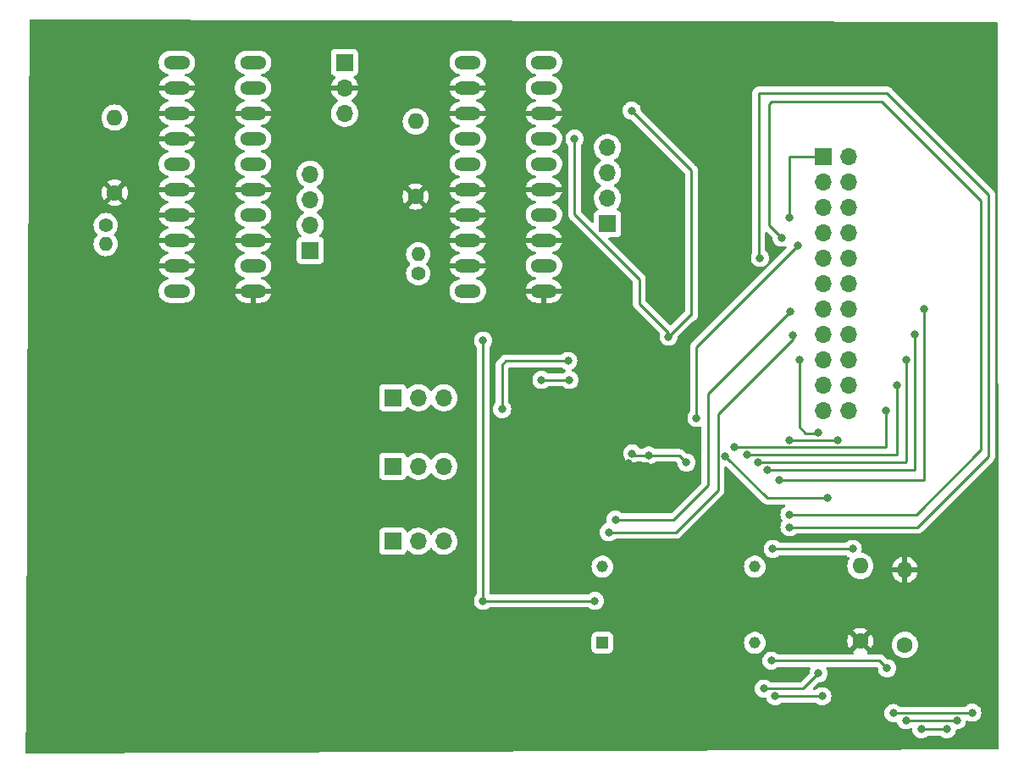
<source format=gbr>
%TF.GenerationSoftware,KiCad,Pcbnew,(6.0.1)*%
%TF.CreationDate,2022-03-29T16:03:17-05:00*%
%TF.ProjectId,microcontroller_board,6d696372-6f63-46f6-9e74-726f6c6c6572,rev?*%
%TF.SameCoordinates,Original*%
%TF.FileFunction,Copper,L2,Bot*%
%TF.FilePolarity,Positive*%
%FSLAX46Y46*%
G04 Gerber Fmt 4.6, Leading zero omitted, Abs format (unit mm)*
G04 Created by KiCad (PCBNEW (6.0.1)) date 2022-03-29 16:03:17*
%MOMM*%
%LPD*%
G01*
G04 APERTURE LIST*
%TA.AperFunction,ComponentPad*%
%ADD10R,1.700000X1.700000*%
%TD*%
%TA.AperFunction,ComponentPad*%
%ADD11O,1.700000X1.700000*%
%TD*%
%TA.AperFunction,ComponentPad*%
%ADD12C,1.600000*%
%TD*%
%TA.AperFunction,ComponentPad*%
%ADD13O,1.600000X1.600000*%
%TD*%
%TA.AperFunction,ComponentPad*%
%ADD14R,1.158000X1.158000*%
%TD*%
%TA.AperFunction,ComponentPad*%
%ADD15C,1.158000*%
%TD*%
%TA.AperFunction,ComponentPad*%
%ADD16C,1.400000*%
%TD*%
%TA.AperFunction,ComponentPad*%
%ADD17O,1.400000X1.400000*%
%TD*%
%TA.AperFunction,ComponentPad*%
%ADD18O,2.641600X1.320800*%
%TD*%
%TA.AperFunction,ViaPad*%
%ADD19C,0.800000*%
%TD*%
%TA.AperFunction,Conductor*%
%ADD20C,0.254000*%
%TD*%
G04 APERTURE END LIST*
D10*
%TO.P,J6,1,Pin_1*%
%TO.N,Net-(IC2-Pad12)*%
X151511000Y-67945000D03*
D11*
%TO.P,J6,2,Pin_2*%
%TO.N,Net-(IC2-Pad14)*%
X151511000Y-65405000D03*
%TO.P,J6,3,Pin_3*%
%TO.N,Net-(IC2-Pad16)*%
X151511000Y-62865000D03*
%TO.P,J6,4,Pin_4*%
%TO.N,Net-(IC2-Pad1)*%
X151511000Y-60325000D03*
%TD*%
D12*
%TO.P,C1,1*%
%TO.N,GND*%
X102235000Y-64837000D03*
D13*
%TO.P,C1,2*%
%TO.N,Net-(C1-Pad2)*%
X102235000Y-57337000D03*
%TD*%
D14*
%TO.P,Y1,1*%
%TO.N,N/C*%
X151003000Y-109855000D03*
D15*
%TO.P,Y1,7,CASE_GND*%
%TO.N,Net-(C4-Pad1)*%
X166243000Y-109855000D03*
%TO.P,Y1,8,OUTPUT*%
%TO.N,Net-(C3-Pad2)*%
X166243000Y-102235000D03*
%TO.P,Y1,14,+VDC*%
%TO.N,+5V*%
X151003000Y-102235000D03*
%TD*%
D16*
%TO.P,R2,1*%
%TO.N,+5V*%
X132588000Y-72898000D03*
D17*
%TO.P,R2,2*%
%TO.N,Net-(IC2-Pad10)*%
X132588000Y-70998000D03*
%TD*%
D10*
%TO.P,J2,1,Pin_1*%
%TO.N,Net-(IC1-Pad19)*%
X130048000Y-85344000D03*
D11*
%TO.P,J2,2,Pin_2*%
%TO.N,Net-(IC2-Pad19)*%
X132588000Y-85344000D03*
%TO.P,J2,3,Pin_3*%
%TO.N,Net-(J2-Pad3)*%
X135128000Y-85344000D03*
%TD*%
D16*
%TO.P,R1,1*%
%TO.N,+5V*%
X101346000Y-68077000D03*
D17*
%TO.P,R1,2*%
%TO.N,Net-(IC1-Pad10)*%
X101346000Y-69977000D03*
%TD*%
D18*
%TO.P,IC1,1,REF*%
%TO.N,Net-(IC1-Pad1)*%
X108458000Y-51816000D03*
%TO.P,IC1,2*%
%TO.N,GND*%
X108458000Y-54356000D03*
%TO.P,IC1,3,A0*%
X108458000Y-56896000D03*
%TO.P,IC1,4,A1*%
X108458000Y-59436000D03*
%TO.P,IC1,5,COSC*%
%TO.N,Net-(C1-Pad2)*%
X108458000Y-61976000D03*
%TO.P,IC1,6*%
%TO.N,GND*%
X108458000Y-64516000D03*
%TO.P,IC1,7,DADJ*%
X108458000Y-67056000D03*
%TO.P,IC1,8,FADJ*%
X108458000Y-69596000D03*
%TO.P,IC1,9*%
X108458000Y-72136000D03*
%TO.P,IC1,10,IIN*%
%TO.N,Net-(IC1-Pad10)*%
X108458000Y-74676000D03*
%TO.P,IC1,11*%
%TO.N,GND*%
X116078000Y-74676000D03*
%TO.P,IC1,12,PDO*%
%TO.N,Net-(IC1-Pad12)*%
X116078000Y-72136000D03*
%TO.P,IC1,13,PDI*%
%TO.N,GND*%
X116078000Y-69596000D03*
%TO.P,IC1,14,SYNC*%
%TO.N,Net-(IC1-Pad14)*%
X116078000Y-67056000D03*
%TO.P,IC1,15,DGND*%
%TO.N,GND*%
X116078000Y-64516000D03*
%TO.P,IC1,16,DV+*%
%TO.N,Net-(IC1-Pad16)*%
X116078000Y-61976000D03*
%TO.P,IC1,17,V+*%
%TO.N,+5V*%
X116078000Y-59436000D03*
%TO.P,IC1,18*%
%TO.N,GND*%
X116078000Y-56896000D03*
%TO.P,IC1,19,OUT*%
%TO.N,Net-(IC1-Pad19)*%
X116078000Y-54356000D03*
%TO.P,IC1,20,V-*%
%TO.N,-5V*%
X116078000Y-51816000D03*
%TD*%
%TO.P,IC2,1,REF*%
%TO.N,Net-(IC2-Pad1)*%
X137541000Y-51816000D03*
%TO.P,IC2,2*%
%TO.N,GND*%
X137541000Y-54356000D03*
%TO.P,IC2,3,A0*%
X137541000Y-56896000D03*
%TO.P,IC2,4,A1*%
%TO.N,+5V*%
X137541000Y-59436000D03*
%TO.P,IC2,5,COSC*%
%TO.N,Net-(C2-Pad2)*%
X137541000Y-61976000D03*
%TO.P,IC2,6*%
%TO.N,GND*%
X137541000Y-64516000D03*
%TO.P,IC2,7,DADJ*%
X137541000Y-67056000D03*
%TO.P,IC2,8,FADJ*%
X137541000Y-69596000D03*
%TO.P,IC2,9*%
X137541000Y-72136000D03*
%TO.P,IC2,10,IIN*%
%TO.N,Net-(IC2-Pad10)*%
X137541000Y-74676000D03*
%TO.P,IC2,11*%
%TO.N,GND*%
X145161000Y-74676000D03*
%TO.P,IC2,12,PDO*%
%TO.N,Net-(IC2-Pad12)*%
X145161000Y-72136000D03*
%TO.P,IC2,13,PDI*%
%TO.N,GND*%
X145161000Y-69596000D03*
%TO.P,IC2,14,SYNC*%
%TO.N,Net-(IC2-Pad14)*%
X145161000Y-67056000D03*
%TO.P,IC2,15,DGND*%
%TO.N,GND*%
X145161000Y-64516000D03*
%TO.P,IC2,16,DV+*%
%TO.N,Net-(IC2-Pad16)*%
X145161000Y-61976000D03*
%TO.P,IC2,17,V+*%
%TO.N,+5V*%
X145161000Y-59436000D03*
%TO.P,IC2,18*%
%TO.N,GND*%
X145161000Y-56896000D03*
%TO.P,IC2,19,OUT*%
%TO.N,Net-(IC2-Pad19)*%
X145161000Y-54356000D03*
%TO.P,IC2,20,V-*%
%TO.N,-5V*%
X145161000Y-51816000D03*
%TD*%
D10*
%TO.P,J5,1,Pin_1*%
%TO.N,Net-(IC1-Pad12)*%
X121793000Y-70612000D03*
D11*
%TO.P,J5,2,Pin_2*%
%TO.N,Net-(IC1-Pad14)*%
X121793000Y-68072000D03*
%TO.P,J5,3,Pin_3*%
%TO.N,Net-(IC1-Pad16)*%
X121793000Y-65532000D03*
%TO.P,J5,4,Pin_4*%
%TO.N,Net-(IC1-Pad1)*%
X121793000Y-62992000D03*
%TD*%
D13*
%TO.P,C4,2*%
%TO.N,GND*%
X181229000Y-102549000D03*
D12*
%TO.P,C4,1*%
%TO.N,Net-(C4-Pad1)*%
X181229000Y-110049000D03*
%TD*%
D10*
%TO.P,J3,1,Pin_1*%
%TO.N,Net-(IC1-Pad19)*%
X130048000Y-92202000D03*
D11*
%TO.P,J3,2,Pin_2*%
%TO.N,Net-(IC2-Pad19)*%
X132588000Y-92202000D03*
%TO.P,J3,3,Pin_3*%
%TO.N,Net-(J3-Pad3)*%
X135128000Y-92202000D03*
%TD*%
D12*
%TO.P,C2,1*%
%TO.N,GND*%
X132334000Y-65218000D03*
D13*
%TO.P,C2,2*%
%TO.N,Net-(C2-Pad2)*%
X132334000Y-57718000D03*
%TD*%
D10*
%TO.P,J7,1,Pin_1*%
%TO.N,Net-(J7-Pad1)*%
X173101000Y-61214000D03*
D11*
%TO.P,J7,2,Pin_2*%
%TO.N,unconnected-(J7-Pad2)*%
X175641000Y-61214000D03*
%TO.P,J7,3,Pin_3*%
%TO.N,Net-(J7-Pad3)*%
X173101000Y-63754000D03*
%TO.P,J7,4,Pin_4*%
%TO.N,Net-(J7-Pad4)*%
X175641000Y-63754000D03*
%TO.P,J7,5,Pin_5*%
%TO.N,Net-(J7-Pad5)*%
X173101000Y-66294000D03*
%TO.P,J7,6,Pin_6*%
%TO.N,Net-(J7-Pad6)*%
X175641000Y-66294000D03*
%TO.P,J7,7,Pin_7*%
%TO.N,Net-(J7-Pad7)*%
X173101000Y-68834000D03*
%TO.P,J7,8,Pin_8*%
%TO.N,Net-(J7-Pad8)*%
X175641000Y-68834000D03*
%TO.P,J7,9,Pin_9*%
%TO.N,Net-(J7-Pad9)*%
X173101000Y-71374000D03*
%TO.P,J7,10,Pin_10*%
%TO.N,Net-(J7-Pad10)*%
X175641000Y-71374000D03*
%TO.P,J7,11,Pin_11*%
%TO.N,Net-(J7-Pad11)*%
X173101000Y-73914000D03*
%TO.P,J7,12,Pin_12*%
%TO.N,Net-(J7-Pad12)*%
X175641000Y-73914000D03*
%TO.P,J7,13,Pin_13*%
%TO.N,Net-(J7-Pad13)*%
X173101000Y-76454000D03*
%TO.P,J7,14,Pin_14*%
%TO.N,Net-(J7-Pad14)*%
X175641000Y-76454000D03*
%TO.P,J7,15,Pin_15*%
%TO.N,Net-(J7-Pad15)*%
X173101000Y-78994000D03*
%TO.P,J7,16,Pin_16*%
%TO.N,Net-(J7-Pad16)*%
X175641000Y-78994000D03*
%TO.P,J7,17,Pin_17*%
%TO.N,Net-(J7-Pad17)*%
X173101000Y-81534000D03*
%TO.P,J7,18,Pin_18*%
%TO.N,Net-(J7-Pad18)*%
X175641000Y-81534000D03*
%TO.P,J7,19,Pin_19*%
%TO.N,Net-(J7-Pad19)*%
X173101000Y-84074000D03*
%TO.P,J7,20,Pin_20*%
%TO.N,Net-(J7-Pad20)*%
X175641000Y-84074000D03*
%TO.P,J7,21,Pin_21*%
%TO.N,Net-(J7-Pad21)*%
X173101000Y-86614000D03*
%TO.P,J7,22,Pin_22*%
%TO.N,Net-(J7-Pad22)*%
X175641000Y-86614000D03*
%TD*%
D12*
%TO.P,C3,1*%
%TO.N,GND*%
X176784000Y-109668000D03*
D13*
%TO.P,C3,2*%
%TO.N,Net-(C3-Pad2)*%
X176784000Y-102168000D03*
%TD*%
D10*
%TO.P,J4,1,Pin_1*%
%TO.N,Net-(IC1-Pad19)*%
X130048000Y-99695000D03*
D11*
%TO.P,J4,2,Pin_2*%
%TO.N,Net-(IC2-Pad19)*%
X132588000Y-99695000D03*
%TO.P,J4,3,Pin_3*%
%TO.N,Net-(J4-Pad3)*%
X135128000Y-99695000D03*
%TD*%
D10*
%TO.P,J1,1,Pin_1*%
%TO.N,-5V*%
X125222000Y-51816000D03*
D11*
%TO.P,J1,2,Pin_2*%
%TO.N,GND*%
X125222000Y-54356000D03*
%TO.P,J1,3,Pin_3*%
%TO.N,+5V*%
X125222000Y-56896000D03*
%TD*%
D19*
%TO.N,Net-(C4-Pad1)*%
X179451000Y-112395000D03*
X167894000Y-111633000D03*
%TO.N,Net-(C3-Pad2)*%
X176022000Y-100457000D03*
X168021000Y-100457000D03*
%TO.N,GND*%
X147828000Y-74676000D03*
X154051000Y-78994000D03*
X153640191Y-91871524D03*
X156342714Y-92704286D03*
%TO.N,+5V*%
X148209000Y-59436000D03*
X159385000Y-91821000D03*
X139065000Y-105664000D03*
X150241000Y-105664000D03*
X139065000Y-79629000D03*
X153924000Y-56642000D03*
X155632786Y-91116786D03*
X157607000Y-79248000D03*
X153975000Y-90929766D03*
%TO.N,Net-(J2-Pad3)*%
X144907000Y-83566000D03*
X147701000Y-83566000D03*
%TO.N,Net-(J3-Pad3)*%
X140970000Y-86487000D03*
X147574000Y-81661000D03*
%TO.N,Net-(J7-Pad1)*%
X169672000Y-67310000D03*
%TO.N,Net-(J7-Pad6)*%
X187960000Y-116840000D03*
X180086000Y-116875500D03*
%TO.N,Net-(J7-Pad21)*%
X173482000Y-95377000D03*
%TO.N,Net-(J7-Pad5)*%
X169707500Y-97028000D03*
%TO.N,Net-(J7-Pad7)*%
X170561000Y-70104000D03*
%TO.N,Net-(J7-Pad5)*%
X168910000Y-69342000D03*
%TO.N,Net-(J7-Pad7)*%
X160401000Y-87376000D03*
%TO.N,Net-(J7-Pad21)*%
X163286500Y-91186000D03*
%TO.N,Net-(J7-Pad8)*%
X186436000Y-117602000D03*
X181356000Y-117602000D03*
%TO.N,Net-(J7-Pad9)*%
X169707500Y-98298000D03*
X166751000Y-71374000D03*
%TO.N,Net-(J7-Pad10)*%
X185420000Y-118491000D03*
X182880000Y-118491000D03*
%TO.N,Net-(J7-Pad11)*%
X152301500Y-97536000D03*
X169799000Y-76708000D03*
%TO.N,Net-(J7-Pad13)*%
X170053000Y-79121000D03*
X151638000Y-98806000D03*
%TO.N,Net-(J7-Pad14)*%
X183134000Y-76454000D03*
X168656000Y-93599000D03*
%TO.N,Net-(J7-Pad15)*%
X167132000Y-114427000D03*
X170688000Y-81534000D03*
X172593000Y-112903000D03*
X172593000Y-88844000D03*
%TO.N,Net-(J7-Pad16)*%
X167513000Y-92583000D03*
X182245000Y-78994000D03*
%TO.N,Net-(J7-Pad17)*%
X169672000Y-89570500D03*
X174498000Y-89570500D03*
X172974000Y-115189000D03*
X168275000Y-115189000D03*
%TO.N,Net-(J7-Pad18)*%
X166532489Y-91785511D03*
X181356000Y-81534000D03*
%TO.N,Net-(J7-Pad20)*%
X165485983Y-91023500D03*
X180467000Y-84074000D03*
%TO.N,Net-(J7-Pad22)*%
X179324000Y-86614000D03*
X164211000Y-90297000D03*
%TD*%
D20*
%TO.N,Net-(C4-Pad1)*%
X178689000Y-111633000D02*
X179451000Y-112395000D01*
X167894000Y-111633000D02*
X178689000Y-111633000D01*
%TO.N,Net-(C3-Pad2)*%
X168021000Y-100457000D02*
X176022000Y-100457000D01*
%TO.N,GND*%
X155303627Y-91871524D02*
X155331854Y-91843297D01*
X152146000Y-78994000D02*
X152781000Y-78994000D01*
X152781000Y-78994000D02*
X154051000Y-78994000D01*
X155481725Y-91843297D02*
X156342714Y-92704286D01*
X147828000Y-74676000D02*
X152146000Y-78994000D01*
X155331854Y-91843297D02*
X155481725Y-91843297D01*
X153640191Y-91871524D02*
X155303627Y-91871524D01*
%TO.N,+5V*%
X159893000Y-62611000D02*
X153924000Y-56642000D01*
X159385000Y-91821000D02*
X158680786Y-91116786D01*
X148209000Y-66996022D02*
X148209000Y-59436000D01*
X139065000Y-105664000D02*
X150241000Y-105664000D01*
X159766000Y-77089000D02*
X157607000Y-79248000D01*
X157607000Y-78867000D02*
X154686000Y-75946000D01*
X154686000Y-73473022D02*
X148209000Y-66996022D01*
X155632786Y-91116786D02*
X154162020Y-91116786D01*
X159893000Y-77089000D02*
X159893000Y-62611000D01*
X158680786Y-91116786D02*
X155632786Y-91116786D01*
X159893000Y-77089000D02*
X159766000Y-77089000D01*
X154162020Y-91116786D02*
X153975000Y-90929766D01*
X139065000Y-105664000D02*
X139065000Y-79629000D01*
X154686000Y-75946000D02*
X154686000Y-73473022D01*
X157607000Y-79248000D02*
X157607000Y-78867000D01*
%TO.N,Net-(J2-Pad3)*%
X144907000Y-83566000D02*
X147701000Y-83566000D01*
%TO.N,Net-(J3-Pad3)*%
X140970000Y-86487000D02*
X140970000Y-82042000D01*
X140970000Y-82042000D02*
X141351000Y-81661000D01*
X141351000Y-81661000D02*
X147574000Y-81661000D01*
%TO.N,Net-(J7-Pad1)*%
X169672000Y-67310000D02*
X169672000Y-61214000D01*
X169672000Y-61214000D02*
X173101000Y-61214000D01*
%TO.N,Net-(J7-Pad6)*%
X187924500Y-116875500D02*
X187960000Y-116840000D01*
X180086000Y-116875500D02*
X187924500Y-116875500D01*
%TO.N,Net-(J7-Pad7)*%
X160401000Y-87376000D02*
X160401000Y-80264000D01*
%TO.N,Net-(J7-Pad21)*%
X173482000Y-95377000D02*
X167477500Y-95377000D01*
%TO.N,Net-(J7-Pad5)*%
X178943000Y-55753000D02*
X167894000Y-55753000D01*
X188849000Y-90551000D02*
X188849000Y-65659000D01*
X167894000Y-55753000D02*
X167640000Y-56007000D01*
X167640000Y-56007000D02*
X167640000Y-68072000D01*
X188849000Y-65659000D02*
X178943000Y-55753000D01*
%TO.N,Net-(J7-Pad21)*%
X167477500Y-95377000D02*
X163286500Y-91186000D01*
%TO.N,Net-(J7-Pad5)*%
X169707500Y-97028000D02*
X182372000Y-97028000D01*
X182372000Y-97028000D02*
X188849000Y-90551000D01*
X167640000Y-68072000D02*
X168910000Y-69342000D01*
%TO.N,Net-(J7-Pad7)*%
X160401000Y-80264000D02*
X170561000Y-70104000D01*
%TO.N,Net-(J7-Pad8)*%
X181356000Y-117602000D02*
X186436000Y-117602000D01*
%TO.N,Net-(J7-Pad9)*%
X179451000Y-54864000D02*
X166624000Y-54864000D01*
X182499000Y-98298000D02*
X189611000Y-91186000D01*
X189611000Y-91186000D02*
X189611000Y-65024000D01*
X166624000Y-54864000D02*
X166624000Y-71247000D01*
X166624000Y-71247000D02*
X166751000Y-71374000D01*
X169707500Y-98298000D02*
X182499000Y-98298000D01*
X189611000Y-65024000D02*
X179451000Y-54864000D01*
%TO.N,Net-(J7-Pad10)*%
X182880000Y-118491000D02*
X185420000Y-118491000D01*
%TO.N,Net-(J7-Pad11)*%
X158115000Y-97536000D02*
X161544000Y-94107000D01*
X152301500Y-97536000D02*
X158115000Y-97536000D01*
X161544000Y-85725000D02*
X161544000Y-84963000D01*
X161544000Y-94107000D02*
X161544000Y-85725000D01*
X161544000Y-84963000D02*
X169799000Y-76708000D01*
%TO.N,Net-(J7-Pad13)*%
X158369000Y-98806000D02*
X162560000Y-94615000D01*
X162560000Y-86995000D02*
X170053000Y-79502000D01*
X162560000Y-94615000D02*
X162560000Y-86995000D01*
X170053000Y-79502000D02*
X170053000Y-79121000D01*
X151638000Y-98806000D02*
X158369000Y-98806000D01*
%TO.N,Net-(J7-Pad14)*%
X183134000Y-76454000D02*
X183134000Y-93599000D01*
X183134000Y-93599000D02*
X168656000Y-93599000D01*
%TO.N,Net-(J7-Pad15)*%
X171069000Y-114427000D02*
X172593000Y-112903000D01*
X167132000Y-114427000D02*
X171069000Y-114427000D01*
X170688000Y-88265000D02*
X170688000Y-81534000D01*
X172537000Y-88900000D02*
X171323000Y-88900000D01*
X171323000Y-88900000D02*
X170688000Y-88265000D01*
X172593000Y-88844000D02*
X172537000Y-88900000D01*
%TO.N,Net-(J7-Pad16)*%
X182245000Y-92583000D02*
X167513000Y-92583000D01*
X167513000Y-92583000D02*
X167259000Y-92583000D01*
X182245000Y-92583000D02*
X182245000Y-78994000D01*
%TO.N,Net-(J7-Pad17)*%
X168275000Y-115189000D02*
X172974000Y-115189000D01*
X174498000Y-89570500D02*
X169672000Y-89570500D01*
%TO.N,Net-(J7-Pad18)*%
X166532489Y-91785511D02*
X166405489Y-91785511D01*
X181356000Y-91694000D02*
X181264489Y-91785511D01*
X181356000Y-81534000D02*
X181356000Y-91694000D01*
X181264489Y-91785511D02*
X166532489Y-91785511D01*
%TO.N,Net-(J7-Pad20)*%
X180467000Y-91059000D02*
X165521483Y-91059000D01*
X165521483Y-91059000D02*
X165485983Y-91023500D01*
X180467000Y-84074000D02*
X180467000Y-91059000D01*
%TO.N,Net-(J7-Pad22)*%
X179324000Y-90297000D02*
X164211000Y-90297000D01*
X179324000Y-86614000D02*
X179324000Y-90297000D01*
%TD*%
%TA.AperFunction,Conductor*%
%TO.N,GND*%
G36*
X190374550Y-47751671D02*
G01*
X190442618Y-47771852D01*
X190488970Y-47825630D01*
X190500219Y-47877451D01*
X190625040Y-119399500D01*
X190626781Y-120397273D01*
X190606898Y-120465429D01*
X190553323Y-120512015D01*
X190501274Y-120523492D01*
X93472151Y-120903502D01*
X93403953Y-120883767D01*
X93357250Y-120830294D01*
X93345660Y-120776849D01*
X93365909Y-116875500D01*
X179172496Y-116875500D01*
X179173186Y-116882065D01*
X179189387Y-117036206D01*
X179192458Y-117065428D01*
X179251473Y-117247056D01*
X179346960Y-117412444D01*
X179474747Y-117554366D01*
X179629248Y-117666618D01*
X179635276Y-117669302D01*
X179635278Y-117669303D01*
X179787102Y-117736899D01*
X179803712Y-117744294D01*
X179897112Y-117764147D01*
X179984056Y-117782628D01*
X179984061Y-117782628D01*
X179990513Y-117784000D01*
X180181487Y-117784000D01*
X180187939Y-117782628D01*
X180187944Y-117782628D01*
X180330926Y-117752236D01*
X180401717Y-117757638D01*
X180458350Y-117800455D01*
X180476955Y-117836545D01*
X180521473Y-117973556D01*
X180616960Y-118138944D01*
X180744747Y-118280866D01*
X180899248Y-118393118D01*
X180905276Y-118395802D01*
X180905278Y-118395803D01*
X180967065Y-118423312D01*
X181073712Y-118470794D01*
X181167113Y-118490647D01*
X181254056Y-118509128D01*
X181254061Y-118509128D01*
X181260513Y-118510500D01*
X181451487Y-118510500D01*
X181457939Y-118509128D01*
X181457944Y-118509128D01*
X181544887Y-118490647D01*
X181638288Y-118470794D01*
X181791366Y-118402640D01*
X181861731Y-118393206D01*
X181926028Y-118423312D01*
X181963842Y-118483401D01*
X181967923Y-118504577D01*
X181986458Y-118680928D01*
X182045473Y-118862556D01*
X182140960Y-119027944D01*
X182268747Y-119169866D01*
X182423248Y-119282118D01*
X182429276Y-119284802D01*
X182429278Y-119284803D01*
X182591681Y-119357109D01*
X182597712Y-119359794D01*
X182691112Y-119379647D01*
X182778056Y-119398128D01*
X182778061Y-119398128D01*
X182784513Y-119399500D01*
X182975487Y-119399500D01*
X182981939Y-119398128D01*
X182981944Y-119398128D01*
X183068888Y-119379647D01*
X183162288Y-119359794D01*
X183168319Y-119357109D01*
X183330722Y-119284803D01*
X183330724Y-119284802D01*
X183336752Y-119282118D01*
X183491253Y-119169866D01*
X183495668Y-119164963D01*
X183500580Y-119160540D01*
X183502221Y-119162362D01*
X183553210Y-119130950D01*
X183586399Y-119126500D01*
X184713601Y-119126500D01*
X184781722Y-119146502D01*
X184798908Y-119161109D01*
X184799420Y-119160540D01*
X184804332Y-119164963D01*
X184808747Y-119169866D01*
X184963248Y-119282118D01*
X184969276Y-119284802D01*
X184969278Y-119284803D01*
X185131681Y-119357109D01*
X185137712Y-119359794D01*
X185231112Y-119379647D01*
X185318056Y-119398128D01*
X185318061Y-119398128D01*
X185324513Y-119399500D01*
X185515487Y-119399500D01*
X185521939Y-119398128D01*
X185521944Y-119398128D01*
X185608888Y-119379647D01*
X185702288Y-119359794D01*
X185708319Y-119357109D01*
X185870722Y-119284803D01*
X185870724Y-119284802D01*
X185876752Y-119282118D01*
X186031253Y-119169866D01*
X186159040Y-119027944D01*
X186254527Y-118862556D01*
X186313542Y-118680928D01*
X186319596Y-118623329D01*
X186346610Y-118557672D01*
X186404831Y-118517043D01*
X186444906Y-118510500D01*
X186531487Y-118510500D01*
X186537939Y-118509128D01*
X186537944Y-118509128D01*
X186624887Y-118490647D01*
X186718288Y-118470794D01*
X186824935Y-118423312D01*
X186886722Y-118395803D01*
X186886724Y-118395802D01*
X186892752Y-118393118D01*
X187047253Y-118280866D01*
X187175040Y-118138944D01*
X187270527Y-117973556D01*
X187329542Y-117791928D01*
X187330375Y-117784000D01*
X187335326Y-117736899D01*
X187362340Y-117671242D01*
X187420562Y-117630613D01*
X187491507Y-117627910D01*
X187511881Y-117634962D01*
X187677712Y-117708794D01*
X187771113Y-117728647D01*
X187858056Y-117747128D01*
X187858061Y-117747128D01*
X187864513Y-117748500D01*
X188055487Y-117748500D01*
X188061939Y-117747128D01*
X188061944Y-117747128D01*
X188148887Y-117728647D01*
X188242288Y-117708794D01*
X188330987Y-117669303D01*
X188410722Y-117633803D01*
X188410724Y-117633802D01*
X188416752Y-117631118D01*
X188571253Y-117518866D01*
X188699040Y-117376944D01*
X188794527Y-117211556D01*
X188853542Y-117029928D01*
X188873504Y-116840000D01*
X188857273Y-116685572D01*
X188854232Y-116656635D01*
X188854232Y-116656633D01*
X188853542Y-116650072D01*
X188794527Y-116468444D01*
X188699040Y-116303056D01*
X188638258Y-116235550D01*
X188575675Y-116166045D01*
X188575674Y-116166044D01*
X188571253Y-116161134D01*
X188430907Y-116059166D01*
X188422094Y-116052763D01*
X188422093Y-116052762D01*
X188416752Y-116048882D01*
X188410724Y-116046198D01*
X188410722Y-116046197D01*
X188248319Y-115973891D01*
X188248318Y-115973891D01*
X188242288Y-115971206D01*
X188148888Y-115951353D01*
X188061944Y-115932872D01*
X188061939Y-115932872D01*
X188055487Y-115931500D01*
X187864513Y-115931500D01*
X187858061Y-115932872D01*
X187858056Y-115932872D01*
X187771112Y-115951353D01*
X187677712Y-115971206D01*
X187671682Y-115973891D01*
X187671681Y-115973891D01*
X187509278Y-116046197D01*
X187509276Y-116046198D01*
X187503248Y-116048882D01*
X187497907Y-116052762D01*
X187497906Y-116052763D01*
X187489093Y-116059166D01*
X187348747Y-116161134D01*
X187315272Y-116198312D01*
X187254829Y-116235550D01*
X187221638Y-116240000D01*
X180792399Y-116240000D01*
X180724278Y-116219998D01*
X180707092Y-116205391D01*
X180706580Y-116205960D01*
X180701668Y-116201537D01*
X180697253Y-116196634D01*
X180643047Y-116157251D01*
X180548094Y-116088263D01*
X180548093Y-116088262D01*
X180542752Y-116084382D01*
X180536724Y-116081698D01*
X180536722Y-116081697D01*
X180374319Y-116009391D01*
X180374318Y-116009391D01*
X180368288Y-116006706D01*
X180255834Y-115982803D01*
X180187944Y-115968372D01*
X180187939Y-115968372D01*
X180181487Y-115967000D01*
X179990513Y-115967000D01*
X179984061Y-115968372D01*
X179984056Y-115968372D01*
X179916166Y-115982803D01*
X179803712Y-116006706D01*
X179797682Y-116009391D01*
X179797681Y-116009391D01*
X179635278Y-116081697D01*
X179635276Y-116081698D01*
X179629248Y-116084382D01*
X179623907Y-116088262D01*
X179623906Y-116088263D01*
X179573843Y-116124636D01*
X179474747Y-116196634D01*
X179346960Y-116338556D01*
X179251473Y-116503944D01*
X179192458Y-116685572D01*
X179172496Y-116875500D01*
X93365909Y-116875500D01*
X93378618Y-114427000D01*
X166218496Y-114427000D01*
X166219186Y-114433565D01*
X166231792Y-114553500D01*
X166238458Y-114616928D01*
X166297473Y-114798556D01*
X166392960Y-114963944D01*
X166397378Y-114968851D01*
X166397379Y-114968852D01*
X166424589Y-114999072D01*
X166520747Y-115105866D01*
X166619843Y-115177864D01*
X166644207Y-115195565D01*
X166675248Y-115218118D01*
X166681276Y-115220802D01*
X166681278Y-115220803D01*
X166843681Y-115293109D01*
X166849712Y-115295794D01*
X166943113Y-115315647D01*
X167030056Y-115334128D01*
X167030061Y-115334128D01*
X167036513Y-115335500D01*
X167227487Y-115335500D01*
X167236061Y-115333677D01*
X167247342Y-115331280D01*
X167318132Y-115336682D01*
X167374765Y-115379499D01*
X167393370Y-115415589D01*
X167440473Y-115560556D01*
X167535960Y-115725944D01*
X167663747Y-115867866D01*
X167751331Y-115931500D01*
X167805982Y-115971206D01*
X167818248Y-115980118D01*
X167824276Y-115982802D01*
X167824278Y-115982803D01*
X167972695Y-116048882D01*
X167992712Y-116057794D01*
X168086113Y-116077647D01*
X168173056Y-116096128D01*
X168173061Y-116096128D01*
X168179513Y-116097500D01*
X168370487Y-116097500D01*
X168376939Y-116096128D01*
X168376944Y-116096128D01*
X168463887Y-116077647D01*
X168557288Y-116057794D01*
X168577305Y-116048882D01*
X168725722Y-115982803D01*
X168725724Y-115982802D01*
X168731752Y-115980118D01*
X168744019Y-115971206D01*
X168864671Y-115883546D01*
X168886253Y-115867866D01*
X168890668Y-115862963D01*
X168895580Y-115858540D01*
X168897221Y-115860362D01*
X168948210Y-115828950D01*
X168981399Y-115824500D01*
X172267601Y-115824500D01*
X172335722Y-115844502D01*
X172352908Y-115859109D01*
X172353420Y-115858540D01*
X172358332Y-115862963D01*
X172362747Y-115867866D01*
X172384329Y-115883546D01*
X172504982Y-115971206D01*
X172517248Y-115980118D01*
X172523276Y-115982802D01*
X172523278Y-115982803D01*
X172671695Y-116048882D01*
X172691712Y-116057794D01*
X172785113Y-116077647D01*
X172872056Y-116096128D01*
X172872061Y-116096128D01*
X172878513Y-116097500D01*
X173069487Y-116097500D01*
X173075939Y-116096128D01*
X173075944Y-116096128D01*
X173162887Y-116077647D01*
X173256288Y-116057794D01*
X173276305Y-116048882D01*
X173424722Y-115982803D01*
X173424724Y-115982802D01*
X173430752Y-115980118D01*
X173443019Y-115971206D01*
X173497669Y-115931500D01*
X173585253Y-115867866D01*
X173713040Y-115725944D01*
X173808527Y-115560556D01*
X173867542Y-115378928D01*
X173872107Y-115335500D01*
X173886814Y-115195565D01*
X173887504Y-115189000D01*
X173886814Y-115182435D01*
X173868232Y-115005635D01*
X173868232Y-115005633D01*
X173867542Y-114999072D01*
X173808527Y-114817444D01*
X173713040Y-114652056D01*
X173687064Y-114623206D01*
X173589675Y-114515045D01*
X173589674Y-114515044D01*
X173585253Y-114510134D01*
X173470829Y-114427000D01*
X173436094Y-114401763D01*
X173436093Y-114401762D01*
X173430752Y-114397882D01*
X173424724Y-114395198D01*
X173424722Y-114395197D01*
X173262319Y-114322891D01*
X173262318Y-114322891D01*
X173256288Y-114320206D01*
X173162887Y-114300353D01*
X173075944Y-114281872D01*
X173075939Y-114281872D01*
X173069487Y-114280500D01*
X172878513Y-114280500D01*
X172872061Y-114281872D01*
X172872056Y-114281872D01*
X172785113Y-114300353D01*
X172691712Y-114320206D01*
X172685682Y-114322891D01*
X172685681Y-114322891D01*
X172523278Y-114395197D01*
X172523276Y-114395198D01*
X172517248Y-114397882D01*
X172511907Y-114401762D01*
X172511906Y-114401763D01*
X172468135Y-114433565D01*
X172362747Y-114510134D01*
X172358332Y-114515037D01*
X172353420Y-114519460D01*
X172351779Y-114517638D01*
X172300790Y-114549050D01*
X172267601Y-114553500D01*
X172145422Y-114553500D01*
X172077301Y-114533498D01*
X172030808Y-114479842D01*
X172020704Y-114409568D01*
X172050198Y-114344988D01*
X172056327Y-114338405D01*
X172546327Y-113848405D01*
X172608639Y-113814379D01*
X172635422Y-113811500D01*
X172688487Y-113811500D01*
X172694939Y-113810128D01*
X172694944Y-113810128D01*
X172782579Y-113791500D01*
X172875288Y-113771794D01*
X172913918Y-113754595D01*
X173043722Y-113696803D01*
X173043724Y-113696802D01*
X173049752Y-113694118D01*
X173204253Y-113581866D01*
X173332040Y-113439944D01*
X173427527Y-113274556D01*
X173486542Y-113092928D01*
X173488138Y-113077749D01*
X173505814Y-112909565D01*
X173506504Y-112903000D01*
X173486542Y-112713072D01*
X173427527Y-112531444D01*
X173384835Y-112457499D01*
X173368097Y-112388505D01*
X173391317Y-112321413D01*
X173447124Y-112277526D01*
X173493954Y-112268500D01*
X178373578Y-112268500D01*
X178441699Y-112288502D01*
X178462673Y-112305405D01*
X178504210Y-112346942D01*
X178538236Y-112409254D01*
X178540425Y-112422867D01*
X178552894Y-112541500D01*
X178557458Y-112584928D01*
X178616473Y-112766556D01*
X178711960Y-112931944D01*
X178839747Y-113073866D01*
X178994248Y-113186118D01*
X179000276Y-113188802D01*
X179000278Y-113188803D01*
X179162681Y-113261109D01*
X179168712Y-113263794D01*
X179262112Y-113283647D01*
X179349056Y-113302128D01*
X179349061Y-113302128D01*
X179355513Y-113303500D01*
X179546487Y-113303500D01*
X179552939Y-113302128D01*
X179552944Y-113302128D01*
X179639887Y-113283647D01*
X179733288Y-113263794D01*
X179739319Y-113261109D01*
X179901722Y-113188803D01*
X179901724Y-113188802D01*
X179907752Y-113186118D01*
X180062253Y-113073866D01*
X180190040Y-112931944D01*
X180285527Y-112766556D01*
X180344542Y-112584928D01*
X180349107Y-112541500D01*
X180363814Y-112401565D01*
X180364504Y-112395000D01*
X180356770Y-112321413D01*
X180345232Y-112211635D01*
X180345232Y-112211633D01*
X180344542Y-112205072D01*
X180285527Y-112023444D01*
X180190040Y-111858056D01*
X180164064Y-111829206D01*
X180066675Y-111721045D01*
X180066674Y-111721044D01*
X180062253Y-111716134D01*
X179947829Y-111633000D01*
X179913094Y-111607763D01*
X179913093Y-111607762D01*
X179907752Y-111603882D01*
X179901724Y-111601198D01*
X179901722Y-111601197D01*
X179739319Y-111528891D01*
X179739318Y-111528891D01*
X179733288Y-111526206D01*
X179639888Y-111506353D01*
X179552944Y-111487872D01*
X179552939Y-111487872D01*
X179546487Y-111486500D01*
X179493423Y-111486500D01*
X179425302Y-111466498D01*
X179404328Y-111449595D01*
X179194250Y-111239517D01*
X179186674Y-111231191D01*
X179182553Y-111224697D01*
X179132734Y-111177914D01*
X179129893Y-111175160D01*
X179110094Y-111155361D01*
X179106969Y-111152937D01*
X179106960Y-111152929D01*
X179106874Y-111152863D01*
X179097849Y-111145155D01*
X179071285Y-111120210D01*
X179065506Y-111114783D01*
X179047669Y-111104977D01*
X179031153Y-111094127D01*
X179015067Y-111081650D01*
X178974334Y-111064024D01*
X178963686Y-111058807D01*
X178950032Y-111051301D01*
X178924803Y-111037431D01*
X178917128Y-111035460D01*
X178917122Y-111035458D01*
X178905089Y-111032369D01*
X178886387Y-111025966D01*
X178867708Y-111017883D01*
X178833872Y-111012524D01*
X178823873Y-111010940D01*
X178812260Y-111008535D01*
X178769282Y-110997500D01*
X178748935Y-110997500D01*
X178729224Y-110995949D01*
X178716950Y-110994005D01*
X178709121Y-110992765D01*
X178701229Y-110993511D01*
X178664944Y-110996941D01*
X178653086Y-110997500D01*
X177565326Y-110997500D01*
X177497205Y-110977498D01*
X177450712Y-110923842D01*
X177440608Y-110853568D01*
X177470102Y-110788988D01*
X177493054Y-110768288D01*
X177497047Y-110765492D01*
X177505424Y-110755012D01*
X177498356Y-110741566D01*
X176796812Y-110040022D01*
X176782868Y-110032408D01*
X176781035Y-110032539D01*
X176774420Y-110036790D01*
X176068923Y-110742287D01*
X176062493Y-110754062D01*
X176071789Y-110766078D01*
X176074946Y-110768288D01*
X176119274Y-110823745D01*
X176126582Y-110894365D01*
X176094551Y-110957725D01*
X176033349Y-110993709D01*
X176002674Y-110997500D01*
X168600399Y-110997500D01*
X168532278Y-110977498D01*
X168515092Y-110962891D01*
X168514580Y-110963460D01*
X168509668Y-110959037D01*
X168505253Y-110954134D01*
X168426886Y-110897197D01*
X168356094Y-110845763D01*
X168356093Y-110845762D01*
X168350752Y-110841882D01*
X168344724Y-110839198D01*
X168344722Y-110839197D01*
X168182319Y-110766891D01*
X168182318Y-110766891D01*
X168176288Y-110764206D01*
X168069776Y-110741566D01*
X167995944Y-110725872D01*
X167995939Y-110725872D01*
X167989487Y-110724500D01*
X167798513Y-110724500D01*
X167792061Y-110725872D01*
X167792056Y-110725872D01*
X167718224Y-110741566D01*
X167611712Y-110764206D01*
X167605682Y-110766891D01*
X167605681Y-110766891D01*
X167443278Y-110839197D01*
X167443276Y-110839198D01*
X167437248Y-110841882D01*
X167431907Y-110845762D01*
X167431906Y-110845763D01*
X167419753Y-110854593D01*
X167282747Y-110954134D01*
X167278326Y-110959044D01*
X167278325Y-110959045D01*
X167195258Y-111051301D01*
X167154960Y-111096056D01*
X167122124Y-111152929D01*
X167072133Y-111239517D01*
X167059473Y-111261444D01*
X167000458Y-111443072D01*
X166999768Y-111449633D01*
X166999768Y-111449635D01*
X166991720Y-111526206D01*
X166980496Y-111633000D01*
X166981186Y-111639565D01*
X166988826Y-111712251D01*
X167000458Y-111822928D01*
X167059473Y-112004556D01*
X167154960Y-112169944D01*
X167159378Y-112174851D01*
X167159379Y-112174852D01*
X167186589Y-112205072D01*
X167282747Y-112311866D01*
X167331025Y-112346942D01*
X167421164Y-112412432D01*
X167437248Y-112424118D01*
X167443276Y-112426802D01*
X167443278Y-112426803D01*
X167605681Y-112499109D01*
X167611712Y-112501794D01*
X167705112Y-112521647D01*
X167792056Y-112540128D01*
X167792061Y-112540128D01*
X167798513Y-112541500D01*
X167989487Y-112541500D01*
X167995939Y-112540128D01*
X167995944Y-112540128D01*
X168082888Y-112521647D01*
X168176288Y-112501794D01*
X168182319Y-112499109D01*
X168344722Y-112426803D01*
X168344724Y-112426802D01*
X168350752Y-112424118D01*
X168366837Y-112412432D01*
X168492113Y-112321413D01*
X168505253Y-112311866D01*
X168509668Y-112306963D01*
X168514580Y-112302540D01*
X168516221Y-112304362D01*
X168567210Y-112272950D01*
X168600399Y-112268500D01*
X171692046Y-112268500D01*
X171760167Y-112288502D01*
X171806660Y-112342158D01*
X171816764Y-112412432D01*
X171801165Y-112457499D01*
X171758473Y-112531444D01*
X171699458Y-112713072D01*
X171698768Y-112719633D01*
X171698768Y-112719635D01*
X171682425Y-112875132D01*
X171655412Y-112940789D01*
X171646210Y-112951057D01*
X170842672Y-113754595D01*
X170780360Y-113788621D01*
X170753577Y-113791500D01*
X167838399Y-113791500D01*
X167770278Y-113771498D01*
X167753092Y-113756891D01*
X167752580Y-113757460D01*
X167747668Y-113753037D01*
X167743253Y-113748134D01*
X167588752Y-113635882D01*
X167582724Y-113633198D01*
X167582722Y-113633197D01*
X167420319Y-113560891D01*
X167420318Y-113560891D01*
X167414288Y-113558206D01*
X167320888Y-113538353D01*
X167233944Y-113519872D01*
X167233939Y-113519872D01*
X167227487Y-113518500D01*
X167036513Y-113518500D01*
X167030061Y-113519872D01*
X167030056Y-113519872D01*
X166943112Y-113538353D01*
X166849712Y-113558206D01*
X166843682Y-113560891D01*
X166843681Y-113560891D01*
X166681278Y-113633197D01*
X166681276Y-113633198D01*
X166675248Y-113635882D01*
X166520747Y-113748134D01*
X166392960Y-113890056D01*
X166297473Y-114055444D01*
X166238458Y-114237072D01*
X166237768Y-114243633D01*
X166237768Y-114243635D01*
X166229720Y-114320206D01*
X166218496Y-114427000D01*
X93378618Y-114427000D01*
X93399093Y-110482134D01*
X149915500Y-110482134D01*
X149922255Y-110544316D01*
X149973385Y-110680705D01*
X150060739Y-110797261D01*
X150177295Y-110884615D01*
X150313684Y-110935745D01*
X150375866Y-110942500D01*
X151630134Y-110942500D01*
X151692316Y-110935745D01*
X151828705Y-110884615D01*
X151945261Y-110797261D01*
X152032615Y-110680705D01*
X152083745Y-110544316D01*
X152090500Y-110482134D01*
X152090500Y-109826411D01*
X165151215Y-109826411D01*
X165164287Y-110025851D01*
X165165708Y-110031447D01*
X165165709Y-110031452D01*
X165212065Y-110213975D01*
X165213486Y-110219570D01*
X165297163Y-110401079D01*
X165300496Y-110405795D01*
X165409184Y-110559587D01*
X165409187Y-110559590D01*
X165412516Y-110564301D01*
X165555682Y-110703767D01*
X165560478Y-110706972D01*
X165560481Y-110706974D01*
X165648060Y-110765492D01*
X165721867Y-110814808D01*
X165727170Y-110817086D01*
X165727173Y-110817088D01*
X165784883Y-110841882D01*
X165905504Y-110893705D01*
X166100445Y-110937815D01*
X166106219Y-110938042D01*
X166106220Y-110938042D01*
X166144274Y-110939537D01*
X166300159Y-110945662D01*
X166497959Y-110916983D01*
X166556247Y-110897197D01*
X166681753Y-110854593D01*
X166687221Y-110852737D01*
X166861606Y-110755077D01*
X167015273Y-110627273D01*
X167143077Y-110473606D01*
X167240737Y-110299221D01*
X167304983Y-110109959D01*
X167333662Y-109912159D01*
X167335159Y-109855000D01*
X167318857Y-109677580D01*
X167318480Y-109673475D01*
X175471483Y-109673475D01*
X175490472Y-109890519D01*
X175492375Y-109901312D01*
X175548764Y-110111761D01*
X175552510Y-110122053D01*
X175644586Y-110319511D01*
X175650069Y-110329006D01*
X175686509Y-110381048D01*
X175696988Y-110389424D01*
X175710434Y-110382356D01*
X176411978Y-109680812D01*
X176418356Y-109669132D01*
X177148408Y-109669132D01*
X177148539Y-109670965D01*
X177152790Y-109677580D01*
X177858287Y-110383077D01*
X177870062Y-110389507D01*
X177882077Y-110380211D01*
X177917931Y-110329006D01*
X177923414Y-110319511D01*
X178015490Y-110122053D01*
X178019236Y-110111761D01*
X178036053Y-110049000D01*
X179915502Y-110049000D01*
X179935457Y-110277087D01*
X179936881Y-110282400D01*
X179936881Y-110282402D01*
X179990400Y-110482134D01*
X179994716Y-110498243D01*
X179997039Y-110503224D01*
X179997039Y-110503225D01*
X180089151Y-110700762D01*
X180089154Y-110700767D01*
X180091477Y-110705749D01*
X180149762Y-110788988D01*
X180218928Y-110887767D01*
X180222802Y-110893300D01*
X180384700Y-111055198D01*
X180389208Y-111058355D01*
X180389211Y-111058357D01*
X180451217Y-111101774D01*
X180572251Y-111186523D01*
X180577233Y-111188846D01*
X180577238Y-111188849D01*
X180746399Y-111267729D01*
X180779757Y-111283284D01*
X180785065Y-111284706D01*
X180785067Y-111284707D01*
X180995598Y-111341119D01*
X180995600Y-111341119D01*
X181000913Y-111342543D01*
X181229000Y-111362498D01*
X181457087Y-111342543D01*
X181462400Y-111341119D01*
X181462402Y-111341119D01*
X181672933Y-111284707D01*
X181672935Y-111284706D01*
X181678243Y-111283284D01*
X181711601Y-111267729D01*
X181880762Y-111188849D01*
X181880767Y-111188846D01*
X181885749Y-111186523D01*
X182006783Y-111101774D01*
X182068789Y-111058357D01*
X182068792Y-111058355D01*
X182073300Y-111055198D01*
X182235198Y-110893300D01*
X182239073Y-110887767D01*
X182308238Y-110788988D01*
X182366523Y-110705749D01*
X182368846Y-110700767D01*
X182368849Y-110700762D01*
X182460961Y-110503225D01*
X182460961Y-110503224D01*
X182463284Y-110498243D01*
X182467601Y-110482134D01*
X182521119Y-110282402D01*
X182521119Y-110282400D01*
X182522543Y-110277087D01*
X182542498Y-110049000D01*
X182522543Y-109820913D01*
X182481873Y-109669132D01*
X182464707Y-109605067D01*
X182464706Y-109605065D01*
X182463284Y-109599757D01*
X182399796Y-109463605D01*
X182368849Y-109397238D01*
X182368846Y-109397233D01*
X182366523Y-109392251D01*
X182274037Y-109260168D01*
X182238357Y-109209211D01*
X182238355Y-109209208D01*
X182235198Y-109204700D01*
X182073300Y-109042802D01*
X182068792Y-109039645D01*
X182068789Y-109039643D01*
X181971363Y-108971425D01*
X181885749Y-108911477D01*
X181880767Y-108909154D01*
X181880762Y-108909151D01*
X181683225Y-108817039D01*
X181683224Y-108817039D01*
X181678243Y-108814716D01*
X181672935Y-108813294D01*
X181672933Y-108813293D01*
X181462402Y-108756881D01*
X181462400Y-108756881D01*
X181457087Y-108755457D01*
X181229000Y-108735502D01*
X181000913Y-108755457D01*
X180995600Y-108756881D01*
X180995598Y-108756881D01*
X180785067Y-108813293D01*
X180785065Y-108813294D01*
X180779757Y-108814716D01*
X180774776Y-108817039D01*
X180774775Y-108817039D01*
X180577238Y-108909151D01*
X180577233Y-108909154D01*
X180572251Y-108911477D01*
X180486637Y-108971425D01*
X180389211Y-109039643D01*
X180389208Y-109039645D01*
X180384700Y-109042802D01*
X180222802Y-109204700D01*
X180219645Y-109209208D01*
X180219643Y-109209211D01*
X180183963Y-109260168D01*
X180091477Y-109392251D01*
X180089154Y-109397233D01*
X180089151Y-109397238D01*
X180058204Y-109463605D01*
X179994716Y-109599757D01*
X179993294Y-109605065D01*
X179993293Y-109605067D01*
X179976127Y-109669132D01*
X179935457Y-109820913D01*
X179915502Y-110049000D01*
X178036053Y-110049000D01*
X178075625Y-109901312D01*
X178077528Y-109890519D01*
X178096517Y-109673475D01*
X178096517Y-109662525D01*
X178077528Y-109445481D01*
X178075625Y-109434688D01*
X178019236Y-109224239D01*
X178015490Y-109213947D01*
X177923414Y-109016489D01*
X177917931Y-109006994D01*
X177881491Y-108954952D01*
X177871012Y-108946576D01*
X177857566Y-108953644D01*
X177156022Y-109655188D01*
X177148408Y-109669132D01*
X176418356Y-109669132D01*
X176419592Y-109666868D01*
X176419461Y-109665035D01*
X176415210Y-109658420D01*
X175709713Y-108952923D01*
X175697938Y-108946493D01*
X175685923Y-108955789D01*
X175650069Y-109006994D01*
X175644586Y-109016489D01*
X175552510Y-109213947D01*
X175548764Y-109224239D01*
X175492375Y-109434688D01*
X175490472Y-109445481D01*
X175471483Y-109662525D01*
X175471483Y-109673475D01*
X167318480Y-109673475D01*
X167317400Y-109661724D01*
X167317399Y-109661721D01*
X167316871Y-109655970D01*
X167262618Y-109463605D01*
X167260064Y-109458425D01*
X167176774Y-109289528D01*
X167176771Y-109289524D01*
X167174219Y-109284348D01*
X167114743Y-109204700D01*
X167058085Y-109128827D01*
X167054632Y-109124203D01*
X166951961Y-109029295D01*
X166912105Y-108992452D01*
X166912103Y-108992450D01*
X166907864Y-108988532D01*
X166841237Y-108946493D01*
X166743710Y-108884958D01*
X166743709Y-108884958D01*
X166738830Y-108881879D01*
X166733470Y-108879741D01*
X166733467Y-108879739D01*
X166558554Y-108809956D01*
X166553190Y-108807816D01*
X166547533Y-108806691D01*
X166547527Y-108806689D01*
X166362829Y-108769951D01*
X166362827Y-108769951D01*
X166357162Y-108768824D01*
X166351387Y-108768748D01*
X166351383Y-108768748D01*
X166251721Y-108767444D01*
X166157310Y-108766208D01*
X166151613Y-108767187D01*
X166151612Y-108767187D01*
X165966025Y-108799076D01*
X165966024Y-108799076D01*
X165960328Y-108800055D01*
X165772813Y-108869233D01*
X165767852Y-108872185D01*
X165767851Y-108872185D01*
X165627327Y-108955789D01*
X165601045Y-108971425D01*
X165450776Y-109103207D01*
X165447209Y-109107732D01*
X165447204Y-109107737D01*
X165349809Y-109231283D01*
X165327038Y-109260168D01*
X165233977Y-109437049D01*
X165174707Y-109627927D01*
X165151215Y-109826411D01*
X152090500Y-109826411D01*
X152090500Y-109227866D01*
X152083745Y-109165684D01*
X152032615Y-109029295D01*
X151945261Y-108912739D01*
X151828705Y-108825385D01*
X151692316Y-108774255D01*
X151630134Y-108767500D01*
X150375866Y-108767500D01*
X150313684Y-108774255D01*
X150177295Y-108825385D01*
X150060739Y-108912739D01*
X149973385Y-109029295D01*
X149922255Y-109165684D01*
X149915500Y-109227866D01*
X149915500Y-110482134D01*
X93399093Y-110482134D01*
X93408961Y-108580988D01*
X176062576Y-108580988D01*
X176069644Y-108594434D01*
X176771188Y-109295978D01*
X176785132Y-109303592D01*
X176786965Y-109303461D01*
X176793580Y-109299210D01*
X177499077Y-108593713D01*
X177505507Y-108581938D01*
X177496211Y-108569923D01*
X177445006Y-108534069D01*
X177435511Y-108528586D01*
X177238053Y-108436510D01*
X177227761Y-108432764D01*
X177017312Y-108376375D01*
X177006519Y-108374472D01*
X176789475Y-108355483D01*
X176778525Y-108355483D01*
X176561481Y-108374472D01*
X176550688Y-108376375D01*
X176340239Y-108432764D01*
X176329947Y-108436510D01*
X176132489Y-108528586D01*
X176122994Y-108534069D01*
X176070952Y-108570509D01*
X176062576Y-108580988D01*
X93408961Y-108580988D01*
X93424101Y-105664000D01*
X138151496Y-105664000D01*
X138171458Y-105853928D01*
X138230473Y-106035556D01*
X138325960Y-106200944D01*
X138453747Y-106342866D01*
X138608248Y-106455118D01*
X138614276Y-106457802D01*
X138614278Y-106457803D01*
X138776681Y-106530109D01*
X138782712Y-106532794D01*
X138876113Y-106552647D01*
X138963056Y-106571128D01*
X138963061Y-106571128D01*
X138969513Y-106572500D01*
X139160487Y-106572500D01*
X139166939Y-106571128D01*
X139166944Y-106571128D01*
X139253888Y-106552647D01*
X139347288Y-106532794D01*
X139353319Y-106530109D01*
X139515722Y-106457803D01*
X139515724Y-106457802D01*
X139521752Y-106455118D01*
X139676253Y-106342866D01*
X139680668Y-106337963D01*
X139685580Y-106333540D01*
X139687221Y-106335362D01*
X139738210Y-106303950D01*
X139771399Y-106299500D01*
X149534601Y-106299500D01*
X149602722Y-106319502D01*
X149619908Y-106334109D01*
X149620420Y-106333540D01*
X149625332Y-106337963D01*
X149629747Y-106342866D01*
X149784248Y-106455118D01*
X149790276Y-106457802D01*
X149790278Y-106457803D01*
X149952681Y-106530109D01*
X149958712Y-106532794D01*
X150052113Y-106552647D01*
X150139056Y-106571128D01*
X150139061Y-106571128D01*
X150145513Y-106572500D01*
X150336487Y-106572500D01*
X150342939Y-106571128D01*
X150342944Y-106571128D01*
X150429888Y-106552647D01*
X150523288Y-106532794D01*
X150529319Y-106530109D01*
X150691722Y-106457803D01*
X150691724Y-106457802D01*
X150697752Y-106455118D01*
X150852253Y-106342866D01*
X150980040Y-106200944D01*
X151075527Y-106035556D01*
X151134542Y-105853928D01*
X151154504Y-105664000D01*
X151134542Y-105474072D01*
X151075527Y-105292444D01*
X150980040Y-105127056D01*
X150894288Y-105031818D01*
X150856675Y-104990045D01*
X150856674Y-104990044D01*
X150852253Y-104985134D01*
X150697752Y-104872882D01*
X150691724Y-104870198D01*
X150691722Y-104870197D01*
X150529319Y-104797891D01*
X150529318Y-104797891D01*
X150523288Y-104795206D01*
X150429888Y-104775353D01*
X150342944Y-104756872D01*
X150342939Y-104756872D01*
X150336487Y-104755500D01*
X150145513Y-104755500D01*
X150139061Y-104756872D01*
X150139056Y-104756872D01*
X150052113Y-104775353D01*
X149958712Y-104795206D01*
X149952682Y-104797891D01*
X149952681Y-104797891D01*
X149790278Y-104870197D01*
X149790276Y-104870198D01*
X149784248Y-104872882D01*
X149629747Y-104985134D01*
X149625332Y-104990037D01*
X149620420Y-104994460D01*
X149618779Y-104992638D01*
X149567790Y-105024050D01*
X149534601Y-105028500D01*
X139826500Y-105028500D01*
X139758379Y-105008498D01*
X139711886Y-104954842D01*
X139700500Y-104902500D01*
X139700500Y-102206411D01*
X149911215Y-102206411D01*
X149924287Y-102405851D01*
X149925708Y-102411447D01*
X149925709Y-102411452D01*
X149972065Y-102593975D01*
X149973486Y-102599570D01*
X150057163Y-102781079D01*
X150060496Y-102785795D01*
X150169184Y-102939587D01*
X150169187Y-102939590D01*
X150172516Y-102944301D01*
X150315682Y-103083767D01*
X150320478Y-103086972D01*
X150320481Y-103086974D01*
X150386949Y-103131386D01*
X150481867Y-103194808D01*
X150487170Y-103197086D01*
X150487173Y-103197088D01*
X150517243Y-103210007D01*
X150665504Y-103273705D01*
X150860445Y-103317815D01*
X150866219Y-103318042D01*
X150866220Y-103318042D01*
X150904274Y-103319537D01*
X151060159Y-103325662D01*
X151257959Y-103296983D01*
X151322781Y-103274979D01*
X151441753Y-103234593D01*
X151447221Y-103232737D01*
X151621606Y-103135077D01*
X151775273Y-103007273D01*
X151903077Y-102853606D01*
X151922031Y-102819762D01*
X151997917Y-102684256D01*
X152000737Y-102679221D01*
X152064983Y-102489959D01*
X152093662Y-102292159D01*
X152095159Y-102235000D01*
X152092532Y-102206411D01*
X165151215Y-102206411D01*
X165164287Y-102405851D01*
X165165708Y-102411447D01*
X165165709Y-102411452D01*
X165212065Y-102593975D01*
X165213486Y-102599570D01*
X165297163Y-102781079D01*
X165300496Y-102785795D01*
X165409184Y-102939587D01*
X165409187Y-102939590D01*
X165412516Y-102944301D01*
X165555682Y-103083767D01*
X165560478Y-103086972D01*
X165560481Y-103086974D01*
X165626949Y-103131386D01*
X165721867Y-103194808D01*
X165727170Y-103197086D01*
X165727173Y-103197088D01*
X165757243Y-103210007D01*
X165905504Y-103273705D01*
X166100445Y-103317815D01*
X166106219Y-103318042D01*
X166106220Y-103318042D01*
X166144274Y-103319537D01*
X166300159Y-103325662D01*
X166497959Y-103296983D01*
X166562781Y-103274979D01*
X166681753Y-103234593D01*
X166687221Y-103232737D01*
X166861606Y-103135077D01*
X167015273Y-103007273D01*
X167143077Y-102853606D01*
X167162031Y-102819762D01*
X167237917Y-102684256D01*
X167240737Y-102679221D01*
X167304983Y-102489959D01*
X167333662Y-102292159D01*
X167335159Y-102235000D01*
X167316871Y-102035970D01*
X167307405Y-102002406D01*
X167264186Y-101849164D01*
X167264185Y-101849162D01*
X167262618Y-101843605D01*
X167252243Y-101822566D01*
X167176774Y-101669528D01*
X167176771Y-101669524D01*
X167174219Y-101664348D01*
X167054632Y-101504203D01*
X166907864Y-101368532D01*
X166769187Y-101281033D01*
X166743710Y-101264958D01*
X166743709Y-101264958D01*
X166738830Y-101261879D01*
X166733470Y-101259741D01*
X166733467Y-101259739D01*
X166558554Y-101189956D01*
X166553190Y-101187816D01*
X166547533Y-101186691D01*
X166547527Y-101186689D01*
X166362829Y-101149951D01*
X166362827Y-101149951D01*
X166357162Y-101148824D01*
X166351387Y-101148748D01*
X166351383Y-101148748D01*
X166251721Y-101147444D01*
X166157310Y-101146208D01*
X166151613Y-101147187D01*
X166151612Y-101147187D01*
X165966025Y-101179076D01*
X165966024Y-101179076D01*
X165960328Y-101180055D01*
X165772813Y-101249233D01*
X165767852Y-101252185D01*
X165767851Y-101252185D01*
X165644127Y-101325794D01*
X165601045Y-101351425D01*
X165450776Y-101483207D01*
X165447209Y-101487732D01*
X165447204Y-101487737D01*
X165400419Y-101547084D01*
X165327038Y-101640168D01*
X165233977Y-101817049D01*
X165225731Y-101843605D01*
X165194125Y-101945393D01*
X165174707Y-102007927D01*
X165151215Y-102206411D01*
X152092532Y-102206411D01*
X152076871Y-102035970D01*
X152067405Y-102002406D01*
X152024186Y-101849164D01*
X152024185Y-101849162D01*
X152022618Y-101843605D01*
X152012243Y-101822566D01*
X151936774Y-101669528D01*
X151936771Y-101669524D01*
X151934219Y-101664348D01*
X151814632Y-101504203D01*
X151667864Y-101368532D01*
X151529187Y-101281033D01*
X151503710Y-101264958D01*
X151503709Y-101264958D01*
X151498830Y-101261879D01*
X151493470Y-101259741D01*
X151493467Y-101259739D01*
X151318554Y-101189956D01*
X151313190Y-101187816D01*
X151307533Y-101186691D01*
X151307527Y-101186689D01*
X151122829Y-101149951D01*
X151122827Y-101149951D01*
X151117162Y-101148824D01*
X151111387Y-101148748D01*
X151111383Y-101148748D01*
X151011721Y-101147444D01*
X150917310Y-101146208D01*
X150911613Y-101147187D01*
X150911612Y-101147187D01*
X150726025Y-101179076D01*
X150726024Y-101179076D01*
X150720328Y-101180055D01*
X150532813Y-101249233D01*
X150527852Y-101252185D01*
X150527851Y-101252185D01*
X150404127Y-101325794D01*
X150361045Y-101351425D01*
X150210776Y-101483207D01*
X150207209Y-101487732D01*
X150207204Y-101487737D01*
X150160419Y-101547084D01*
X150087038Y-101640168D01*
X149993977Y-101817049D01*
X149985731Y-101843605D01*
X149954125Y-101945393D01*
X149934707Y-102007927D01*
X149911215Y-102206411D01*
X139700500Y-102206411D01*
X139700500Y-100457000D01*
X167107496Y-100457000D01*
X167108186Y-100463565D01*
X167126322Y-100636115D01*
X167127458Y-100646928D01*
X167186473Y-100828556D01*
X167189776Y-100834278D01*
X167189777Y-100834279D01*
X167212341Y-100873361D01*
X167281960Y-100993944D01*
X167286378Y-100998851D01*
X167286379Y-100998852D01*
X167330270Y-101047598D01*
X167409747Y-101135866D01*
X167564248Y-101248118D01*
X167570276Y-101250802D01*
X167570278Y-101250803D01*
X167725256Y-101319803D01*
X167738712Y-101325794D01*
X167832112Y-101345647D01*
X167919056Y-101364128D01*
X167919061Y-101364128D01*
X167925513Y-101365500D01*
X168116487Y-101365500D01*
X168122939Y-101364128D01*
X168122944Y-101364128D01*
X168209888Y-101345647D01*
X168303288Y-101325794D01*
X168316744Y-101319803D01*
X168471722Y-101250803D01*
X168471724Y-101250802D01*
X168477752Y-101248118D01*
X168562302Y-101186689D01*
X168617914Y-101146284D01*
X168632253Y-101135866D01*
X168636668Y-101130963D01*
X168641580Y-101126540D01*
X168643221Y-101128362D01*
X168694210Y-101096950D01*
X168727399Y-101092500D01*
X175315601Y-101092500D01*
X175383722Y-101112502D01*
X175400908Y-101127109D01*
X175401420Y-101126540D01*
X175406332Y-101130963D01*
X175410747Y-101135866D01*
X175425086Y-101146284D01*
X175480699Y-101186689D01*
X175565248Y-101248118D01*
X175571274Y-101250801D01*
X175571281Y-101250805D01*
X175627995Y-101276055D01*
X175682091Y-101322035D01*
X175702741Y-101389962D01*
X175679960Y-101463432D01*
X175646477Y-101511251D01*
X175644154Y-101516233D01*
X175644151Y-101516238D01*
X175557938Y-101701125D01*
X175549716Y-101718757D01*
X175548294Y-101724065D01*
X175548293Y-101724067D01*
X175491881Y-101934598D01*
X175490457Y-101939913D01*
X175470502Y-102168000D01*
X175490457Y-102396087D01*
X175549716Y-102617243D01*
X175552039Y-102622224D01*
X175552039Y-102622225D01*
X175644151Y-102819762D01*
X175644154Y-102819767D01*
X175646477Y-102824749D01*
X175719902Y-102929611D01*
X175771179Y-103002841D01*
X175777802Y-103012300D01*
X175939700Y-103174198D01*
X175944208Y-103177355D01*
X175944211Y-103177357D01*
X175990840Y-103210007D01*
X176127251Y-103305523D01*
X176132233Y-103307846D01*
X176132238Y-103307849D01*
X176305126Y-103388467D01*
X176334757Y-103402284D01*
X176340065Y-103403706D01*
X176340067Y-103403707D01*
X176550598Y-103460119D01*
X176550600Y-103460119D01*
X176555913Y-103461543D01*
X176784000Y-103481498D01*
X177012087Y-103461543D01*
X177017400Y-103460119D01*
X177017402Y-103460119D01*
X177227933Y-103403707D01*
X177227935Y-103403706D01*
X177233243Y-103402284D01*
X177262874Y-103388467D01*
X177435762Y-103307849D01*
X177435767Y-103307846D01*
X177440749Y-103305523D01*
X177577160Y-103210007D01*
X177623789Y-103177357D01*
X177623792Y-103177355D01*
X177628300Y-103174198D01*
X177790198Y-103012300D01*
X177796822Y-103002841D01*
X177848098Y-102929611D01*
X177921523Y-102824749D01*
X177923846Y-102819767D01*
X177923849Y-102819762D01*
X177925826Y-102815522D01*
X179946273Y-102815522D01*
X179993764Y-102992761D01*
X179997510Y-103003053D01*
X180089586Y-103200511D01*
X180095069Y-103210007D01*
X180220028Y-103388467D01*
X180227084Y-103396875D01*
X180381125Y-103550916D01*
X180389533Y-103557972D01*
X180567993Y-103682931D01*
X180577489Y-103688414D01*
X180774947Y-103780490D01*
X180785239Y-103784236D01*
X180957503Y-103830394D01*
X180971599Y-103830058D01*
X180975000Y-103822116D01*
X180975000Y-103816967D01*
X181483000Y-103816967D01*
X181486973Y-103830498D01*
X181495522Y-103831727D01*
X181672761Y-103784236D01*
X181683053Y-103780490D01*
X181880511Y-103688414D01*
X181890007Y-103682931D01*
X182068467Y-103557972D01*
X182076875Y-103550916D01*
X182230916Y-103396875D01*
X182237972Y-103388467D01*
X182362931Y-103210007D01*
X182368414Y-103200511D01*
X182460490Y-103003053D01*
X182464236Y-102992761D01*
X182510394Y-102820497D01*
X182510058Y-102806401D01*
X182502116Y-102803000D01*
X181501115Y-102803000D01*
X181485876Y-102807475D01*
X181484671Y-102808865D01*
X181483000Y-102816548D01*
X181483000Y-103816967D01*
X180975000Y-103816967D01*
X180975000Y-102821115D01*
X180970525Y-102805876D01*
X180969135Y-102804671D01*
X180961452Y-102803000D01*
X179961033Y-102803000D01*
X179947502Y-102806973D01*
X179946273Y-102815522D01*
X177925826Y-102815522D01*
X178015961Y-102622225D01*
X178015961Y-102622224D01*
X178018284Y-102617243D01*
X178077543Y-102396087D01*
X178087918Y-102277503D01*
X179947606Y-102277503D01*
X179947942Y-102291599D01*
X179955884Y-102295000D01*
X180956885Y-102295000D01*
X180972124Y-102290525D01*
X180973329Y-102289135D01*
X180975000Y-102281452D01*
X180975000Y-102276885D01*
X181483000Y-102276885D01*
X181487475Y-102292124D01*
X181488865Y-102293329D01*
X181496548Y-102295000D01*
X182496967Y-102295000D01*
X182510498Y-102291027D01*
X182511727Y-102282478D01*
X182464236Y-102105239D01*
X182460490Y-102094947D01*
X182368414Y-101897489D01*
X182362931Y-101887993D01*
X182237972Y-101709533D01*
X182230916Y-101701125D01*
X182076875Y-101547084D01*
X182068467Y-101540028D01*
X181890007Y-101415069D01*
X181880511Y-101409586D01*
X181683053Y-101317510D01*
X181672761Y-101313764D01*
X181500497Y-101267606D01*
X181486401Y-101267942D01*
X181483000Y-101275884D01*
X181483000Y-102276885D01*
X180975000Y-102276885D01*
X180975000Y-101281033D01*
X180971027Y-101267502D01*
X180962478Y-101266273D01*
X180785239Y-101313764D01*
X180774947Y-101317510D01*
X180577489Y-101409586D01*
X180567993Y-101415069D01*
X180389533Y-101540028D01*
X180381125Y-101547084D01*
X180227084Y-101701125D01*
X180220028Y-101709533D01*
X180095069Y-101887993D01*
X180089586Y-101897489D01*
X179997510Y-102094947D01*
X179993764Y-102105239D01*
X179947606Y-102277503D01*
X178087918Y-102277503D01*
X178097498Y-102168000D01*
X178077543Y-101939913D01*
X178076119Y-101934598D01*
X178019707Y-101724067D01*
X178019706Y-101724065D01*
X178018284Y-101718757D01*
X178010062Y-101701125D01*
X177923849Y-101516238D01*
X177923846Y-101516233D01*
X177921523Y-101511251D01*
X177819467Y-101365500D01*
X177793357Y-101328211D01*
X177793355Y-101328208D01*
X177790198Y-101323700D01*
X177628300Y-101161802D01*
X177623792Y-101158645D01*
X177623789Y-101158643D01*
X177529327Y-101092500D01*
X177440749Y-101030477D01*
X177435767Y-101028154D01*
X177435762Y-101028151D01*
X177238225Y-100936039D01*
X177238224Y-100936039D01*
X177233243Y-100933716D01*
X177227935Y-100932294D01*
X177227933Y-100932293D01*
X177111448Y-100901081D01*
X177012087Y-100874457D01*
X177006609Y-100873978D01*
X177006605Y-100873977D01*
X177004133Y-100873761D01*
X177003110Y-100873361D01*
X177001188Y-100873022D01*
X177001256Y-100872636D01*
X176938013Y-100847901D01*
X176896371Y-100790400D01*
X176892426Y-100719513D01*
X176895275Y-100709304D01*
X176910412Y-100662715D01*
X176915542Y-100646928D01*
X176916679Y-100636115D01*
X176934814Y-100463565D01*
X176935504Y-100457000D01*
X176926057Y-100367113D01*
X176916232Y-100273635D01*
X176916232Y-100273633D01*
X176915542Y-100267072D01*
X176856527Y-100085444D01*
X176761040Y-99920056D01*
X176633253Y-99778134D01*
X176492907Y-99676166D01*
X176484094Y-99669763D01*
X176484093Y-99669762D01*
X176478752Y-99665882D01*
X176472724Y-99663198D01*
X176472722Y-99663197D01*
X176310319Y-99590891D01*
X176310318Y-99590891D01*
X176304288Y-99588206D01*
X176210888Y-99568353D01*
X176123944Y-99549872D01*
X176123939Y-99549872D01*
X176117487Y-99548500D01*
X175926513Y-99548500D01*
X175920061Y-99549872D01*
X175920056Y-99549872D01*
X175833112Y-99568353D01*
X175739712Y-99588206D01*
X175733682Y-99590891D01*
X175733681Y-99590891D01*
X175571278Y-99663197D01*
X175571276Y-99663198D01*
X175565248Y-99665882D01*
X175559907Y-99669762D01*
X175559906Y-99669763D01*
X175520539Y-99698365D01*
X175410747Y-99778134D01*
X175406332Y-99783037D01*
X175401420Y-99787460D01*
X175399779Y-99785638D01*
X175348790Y-99817050D01*
X175315601Y-99821500D01*
X168727399Y-99821500D01*
X168659278Y-99801498D01*
X168642092Y-99786891D01*
X168641580Y-99787460D01*
X168636668Y-99783037D01*
X168632253Y-99778134D01*
X168522461Y-99698365D01*
X168483094Y-99669763D01*
X168483093Y-99669762D01*
X168477752Y-99665882D01*
X168471724Y-99663198D01*
X168471722Y-99663197D01*
X168309319Y-99590891D01*
X168309318Y-99590891D01*
X168303288Y-99588206D01*
X168209888Y-99568353D01*
X168122944Y-99549872D01*
X168122939Y-99549872D01*
X168116487Y-99548500D01*
X167925513Y-99548500D01*
X167919061Y-99549872D01*
X167919056Y-99549872D01*
X167832112Y-99568353D01*
X167738712Y-99588206D01*
X167732682Y-99590891D01*
X167732681Y-99590891D01*
X167570278Y-99663197D01*
X167570276Y-99663198D01*
X167564248Y-99665882D01*
X167558907Y-99669762D01*
X167558906Y-99669763D01*
X167550093Y-99676166D01*
X167409747Y-99778134D01*
X167281960Y-99920056D01*
X167186473Y-100085444D01*
X167127458Y-100267072D01*
X167126768Y-100273633D01*
X167126768Y-100273635D01*
X167116943Y-100367113D01*
X167107496Y-100457000D01*
X139700500Y-100457000D01*
X139700500Y-98806000D01*
X150724496Y-98806000D01*
X150725186Y-98812565D01*
X150742863Y-98980749D01*
X150744458Y-98995928D01*
X150803473Y-99177556D01*
X150806776Y-99183278D01*
X150806777Y-99183279D01*
X150820184Y-99206500D01*
X150898960Y-99342944D01*
X150903378Y-99347851D01*
X150903379Y-99347852D01*
X150987700Y-99441500D01*
X151026747Y-99484866D01*
X151114331Y-99548500D01*
X151168982Y-99588206D01*
X151181248Y-99597118D01*
X151187276Y-99599802D01*
X151187278Y-99599803D01*
X151335695Y-99665882D01*
X151355712Y-99674794D01*
X151434994Y-99691646D01*
X151536056Y-99713128D01*
X151536061Y-99713128D01*
X151542513Y-99714500D01*
X151733487Y-99714500D01*
X151739939Y-99713128D01*
X151739944Y-99713128D01*
X151841006Y-99691646D01*
X151920288Y-99674794D01*
X151940305Y-99665882D01*
X152088722Y-99599803D01*
X152088724Y-99599802D01*
X152094752Y-99597118D01*
X152107019Y-99588206D01*
X152227671Y-99500546D01*
X152249253Y-99484866D01*
X152253668Y-99479963D01*
X152258580Y-99475540D01*
X152260221Y-99477362D01*
X152311210Y-99445950D01*
X152344399Y-99441500D01*
X158289980Y-99441500D01*
X158301214Y-99442030D01*
X158308719Y-99443708D01*
X158377012Y-99441562D01*
X158380969Y-99441500D01*
X158408983Y-99441500D01*
X158412908Y-99441004D01*
X158412909Y-99441004D01*
X158413004Y-99440992D01*
X158424849Y-99440059D01*
X158454670Y-99439122D01*
X158461282Y-99438914D01*
X158461283Y-99438914D01*
X158469205Y-99438665D01*
X158488749Y-99432987D01*
X158508112Y-99428977D01*
X158520440Y-99427420D01*
X158520442Y-99427420D01*
X158528299Y-99426427D01*
X158535663Y-99423511D01*
X158535668Y-99423510D01*
X158569556Y-99410093D01*
X158580785Y-99406248D01*
X158597465Y-99401402D01*
X158623393Y-99393869D01*
X158630220Y-99389831D01*
X158630223Y-99389830D01*
X158640906Y-99383512D01*
X158658664Y-99374812D01*
X158670215Y-99370239D01*
X158670221Y-99370235D01*
X158677588Y-99367319D01*
X158713491Y-99341234D01*
X158723410Y-99334719D01*
X158754768Y-99316174D01*
X158754772Y-99316171D01*
X158761598Y-99312134D01*
X158775982Y-99297750D01*
X158791016Y-99284909D01*
X158801073Y-99277602D01*
X158807487Y-99272942D01*
X158835778Y-99238744D01*
X158843767Y-99229965D01*
X162953483Y-95120250D01*
X162961809Y-95112674D01*
X162968303Y-95108553D01*
X163015086Y-95058734D01*
X163017840Y-95055893D01*
X163037639Y-95036094D01*
X163040063Y-95032969D01*
X163040071Y-95032960D01*
X163040137Y-95032874D01*
X163047845Y-95023849D01*
X163065128Y-95005444D01*
X163078217Y-94991506D01*
X163088023Y-94973669D01*
X163098873Y-94957153D01*
X163111350Y-94941067D01*
X163128976Y-94900334D01*
X163134193Y-94889686D01*
X163151749Y-94857751D01*
X163155569Y-94850803D01*
X163157540Y-94843128D01*
X163157542Y-94843122D01*
X163160631Y-94831089D01*
X163167034Y-94812387D01*
X163175117Y-94793708D01*
X163182060Y-94749873D01*
X163184467Y-94738251D01*
X163195500Y-94695282D01*
X163195500Y-94674935D01*
X163197051Y-94655224D01*
X163198995Y-94642950D01*
X163200235Y-94635121D01*
X163196059Y-94590944D01*
X163195500Y-94579086D01*
X163195500Y-92297922D01*
X163215502Y-92229801D01*
X163269158Y-92183308D01*
X163339432Y-92173204D01*
X163404012Y-92202698D01*
X163410595Y-92208827D01*
X165218359Y-94016592D01*
X166972250Y-95770483D01*
X166979826Y-95778809D01*
X166983947Y-95785303D01*
X166989722Y-95790726D01*
X167033765Y-95832085D01*
X167036607Y-95834840D01*
X167056406Y-95854639D01*
X167059531Y-95857063D01*
X167059540Y-95857071D01*
X167059626Y-95857137D01*
X167068651Y-95864845D01*
X167100994Y-95895217D01*
X167107938Y-95899035D01*
X167107940Y-95899036D01*
X167118829Y-95905022D01*
X167135347Y-95915873D01*
X167151433Y-95928350D01*
X167192166Y-95945976D01*
X167202814Y-95951193D01*
X167241697Y-95972569D01*
X167249372Y-95974540D01*
X167249378Y-95974542D01*
X167261411Y-95977631D01*
X167280113Y-95984034D01*
X167298792Y-95992117D01*
X167332628Y-95997476D01*
X167342627Y-95999060D01*
X167354240Y-96001465D01*
X167397218Y-96012500D01*
X167417565Y-96012500D01*
X167437277Y-96014051D01*
X167457379Y-96017235D01*
X167465271Y-96016489D01*
X167501556Y-96013059D01*
X167513414Y-96012500D01*
X169171795Y-96012500D01*
X169239916Y-96032502D01*
X169286409Y-96086158D01*
X169296513Y-96156432D01*
X169267019Y-96221012D01*
X169245856Y-96240436D01*
X169187695Y-96282693D01*
X169096247Y-96349134D01*
X168968460Y-96491056D01*
X168872973Y-96656444D01*
X168813958Y-96838072D01*
X168813268Y-96844633D01*
X168813268Y-96844635D01*
X168797554Y-96994148D01*
X168793996Y-97028000D01*
X168813958Y-97217928D01*
X168872973Y-97399556D01*
X168968460Y-97564944D01*
X168980838Y-97578691D01*
X169011554Y-97642697D01*
X169002790Y-97713150D01*
X168980839Y-97747307D01*
X168968460Y-97761056D01*
X168872973Y-97926444D01*
X168813958Y-98108072D01*
X168813268Y-98114633D01*
X168813268Y-98114635D01*
X168811438Y-98132045D01*
X168793996Y-98298000D01*
X168813958Y-98487928D01*
X168872973Y-98669556D01*
X168876276Y-98675278D01*
X168876277Y-98675279D01*
X168900505Y-98717243D01*
X168968460Y-98834944D01*
X168972878Y-98839851D01*
X168972879Y-98839852D01*
X169057200Y-98933500D01*
X169096247Y-98976866D01*
X169250748Y-99089118D01*
X169256776Y-99091802D01*
X169256778Y-99091803D01*
X169419181Y-99164109D01*
X169425212Y-99166794D01*
X169518613Y-99186647D01*
X169605556Y-99205128D01*
X169605561Y-99205128D01*
X169612013Y-99206500D01*
X169802987Y-99206500D01*
X169809439Y-99205128D01*
X169809444Y-99205128D01*
X169896387Y-99186647D01*
X169989788Y-99166794D01*
X169995819Y-99164109D01*
X170158222Y-99091803D01*
X170158224Y-99091802D01*
X170164252Y-99089118D01*
X170222922Y-99046492D01*
X170301550Y-98989365D01*
X170318753Y-98976866D01*
X170323168Y-98971963D01*
X170328080Y-98967540D01*
X170329721Y-98969362D01*
X170380710Y-98937950D01*
X170413899Y-98933500D01*
X182419980Y-98933500D01*
X182431214Y-98934030D01*
X182438719Y-98935708D01*
X182507012Y-98933562D01*
X182510969Y-98933500D01*
X182538983Y-98933500D01*
X182542908Y-98933004D01*
X182542909Y-98933004D01*
X182543004Y-98932992D01*
X182554849Y-98932059D01*
X182584670Y-98931122D01*
X182591282Y-98930914D01*
X182591283Y-98930914D01*
X182599205Y-98930665D01*
X182618749Y-98924987D01*
X182638112Y-98920977D01*
X182650440Y-98919420D01*
X182650442Y-98919420D01*
X182658299Y-98918427D01*
X182665663Y-98915511D01*
X182665668Y-98915510D01*
X182699556Y-98902093D01*
X182710785Y-98898248D01*
X182727465Y-98893402D01*
X182753393Y-98885869D01*
X182760220Y-98881831D01*
X182760223Y-98881830D01*
X182770906Y-98875512D01*
X182788664Y-98866812D01*
X182800215Y-98862239D01*
X182800221Y-98862235D01*
X182807588Y-98859319D01*
X182843491Y-98833234D01*
X182853410Y-98826719D01*
X182884768Y-98808174D01*
X182884772Y-98808171D01*
X182891598Y-98804134D01*
X182905982Y-98789750D01*
X182921016Y-98776909D01*
X182931073Y-98769602D01*
X182937487Y-98764942D01*
X182965778Y-98730744D01*
X182973767Y-98721965D01*
X190004483Y-91691250D01*
X190012809Y-91683674D01*
X190019303Y-91679553D01*
X190066086Y-91629734D01*
X190068840Y-91626893D01*
X190088639Y-91607094D01*
X190091063Y-91603969D01*
X190091071Y-91603960D01*
X190091137Y-91603874D01*
X190098845Y-91594849D01*
X190123790Y-91568285D01*
X190129217Y-91562506D01*
X190139023Y-91544669D01*
X190149873Y-91528153D01*
X190162350Y-91512067D01*
X190179976Y-91471334D01*
X190185193Y-91460686D01*
X190194519Y-91443721D01*
X190206569Y-91421803D01*
X190208540Y-91414128D01*
X190208542Y-91414122D01*
X190211631Y-91402089D01*
X190218034Y-91383387D01*
X190226117Y-91364708D01*
X190233060Y-91320873D01*
X190235467Y-91309251D01*
X190246500Y-91266282D01*
X190246500Y-91245935D01*
X190248051Y-91226224D01*
X190249995Y-91213950D01*
X190251235Y-91206121D01*
X190247059Y-91161944D01*
X190246500Y-91150086D01*
X190246500Y-65103032D01*
X190247030Y-65091793D01*
X190248709Y-65084281D01*
X190246562Y-65015969D01*
X190246500Y-65012012D01*
X190246500Y-64984017D01*
X190245992Y-64979994D01*
X190245059Y-64968152D01*
X190244474Y-64949516D01*
X190243665Y-64923795D01*
X190237987Y-64904251D01*
X190233977Y-64884888D01*
X190232420Y-64872560D01*
X190232420Y-64872558D01*
X190231427Y-64864701D01*
X190228511Y-64857337D01*
X190228510Y-64857332D01*
X190215093Y-64823444D01*
X190211248Y-64812215D01*
X190201081Y-64777222D01*
X190198869Y-64769607D01*
X190193684Y-64760840D01*
X190188512Y-64752094D01*
X190179812Y-64734336D01*
X190175239Y-64722785D01*
X190175235Y-64722779D01*
X190172319Y-64715412D01*
X190158548Y-64696457D01*
X190146236Y-64679512D01*
X190139719Y-64669590D01*
X190121174Y-64638232D01*
X190121171Y-64638228D01*
X190117134Y-64631402D01*
X190102750Y-64617018D01*
X190089909Y-64601984D01*
X190082602Y-64591927D01*
X190077942Y-64585513D01*
X190043744Y-64557222D01*
X190034965Y-64549233D01*
X179956250Y-54470517D01*
X179948674Y-54462191D01*
X179944553Y-54455697D01*
X179894734Y-54408914D01*
X179891893Y-54406160D01*
X179872094Y-54386361D01*
X179868969Y-54383937D01*
X179868960Y-54383929D01*
X179868874Y-54383863D01*
X179859849Y-54376155D01*
X179833285Y-54351210D01*
X179827506Y-54345783D01*
X179809669Y-54335977D01*
X179793153Y-54325127D01*
X179777067Y-54312650D01*
X179736334Y-54295024D01*
X179725686Y-54289807D01*
X179711416Y-54281962D01*
X179686803Y-54268431D01*
X179679128Y-54266460D01*
X179679122Y-54266458D01*
X179667089Y-54263369D01*
X179648387Y-54256966D01*
X179629708Y-54248883D01*
X179589907Y-54242579D01*
X179585873Y-54241940D01*
X179574260Y-54239535D01*
X179531282Y-54228500D01*
X179510935Y-54228500D01*
X179491224Y-54226949D01*
X179478950Y-54225005D01*
X179471121Y-54223765D01*
X179463229Y-54224511D01*
X179426944Y-54227941D01*
X179415086Y-54228500D01*
X166695983Y-54228500D01*
X166672374Y-54226268D01*
X166672009Y-54226198D01*
X166672004Y-54226198D01*
X166664221Y-54224713D01*
X166607987Y-54228251D01*
X166600075Y-54228500D01*
X166584017Y-54228500D01*
X166580083Y-54228997D01*
X166580082Y-54228997D01*
X166568077Y-54230513D01*
X166560201Y-54231257D01*
X166511884Y-54234297D01*
X166511882Y-54234297D01*
X166503973Y-54234795D01*
X166496435Y-54237244D01*
X166496431Y-54237245D01*
X166496080Y-54237359D01*
X166472944Y-54242531D01*
X166472565Y-54242579D01*
X166472560Y-54242580D01*
X166464701Y-54243573D01*
X166457336Y-54246489D01*
X166457332Y-54246490D01*
X166412300Y-54264320D01*
X166404850Y-54267002D01*
X166358806Y-54281962D01*
X166358803Y-54281963D01*
X166351267Y-54284412D01*
X166344580Y-54288655D01*
X166344577Y-54288657D01*
X166344258Y-54288860D01*
X166323128Y-54299626D01*
X166315412Y-54302681D01*
X166308998Y-54307341D01*
X166269823Y-54335803D01*
X166263277Y-54340251D01*
X166222396Y-54366195D01*
X166222393Y-54366198D01*
X166215697Y-54370447D01*
X166210019Y-54376494D01*
X166192224Y-54392182D01*
X166185513Y-54397058D01*
X166175704Y-54408915D01*
X166149596Y-54440474D01*
X166144364Y-54446408D01*
X166129971Y-54461736D01*
X166105783Y-54487494D01*
X166101965Y-54494438D01*
X166101964Y-54494440D01*
X166101784Y-54494768D01*
X166088456Y-54514379D01*
X166088222Y-54514662D01*
X166088219Y-54514666D01*
X166083165Y-54520776D01*
X166079789Y-54527951D01*
X166059172Y-54571764D01*
X166055590Y-54578796D01*
X166028431Y-54628197D01*
X166026461Y-54635871D01*
X166026460Y-54635873D01*
X166026368Y-54636233D01*
X166018334Y-54658548D01*
X166018176Y-54658884D01*
X166014800Y-54666059D01*
X166013315Y-54673844D01*
X166013314Y-54673847D01*
X166004241Y-54721412D01*
X166002514Y-54729137D01*
X165988500Y-54783718D01*
X165988500Y-54792017D01*
X165986268Y-54815626D01*
X165986198Y-54815991D01*
X165986198Y-54815996D01*
X165984713Y-54823779D01*
X165987377Y-54866126D01*
X165988251Y-54880013D01*
X165988500Y-54887925D01*
X165988500Y-70843929D01*
X165971619Y-70906929D01*
X165923688Y-70989948D01*
X165916473Y-71002444D01*
X165857458Y-71184072D01*
X165856768Y-71190633D01*
X165856768Y-71190635D01*
X165849421Y-71260536D01*
X165837496Y-71374000D01*
X165838186Y-71380565D01*
X165844844Y-71443908D01*
X165857458Y-71563928D01*
X165916473Y-71745556D01*
X165919776Y-71751278D01*
X165919777Y-71751279D01*
X165937324Y-71781671D01*
X166011960Y-71910944D01*
X166016378Y-71915851D01*
X166016379Y-71915852D01*
X166116202Y-72026717D01*
X166139747Y-72052866D01*
X166294248Y-72165118D01*
X166300276Y-72167802D01*
X166300278Y-72167803D01*
X166462021Y-72239815D01*
X166468712Y-72242794D01*
X166555009Y-72261137D01*
X166649056Y-72281128D01*
X166649061Y-72281128D01*
X166655513Y-72282500D01*
X166846487Y-72282500D01*
X166852939Y-72281128D01*
X166852944Y-72281128D01*
X166946991Y-72261137D01*
X167033288Y-72242794D01*
X167039979Y-72239815D01*
X167201722Y-72167803D01*
X167201724Y-72167802D01*
X167207752Y-72165118D01*
X167351144Y-72060937D01*
X167385620Y-72048636D01*
X167390388Y-72026717D01*
X167407340Y-72002792D01*
X167485621Y-71915852D01*
X167485622Y-71915851D01*
X167490040Y-71910944D01*
X167564676Y-71781671D01*
X167582223Y-71751279D01*
X167582224Y-71751278D01*
X167585527Y-71745556D01*
X167644542Y-71563928D01*
X167657157Y-71443908D01*
X167663814Y-71380565D01*
X167664504Y-71374000D01*
X167652579Y-71260536D01*
X167645232Y-71190635D01*
X167645232Y-71190633D01*
X167644542Y-71184072D01*
X167585527Y-71002444D01*
X167578313Y-70989948D01*
X167532177Y-70910040D01*
X167490040Y-70837056D01*
X167476251Y-70821741D01*
X167366675Y-70700045D01*
X167366674Y-70700044D01*
X167362253Y-70695134D01*
X167311437Y-70658214D01*
X167268085Y-70601992D01*
X167259500Y-70556279D01*
X167259500Y-68894422D01*
X167279502Y-68826301D01*
X167333158Y-68779808D01*
X167403432Y-68769704D01*
X167468012Y-68799198D01*
X167474595Y-68805327D01*
X167963210Y-69293942D01*
X167997236Y-69356254D01*
X167999425Y-69369867D01*
X168015594Y-69523703D01*
X168016458Y-69531928D01*
X168075473Y-69713556D01*
X168170960Y-69878944D01*
X168175378Y-69883851D01*
X168175379Y-69883852D01*
X168294325Y-70015955D01*
X168298747Y-70020866D01*
X168360235Y-70065540D01*
X168422207Y-70110565D01*
X168453248Y-70133118D01*
X168459276Y-70135802D01*
X168459278Y-70135803D01*
X168587678Y-70192970D01*
X168627712Y-70210794D01*
X168688016Y-70223612D01*
X168808056Y-70249128D01*
X168808061Y-70249128D01*
X168814513Y-70250500D01*
X169005487Y-70250500D01*
X169011939Y-70249128D01*
X169011944Y-70249128D01*
X169131984Y-70223612D01*
X169192288Y-70210794D01*
X169198315Y-70208111D01*
X169198323Y-70208108D01*
X169225888Y-70195835D01*
X169296255Y-70186401D01*
X169360552Y-70216508D01*
X169398365Y-70276597D01*
X169397688Y-70347590D01*
X169366231Y-70400037D01*
X167590071Y-72176197D01*
X167538865Y-72204158D01*
X167524983Y-72239815D01*
X167514298Y-72251969D01*
X160007517Y-79758750D01*
X159999191Y-79766326D01*
X159992697Y-79770447D01*
X159945915Y-79820265D01*
X159943160Y-79823107D01*
X159923361Y-79842906D01*
X159920937Y-79846031D01*
X159920929Y-79846040D01*
X159920863Y-79846126D01*
X159913155Y-79855151D01*
X159882783Y-79887494D01*
X159878965Y-79894438D01*
X159878964Y-79894440D01*
X159872978Y-79905329D01*
X159862127Y-79921847D01*
X159849650Y-79937933D01*
X159832024Y-79978666D01*
X159826807Y-79989314D01*
X159805431Y-80028197D01*
X159803460Y-80035872D01*
X159803458Y-80035878D01*
X159800369Y-80047911D01*
X159793966Y-80066613D01*
X159785883Y-80085292D01*
X159781456Y-80113242D01*
X159778940Y-80129127D01*
X159776535Y-80140740D01*
X159765500Y-80183718D01*
X159765500Y-80204065D01*
X159763949Y-80223776D01*
X159760765Y-80243879D01*
X159761511Y-80251771D01*
X159764941Y-80288056D01*
X159765500Y-80299914D01*
X159765500Y-86675697D01*
X159745498Y-86743818D01*
X159733136Y-86760006D01*
X159661960Y-86839056D01*
X159566473Y-87004444D01*
X159507458Y-87186072D01*
X159506768Y-87192633D01*
X159506768Y-87192635D01*
X159488186Y-87369435D01*
X159487496Y-87376000D01*
X159488186Y-87382565D01*
X159489546Y-87395500D01*
X159507458Y-87565928D01*
X159566473Y-87747556D01*
X159661960Y-87912944D01*
X159666378Y-87917851D01*
X159666379Y-87917852D01*
X159775166Y-88038672D01*
X159789747Y-88054866D01*
X159944248Y-88167118D01*
X159950276Y-88169802D01*
X159950278Y-88169803D01*
X160080082Y-88227595D01*
X160118712Y-88244794D01*
X160211421Y-88264500D01*
X160299056Y-88283128D01*
X160299061Y-88283128D01*
X160305513Y-88284500D01*
X160496487Y-88284500D01*
X160502939Y-88283128D01*
X160502944Y-88283128D01*
X160590579Y-88264500D01*
X160683288Y-88244794D01*
X160689315Y-88242111D01*
X160689323Y-88242108D01*
X160731252Y-88223440D01*
X160801619Y-88214006D01*
X160865916Y-88244113D01*
X160903729Y-88304202D01*
X160908500Y-88338547D01*
X160908500Y-93791577D01*
X160888498Y-93859698D01*
X160871595Y-93880672D01*
X157888672Y-96863595D01*
X157826360Y-96897621D01*
X157799577Y-96900500D01*
X153007899Y-96900500D01*
X152939778Y-96880498D01*
X152922592Y-96865891D01*
X152922080Y-96866460D01*
X152917168Y-96862037D01*
X152912753Y-96857134D01*
X152758252Y-96744882D01*
X152752224Y-96742198D01*
X152752222Y-96742197D01*
X152589819Y-96669891D01*
X152589818Y-96669891D01*
X152583788Y-96667206D01*
X152490388Y-96647353D01*
X152403444Y-96628872D01*
X152403439Y-96628872D01*
X152396987Y-96627500D01*
X152206013Y-96627500D01*
X152199561Y-96628872D01*
X152199556Y-96628872D01*
X152112612Y-96647353D01*
X152019212Y-96667206D01*
X152013182Y-96669891D01*
X152013181Y-96669891D01*
X151850778Y-96742197D01*
X151850776Y-96742198D01*
X151844748Y-96744882D01*
X151690247Y-96857134D01*
X151562460Y-96999056D01*
X151466973Y-97164444D01*
X151407958Y-97346072D01*
X151387996Y-97536000D01*
X151407958Y-97725928D01*
X151409998Y-97732206D01*
X151426339Y-97782499D01*
X151428366Y-97853467D01*
X151391704Y-97914264D01*
X151355030Y-97935674D01*
X151355712Y-97937206D01*
X151187278Y-98012197D01*
X151187276Y-98012198D01*
X151181248Y-98014882D01*
X151026747Y-98127134D01*
X150898960Y-98269056D01*
X150882249Y-98298000D01*
X150823492Y-98399771D01*
X150803473Y-98434444D01*
X150744458Y-98616072D01*
X150743768Y-98622633D01*
X150743768Y-98622635D01*
X150731166Y-98742540D01*
X150724496Y-98806000D01*
X139700500Y-98806000D01*
X139700500Y-90929766D01*
X153061496Y-90929766D01*
X153062186Y-90936331D01*
X153079945Y-91105295D01*
X153081458Y-91119694D01*
X153140473Y-91301322D01*
X153143776Y-91307044D01*
X153143777Y-91307045D01*
X153151761Y-91320873D01*
X153235960Y-91466710D01*
X153240378Y-91471617D01*
X153240379Y-91471618D01*
X153287128Y-91523538D01*
X153363747Y-91608632D01*
X153518248Y-91720884D01*
X153524276Y-91723568D01*
X153524278Y-91723569D01*
X153669326Y-91788148D01*
X153692712Y-91798560D01*
X153767398Y-91814435D01*
X153873056Y-91836894D01*
X153873061Y-91836894D01*
X153879513Y-91838266D01*
X154070487Y-91838266D01*
X154076939Y-91836894D01*
X154076944Y-91836894D01*
X154215660Y-91807408D01*
X154257288Y-91798560D01*
X154263321Y-91795874D01*
X154263324Y-91795873D01*
X154336756Y-91763179D01*
X154388004Y-91752286D01*
X154926387Y-91752286D01*
X154994508Y-91772288D01*
X155011694Y-91786895D01*
X155012206Y-91786326D01*
X155017118Y-91790749D01*
X155021533Y-91795652D01*
X155026872Y-91799531D01*
X155117142Y-91865116D01*
X155176034Y-91907904D01*
X155182062Y-91910588D01*
X155182064Y-91910589D01*
X155344467Y-91982895D01*
X155350498Y-91985580D01*
X155438874Y-92004365D01*
X155530842Y-92023914D01*
X155530847Y-92023914D01*
X155537299Y-92025286D01*
X155728273Y-92025286D01*
X155734725Y-92023914D01*
X155734730Y-92023914D01*
X155826698Y-92004365D01*
X155915074Y-91985580D01*
X155921105Y-91982895D01*
X156083508Y-91910589D01*
X156083510Y-91910588D01*
X156089538Y-91907904D01*
X156148431Y-91865116D01*
X156238700Y-91799531D01*
X156244039Y-91795652D01*
X156248454Y-91790749D01*
X156253366Y-91786326D01*
X156255007Y-91788148D01*
X156305996Y-91756736D01*
X156339185Y-91752286D01*
X158350823Y-91752286D01*
X158418944Y-91772288D01*
X158465437Y-91825944D01*
X158476133Y-91865114D01*
X158491458Y-92010928D01*
X158550473Y-92192556D01*
X158553776Y-92198278D01*
X158553777Y-92198279D01*
X158556328Y-92202698D01*
X158645960Y-92357944D01*
X158650378Y-92362851D01*
X158650379Y-92362852D01*
X158745289Y-92468260D01*
X158773747Y-92499866D01*
X158928248Y-92612118D01*
X158934276Y-92614802D01*
X158934278Y-92614803D01*
X159096681Y-92687109D01*
X159102712Y-92689794D01*
X159190495Y-92708453D01*
X159283056Y-92728128D01*
X159283061Y-92728128D01*
X159289513Y-92729500D01*
X159480487Y-92729500D01*
X159486939Y-92728128D01*
X159486944Y-92728128D01*
X159579505Y-92708453D01*
X159667288Y-92689794D01*
X159673319Y-92687109D01*
X159835722Y-92614803D01*
X159835724Y-92614802D01*
X159841752Y-92612118D01*
X159996253Y-92499866D01*
X160024711Y-92468260D01*
X160119621Y-92362852D01*
X160119622Y-92362851D01*
X160124040Y-92357944D01*
X160213672Y-92202698D01*
X160216223Y-92198279D01*
X160216224Y-92198278D01*
X160219527Y-92192556D01*
X160278542Y-92010928D01*
X160281318Y-91984522D01*
X160297814Y-91827565D01*
X160298504Y-91821000D01*
X160296248Y-91799531D01*
X160279232Y-91637635D01*
X160279232Y-91637633D01*
X160278542Y-91631072D01*
X160219527Y-91449444D01*
X160203569Y-91421803D01*
X160181384Y-91383378D01*
X160124040Y-91284056D01*
X160108741Y-91267064D01*
X160000675Y-91147045D01*
X160000674Y-91147044D01*
X159996253Y-91142134D01*
X159841752Y-91029882D01*
X159835724Y-91027198D01*
X159835722Y-91027197D01*
X159673319Y-90954891D01*
X159673318Y-90954891D01*
X159667288Y-90952206D01*
X159561717Y-90929766D01*
X159486944Y-90913872D01*
X159486939Y-90913872D01*
X159480487Y-90912500D01*
X159427423Y-90912500D01*
X159359302Y-90892498D01*
X159338328Y-90875595D01*
X159186036Y-90723303D01*
X159178460Y-90714977D01*
X159174339Y-90708483D01*
X159124520Y-90661700D01*
X159121679Y-90658946D01*
X159101880Y-90639147D01*
X159098755Y-90636723D01*
X159098746Y-90636715D01*
X159098660Y-90636649D01*
X159089635Y-90628941D01*
X159063071Y-90603996D01*
X159057292Y-90598569D01*
X159039455Y-90588763D01*
X159022939Y-90577913D01*
X159006853Y-90565436D01*
X158966120Y-90547810D01*
X158955472Y-90542593D01*
X158943844Y-90536201D01*
X158916589Y-90521217D01*
X158908914Y-90519246D01*
X158908908Y-90519244D01*
X158896875Y-90516155D01*
X158878173Y-90509752D01*
X158859494Y-90501669D01*
X158825658Y-90496310D01*
X158815659Y-90494726D01*
X158804046Y-90492321D01*
X158761068Y-90481286D01*
X158740721Y-90481286D01*
X158721010Y-90479735D01*
X158708736Y-90477791D01*
X158700907Y-90476551D01*
X158693015Y-90477297D01*
X158656730Y-90480727D01*
X158644872Y-90481286D01*
X156339185Y-90481286D01*
X156271064Y-90461284D01*
X156253878Y-90446677D01*
X156253366Y-90447246D01*
X156248454Y-90442823D01*
X156244039Y-90437920D01*
X156089538Y-90325668D01*
X156083510Y-90322984D01*
X156083508Y-90322983D01*
X155921105Y-90250677D01*
X155921104Y-90250677D01*
X155915074Y-90247992D01*
X155821674Y-90228139D01*
X155734730Y-90209658D01*
X155734725Y-90209658D01*
X155728273Y-90208286D01*
X155537299Y-90208286D01*
X155530847Y-90209658D01*
X155530842Y-90209658D01*
X155443899Y-90228139D01*
X155350498Y-90247992D01*
X155344468Y-90250677D01*
X155344467Y-90250677D01*
X155182064Y-90322983D01*
X155182062Y-90322984D01*
X155176034Y-90325668D01*
X155021533Y-90437920D01*
X155017118Y-90442823D01*
X155012206Y-90447246D01*
X155010565Y-90445424D01*
X154959576Y-90476836D01*
X154926387Y-90481286D01*
X154837861Y-90481286D01*
X154769740Y-90461284D01*
X154728742Y-90418287D01*
X154717341Y-90398540D01*
X154714040Y-90392822D01*
X154633793Y-90303698D01*
X154590675Y-90255811D01*
X154590674Y-90255810D01*
X154586253Y-90250900D01*
X154431752Y-90138648D01*
X154425724Y-90135964D01*
X154425722Y-90135963D01*
X154263319Y-90063657D01*
X154263318Y-90063657D01*
X154257288Y-90060972D01*
X154163888Y-90041119D01*
X154076944Y-90022638D01*
X154076939Y-90022638D01*
X154070487Y-90021266D01*
X153879513Y-90021266D01*
X153873061Y-90022638D01*
X153873056Y-90022638D01*
X153786112Y-90041119D01*
X153692712Y-90060972D01*
X153686682Y-90063657D01*
X153686681Y-90063657D01*
X153524278Y-90135963D01*
X153524276Y-90135964D01*
X153518248Y-90138648D01*
X153363747Y-90250900D01*
X153359326Y-90255810D01*
X153359325Y-90255811D01*
X153316208Y-90303698D01*
X153235960Y-90392822D01*
X153232659Y-90398540D01*
X153164754Y-90516155D01*
X153140473Y-90558210D01*
X153081458Y-90739838D01*
X153080768Y-90746399D01*
X153080768Y-90746401D01*
X153062186Y-90923201D01*
X153061496Y-90929766D01*
X139700500Y-90929766D01*
X139700500Y-86487000D01*
X140056496Y-86487000D01*
X140057186Y-86493565D01*
X140069914Y-86614661D01*
X140076458Y-86676928D01*
X140135473Y-86858556D01*
X140230960Y-87023944D01*
X140358747Y-87165866D01*
X140513248Y-87278118D01*
X140519276Y-87280802D01*
X140519278Y-87280803D01*
X140681681Y-87353109D01*
X140687712Y-87355794D01*
X140751888Y-87369435D01*
X140868056Y-87394128D01*
X140868061Y-87394128D01*
X140874513Y-87395500D01*
X141065487Y-87395500D01*
X141071939Y-87394128D01*
X141071944Y-87394128D01*
X141188112Y-87369435D01*
X141252288Y-87355794D01*
X141258319Y-87353109D01*
X141420722Y-87280803D01*
X141420724Y-87280802D01*
X141426752Y-87278118D01*
X141581253Y-87165866D01*
X141709040Y-87023944D01*
X141804527Y-86858556D01*
X141863542Y-86676928D01*
X141870087Y-86614661D01*
X141882814Y-86493565D01*
X141883504Y-86487000D01*
X141876230Y-86417794D01*
X141864232Y-86303635D01*
X141864232Y-86303633D01*
X141863542Y-86297072D01*
X141804527Y-86115444D01*
X141709040Y-85950056D01*
X141673923Y-85911054D01*
X141637864Y-85871007D01*
X141607146Y-85807000D01*
X141605500Y-85786697D01*
X141605500Y-82422500D01*
X141625502Y-82354379D01*
X141679158Y-82307886D01*
X141731500Y-82296500D01*
X146867601Y-82296500D01*
X146935722Y-82316502D01*
X146952908Y-82331109D01*
X146953420Y-82330540D01*
X146958332Y-82334963D01*
X146962747Y-82339866D01*
X147117248Y-82452118D01*
X147123276Y-82454802D01*
X147123278Y-82454803D01*
X147284684Y-82526665D01*
X147338780Y-82572645D01*
X147359429Y-82640572D01*
X147340077Y-82708880D01*
X147284683Y-82756879D01*
X147250281Y-82772195D01*
X147250274Y-82772199D01*
X147244248Y-82774882D01*
X147238907Y-82778762D01*
X147238906Y-82778763D01*
X147201697Y-82805797D01*
X147089747Y-82887134D01*
X147085332Y-82892037D01*
X147080420Y-82896460D01*
X147078779Y-82894638D01*
X147027790Y-82926050D01*
X146994601Y-82930500D01*
X145613399Y-82930500D01*
X145545278Y-82910498D01*
X145528092Y-82895891D01*
X145527580Y-82896460D01*
X145522668Y-82892037D01*
X145518253Y-82887134D01*
X145406303Y-82805797D01*
X145369094Y-82778763D01*
X145369093Y-82778762D01*
X145363752Y-82774882D01*
X145357724Y-82772198D01*
X145357722Y-82772197D01*
X145195319Y-82699891D01*
X145195318Y-82699891D01*
X145189288Y-82697206D01*
X145095888Y-82677353D01*
X145008944Y-82658872D01*
X145008939Y-82658872D01*
X145002487Y-82657500D01*
X144811513Y-82657500D01*
X144805061Y-82658872D01*
X144805056Y-82658872D01*
X144718112Y-82677353D01*
X144624712Y-82697206D01*
X144618682Y-82699891D01*
X144618681Y-82699891D01*
X144456278Y-82772197D01*
X144456276Y-82772198D01*
X144450248Y-82774882D01*
X144444907Y-82778762D01*
X144444906Y-82778763D01*
X144407697Y-82805797D01*
X144295747Y-82887134D01*
X144291326Y-82892044D01*
X144291325Y-82892045D01*
X144246526Y-82941800D01*
X144167960Y-83029056D01*
X144164659Y-83034774D01*
X144093455Y-83158103D01*
X144072473Y-83194444D01*
X144013458Y-83376072D01*
X144012768Y-83382633D01*
X144012768Y-83382635D01*
X143997054Y-83532148D01*
X143993496Y-83566000D01*
X143994186Y-83572565D01*
X143997942Y-83608297D01*
X144013458Y-83755928D01*
X144072473Y-83937556D01*
X144075776Y-83943278D01*
X144075777Y-83943279D01*
X144100367Y-83985869D01*
X144167960Y-84102944D01*
X144172378Y-84107851D01*
X144172379Y-84107852D01*
X144204844Y-84143908D01*
X144295747Y-84244866D01*
X144339378Y-84276566D01*
X144430935Y-84343086D01*
X144450248Y-84357118D01*
X144456276Y-84359802D01*
X144456278Y-84359803D01*
X144566921Y-84409064D01*
X144624712Y-84434794D01*
X144718112Y-84454647D01*
X144805056Y-84473128D01*
X144805061Y-84473128D01*
X144811513Y-84474500D01*
X145002487Y-84474500D01*
X145008939Y-84473128D01*
X145008944Y-84473128D01*
X145095888Y-84454647D01*
X145189288Y-84434794D01*
X145247079Y-84409064D01*
X145357722Y-84359803D01*
X145357724Y-84359802D01*
X145363752Y-84357118D01*
X145383066Y-84343086D01*
X145503337Y-84255703D01*
X145518253Y-84244866D01*
X145522668Y-84239963D01*
X145527580Y-84235540D01*
X145529221Y-84237362D01*
X145580210Y-84205950D01*
X145613399Y-84201500D01*
X146994601Y-84201500D01*
X147062722Y-84221502D01*
X147079908Y-84236109D01*
X147080420Y-84235540D01*
X147085332Y-84239963D01*
X147089747Y-84244866D01*
X147104663Y-84255703D01*
X147224935Y-84343086D01*
X147244248Y-84357118D01*
X147250276Y-84359802D01*
X147250278Y-84359803D01*
X147360921Y-84409064D01*
X147418712Y-84434794D01*
X147512112Y-84454647D01*
X147599056Y-84473128D01*
X147599061Y-84473128D01*
X147605513Y-84474500D01*
X147796487Y-84474500D01*
X147802939Y-84473128D01*
X147802944Y-84473128D01*
X147889888Y-84454647D01*
X147983288Y-84434794D01*
X148041079Y-84409064D01*
X148151722Y-84359803D01*
X148151724Y-84359802D01*
X148157752Y-84357118D01*
X148177066Y-84343086D01*
X148268622Y-84276566D01*
X148312253Y-84244866D01*
X148403156Y-84143908D01*
X148435621Y-84107852D01*
X148435622Y-84107851D01*
X148440040Y-84102944D01*
X148507633Y-83985869D01*
X148532223Y-83943279D01*
X148532224Y-83943278D01*
X148535527Y-83937556D01*
X148594542Y-83755928D01*
X148610059Y-83608297D01*
X148613814Y-83572565D01*
X148614504Y-83566000D01*
X148610946Y-83532148D01*
X148595232Y-83382635D01*
X148595232Y-83382633D01*
X148594542Y-83376072D01*
X148535527Y-83194444D01*
X148514546Y-83158103D01*
X148443341Y-83034774D01*
X148440040Y-83029056D01*
X148361475Y-82941800D01*
X148316675Y-82892045D01*
X148316674Y-82892044D01*
X148312253Y-82887134D01*
X148200303Y-82805797D01*
X148163094Y-82778763D01*
X148163093Y-82778762D01*
X148157752Y-82774882D01*
X148151724Y-82772198D01*
X148151722Y-82772197D01*
X147990316Y-82700335D01*
X147936220Y-82654355D01*
X147915571Y-82586428D01*
X147934923Y-82518120D01*
X147990317Y-82470121D01*
X148024719Y-82454805D01*
X148024726Y-82454801D01*
X148030752Y-82452118D01*
X148185253Y-82339866D01*
X148189675Y-82334955D01*
X148308621Y-82202852D01*
X148308622Y-82202851D01*
X148313040Y-82197944D01*
X148371314Y-82097010D01*
X148405223Y-82038279D01*
X148405224Y-82038278D01*
X148408527Y-82032556D01*
X148467542Y-81850928D01*
X148470055Y-81827023D01*
X148486814Y-81667565D01*
X148487504Y-81661000D01*
X148482995Y-81618100D01*
X148468232Y-81477635D01*
X148468232Y-81477633D01*
X148467542Y-81471072D01*
X148408527Y-81289444D01*
X148313040Y-81124056D01*
X148295291Y-81104343D01*
X148189675Y-80987045D01*
X148189674Y-80987044D01*
X148185253Y-80982134D01*
X148030752Y-80869882D01*
X148024724Y-80867198D01*
X148024722Y-80867197D01*
X147862319Y-80794891D01*
X147862318Y-80794891D01*
X147856288Y-80792206D01*
X147762888Y-80772353D01*
X147675944Y-80753872D01*
X147675939Y-80753872D01*
X147669487Y-80752500D01*
X147478513Y-80752500D01*
X147472061Y-80753872D01*
X147472056Y-80753872D01*
X147385112Y-80772353D01*
X147291712Y-80792206D01*
X147285682Y-80794891D01*
X147285681Y-80794891D01*
X147123278Y-80867197D01*
X147123276Y-80867198D01*
X147117248Y-80869882D01*
X146962747Y-80982134D01*
X146958332Y-80987037D01*
X146953420Y-80991460D01*
X146951779Y-80989638D01*
X146900790Y-81021050D01*
X146867601Y-81025500D01*
X141430020Y-81025500D01*
X141418791Y-81024971D01*
X141411281Y-81023292D01*
X141403355Y-81023541D01*
X141403354Y-81023541D01*
X141343002Y-81025438D01*
X141339044Y-81025500D01*
X141311017Y-81025500D01*
X141306971Y-81026011D01*
X141295143Y-81026942D01*
X141250795Y-81028336D01*
X141243177Y-81030549D01*
X141243178Y-81030549D01*
X141231254Y-81034013D01*
X141211894Y-81038022D01*
X141199566Y-81039579D01*
X141199563Y-81039580D01*
X141191701Y-81040573D01*
X141184335Y-81043490D01*
X141184329Y-81043491D01*
X141150439Y-81056909D01*
X141139212Y-81060753D01*
X141096607Y-81073131D01*
X141089788Y-81077164D01*
X141089783Y-81077166D01*
X141079091Y-81083490D01*
X141061341Y-81092187D01*
X141042412Y-81099681D01*
X141035996Y-81104342D01*
X141035995Y-81104343D01*
X141006519Y-81125759D01*
X140996595Y-81132278D01*
X140965224Y-81150830D01*
X140965219Y-81150834D01*
X140958401Y-81154866D01*
X140944014Y-81169253D01*
X140928980Y-81182094D01*
X140912513Y-81194058D01*
X140907460Y-81200166D01*
X140884228Y-81228249D01*
X140876238Y-81237029D01*
X140576517Y-81536750D01*
X140568191Y-81544326D01*
X140561697Y-81548447D01*
X140556274Y-81554222D01*
X140514915Y-81598265D01*
X140512160Y-81601107D01*
X140492361Y-81620906D01*
X140489937Y-81624031D01*
X140489929Y-81624040D01*
X140489863Y-81624126D01*
X140482155Y-81633151D01*
X140451783Y-81665494D01*
X140447965Y-81672438D01*
X140447964Y-81672440D01*
X140441978Y-81683329D01*
X140431127Y-81699847D01*
X140418650Y-81715933D01*
X140401024Y-81756666D01*
X140395807Y-81767314D01*
X140374431Y-81806197D01*
X140372460Y-81813872D01*
X140372458Y-81813878D01*
X140369369Y-81825911D01*
X140362966Y-81844613D01*
X140354883Y-81863292D01*
X140353644Y-81871117D01*
X140347940Y-81907127D01*
X140345535Y-81918740D01*
X140334500Y-81961718D01*
X140334500Y-81982065D01*
X140332949Y-82001776D01*
X140329765Y-82021879D01*
X140330511Y-82029771D01*
X140333941Y-82066056D01*
X140334500Y-82077914D01*
X140334500Y-85786697D01*
X140314498Y-85854818D01*
X140302136Y-85871007D01*
X140266078Y-85911054D01*
X140230960Y-85950056D01*
X140135473Y-86115444D01*
X140076458Y-86297072D01*
X140075768Y-86303633D01*
X140075768Y-86303635D01*
X140063770Y-86417794D01*
X140056496Y-86487000D01*
X139700500Y-86487000D01*
X139700500Y-80329303D01*
X139720502Y-80261182D01*
X139732864Y-80244993D01*
X139799621Y-80170852D01*
X139799622Y-80170851D01*
X139804040Y-80165944D01*
X139881645Y-80031529D01*
X139896223Y-80006279D01*
X139896224Y-80006278D01*
X139899527Y-80000556D01*
X139958542Y-79818928D01*
X139960138Y-79803749D01*
X139977814Y-79635565D01*
X139978504Y-79629000D01*
X139964765Y-79498279D01*
X139959232Y-79445635D01*
X139959232Y-79445633D01*
X139958542Y-79439072D01*
X139899527Y-79257444D01*
X139894075Y-79248000D01*
X139820751Y-79121000D01*
X139804040Y-79092056D01*
X139778696Y-79063908D01*
X139680675Y-78955045D01*
X139680674Y-78955044D01*
X139676253Y-78950134D01*
X139521752Y-78837882D01*
X139515724Y-78835198D01*
X139515722Y-78835197D01*
X139353319Y-78762891D01*
X139353318Y-78762891D01*
X139347288Y-78760206D01*
X139245499Y-78738570D01*
X139166944Y-78721872D01*
X139166939Y-78721872D01*
X139160487Y-78720500D01*
X138969513Y-78720500D01*
X138963061Y-78721872D01*
X138963056Y-78721872D01*
X138884501Y-78738570D01*
X138782712Y-78760206D01*
X138776682Y-78762891D01*
X138776681Y-78762891D01*
X138614278Y-78835197D01*
X138614276Y-78835198D01*
X138608248Y-78837882D01*
X138453747Y-78950134D01*
X138449326Y-78955044D01*
X138449325Y-78955045D01*
X138351305Y-79063908D01*
X138325960Y-79092056D01*
X138309249Y-79121000D01*
X138235926Y-79248000D01*
X138230473Y-79257444D01*
X138171458Y-79439072D01*
X138170768Y-79445633D01*
X138170768Y-79445635D01*
X138165235Y-79498279D01*
X138151496Y-79629000D01*
X138152186Y-79635565D01*
X138169863Y-79803749D01*
X138171458Y-79818928D01*
X138230473Y-80000556D01*
X138233776Y-80006278D01*
X138233777Y-80006279D01*
X138248355Y-80031529D01*
X138325960Y-80165944D01*
X138330378Y-80170851D01*
X138330379Y-80170852D01*
X138397136Y-80244993D01*
X138427854Y-80309000D01*
X138429500Y-80329303D01*
X138429500Y-104963697D01*
X138409498Y-105031818D01*
X138397136Y-105048006D01*
X138325960Y-105127056D01*
X138230473Y-105292444D01*
X138171458Y-105474072D01*
X138151496Y-105664000D01*
X93424101Y-105664000D01*
X93450420Y-100593134D01*
X128689500Y-100593134D01*
X128696255Y-100655316D01*
X128747385Y-100791705D01*
X128834739Y-100908261D01*
X128951295Y-100995615D01*
X129087684Y-101046745D01*
X129149866Y-101053500D01*
X130946134Y-101053500D01*
X131008316Y-101046745D01*
X131144705Y-100995615D01*
X131261261Y-100908261D01*
X131348615Y-100791705D01*
X131379506Y-100709304D01*
X131392598Y-100674382D01*
X131435240Y-100617618D01*
X131501802Y-100592918D01*
X131571150Y-100608126D01*
X131605817Y-100636114D01*
X131634250Y-100668938D01*
X131806126Y-100811632D01*
X131999000Y-100924338D01*
X132207692Y-101004030D01*
X132212760Y-101005061D01*
X132212763Y-101005062D01*
X132320017Y-101026883D01*
X132426597Y-101048567D01*
X132431772Y-101048757D01*
X132431774Y-101048757D01*
X132644673Y-101056564D01*
X132644677Y-101056564D01*
X132649837Y-101056753D01*
X132654957Y-101056097D01*
X132654959Y-101056097D01*
X132866288Y-101029025D01*
X132866289Y-101029025D01*
X132871416Y-101028368D01*
X132876366Y-101026883D01*
X133080429Y-100965661D01*
X133080434Y-100965659D01*
X133085384Y-100964174D01*
X133285994Y-100865896D01*
X133467860Y-100736173D01*
X133484579Y-100719513D01*
X133611616Y-100592918D01*
X133626096Y-100578489D01*
X133756453Y-100397077D01*
X133757776Y-100398028D01*
X133804645Y-100354857D01*
X133874580Y-100342625D01*
X133940026Y-100370144D01*
X133967875Y-100401994D01*
X134027987Y-100500088D01*
X134174250Y-100668938D01*
X134346126Y-100811632D01*
X134539000Y-100924338D01*
X134747692Y-101004030D01*
X134752760Y-101005061D01*
X134752763Y-101005062D01*
X134860017Y-101026883D01*
X134966597Y-101048567D01*
X134971772Y-101048757D01*
X134971774Y-101048757D01*
X135184673Y-101056564D01*
X135184677Y-101056564D01*
X135189837Y-101056753D01*
X135194957Y-101056097D01*
X135194959Y-101056097D01*
X135406288Y-101029025D01*
X135406289Y-101029025D01*
X135411416Y-101028368D01*
X135416366Y-101026883D01*
X135620429Y-100965661D01*
X135620434Y-100965659D01*
X135625384Y-100964174D01*
X135825994Y-100865896D01*
X136007860Y-100736173D01*
X136024579Y-100719513D01*
X136151616Y-100592918D01*
X136166096Y-100578489D01*
X136296453Y-100397077D01*
X136317320Y-100354857D01*
X136393136Y-100201453D01*
X136393137Y-100201451D01*
X136395430Y-100196811D01*
X136460370Y-99983069D01*
X136489529Y-99761590D01*
X136491156Y-99695000D01*
X136472852Y-99472361D01*
X136418431Y-99255702D01*
X136329354Y-99050840D01*
X136284010Y-98980749D01*
X136210822Y-98867617D01*
X136210820Y-98867614D01*
X136208014Y-98863277D01*
X136057670Y-98698051D01*
X136053619Y-98694852D01*
X136053615Y-98694848D01*
X135886414Y-98562800D01*
X135886410Y-98562798D01*
X135882359Y-98559598D01*
X135686789Y-98451638D01*
X135681920Y-98449914D01*
X135681916Y-98449912D01*
X135481087Y-98378795D01*
X135481083Y-98378794D01*
X135476212Y-98377069D01*
X135471119Y-98376162D01*
X135471116Y-98376161D01*
X135261373Y-98338800D01*
X135261367Y-98338799D01*
X135256284Y-98337894D01*
X135182452Y-98336992D01*
X135038081Y-98335228D01*
X135038079Y-98335228D01*
X135032911Y-98335165D01*
X134812091Y-98368955D01*
X134599756Y-98438357D01*
X134401607Y-98541507D01*
X134397474Y-98544610D01*
X134397471Y-98544612D01*
X134293554Y-98622635D01*
X134222965Y-98675635D01*
X134219393Y-98679373D01*
X134078586Y-98826719D01*
X134068629Y-98837138D01*
X133961201Y-98994621D01*
X133906293Y-99039621D01*
X133835768Y-99047792D01*
X133772021Y-99016538D01*
X133751324Y-98992054D01*
X133670822Y-98867617D01*
X133670820Y-98867614D01*
X133668014Y-98863277D01*
X133517670Y-98698051D01*
X133513619Y-98694852D01*
X133513615Y-98694848D01*
X133346414Y-98562800D01*
X133346410Y-98562798D01*
X133342359Y-98559598D01*
X133146789Y-98451638D01*
X133141920Y-98449914D01*
X133141916Y-98449912D01*
X132941087Y-98378795D01*
X132941083Y-98378794D01*
X132936212Y-98377069D01*
X132931119Y-98376162D01*
X132931116Y-98376161D01*
X132721373Y-98338800D01*
X132721367Y-98338799D01*
X132716284Y-98337894D01*
X132642452Y-98336992D01*
X132498081Y-98335228D01*
X132498079Y-98335228D01*
X132492911Y-98335165D01*
X132272091Y-98368955D01*
X132059756Y-98438357D01*
X131861607Y-98541507D01*
X131857474Y-98544610D01*
X131857471Y-98544612D01*
X131753554Y-98622635D01*
X131682965Y-98675635D01*
X131626537Y-98734684D01*
X131602283Y-98760064D01*
X131540759Y-98795494D01*
X131469846Y-98792037D01*
X131412060Y-98750791D01*
X131393207Y-98717243D01*
X131351767Y-98606703D01*
X131348615Y-98598295D01*
X131261261Y-98481739D01*
X131144705Y-98394385D01*
X131008316Y-98343255D01*
X130946134Y-98336500D01*
X129149866Y-98336500D01*
X129087684Y-98343255D01*
X128951295Y-98394385D01*
X128834739Y-98481739D01*
X128747385Y-98598295D01*
X128696255Y-98734684D01*
X128689500Y-98796866D01*
X128689500Y-100593134D01*
X93450420Y-100593134D01*
X93489311Y-93100134D01*
X128689500Y-93100134D01*
X128696255Y-93162316D01*
X128747385Y-93298705D01*
X128834739Y-93415261D01*
X128951295Y-93502615D01*
X129087684Y-93553745D01*
X129149866Y-93560500D01*
X130946134Y-93560500D01*
X131008316Y-93553745D01*
X131144705Y-93502615D01*
X131261261Y-93415261D01*
X131348615Y-93298705D01*
X131362425Y-93261866D01*
X131392598Y-93181382D01*
X131435240Y-93124618D01*
X131501802Y-93099918D01*
X131571150Y-93115126D01*
X131605817Y-93143114D01*
X131634250Y-93175938D01*
X131806126Y-93318632D01*
X131999000Y-93431338D01*
X132207692Y-93511030D01*
X132212760Y-93512061D01*
X132212763Y-93512062D01*
X132320017Y-93533883D01*
X132426597Y-93555567D01*
X132431772Y-93555757D01*
X132431774Y-93555757D01*
X132644673Y-93563564D01*
X132644677Y-93563564D01*
X132649837Y-93563753D01*
X132654957Y-93563097D01*
X132654959Y-93563097D01*
X132866288Y-93536025D01*
X132866289Y-93536025D01*
X132871416Y-93535368D01*
X132876366Y-93533883D01*
X133080429Y-93472661D01*
X133080434Y-93472659D01*
X133085384Y-93471174D01*
X133285994Y-93372896D01*
X133467860Y-93243173D01*
X133626096Y-93085489D01*
X133756453Y-92904077D01*
X133757776Y-92905028D01*
X133804645Y-92861857D01*
X133874580Y-92849625D01*
X133940026Y-92877144D01*
X133967875Y-92908994D01*
X134027987Y-93007088D01*
X134174250Y-93175938D01*
X134346126Y-93318632D01*
X134539000Y-93431338D01*
X134747692Y-93511030D01*
X134752760Y-93512061D01*
X134752763Y-93512062D01*
X134860017Y-93533883D01*
X134966597Y-93555567D01*
X134971772Y-93555757D01*
X134971774Y-93555757D01*
X135184673Y-93563564D01*
X135184677Y-93563564D01*
X135189837Y-93563753D01*
X135194957Y-93563097D01*
X135194959Y-93563097D01*
X135406288Y-93536025D01*
X135406289Y-93536025D01*
X135411416Y-93535368D01*
X135416366Y-93533883D01*
X135620429Y-93472661D01*
X135620434Y-93472659D01*
X135625384Y-93471174D01*
X135825994Y-93372896D01*
X136007860Y-93243173D01*
X136166096Y-93085489D01*
X136296453Y-92904077D01*
X136317320Y-92861857D01*
X136393136Y-92708453D01*
X136393137Y-92708451D01*
X136395430Y-92703811D01*
X136456214Y-92503749D01*
X136458865Y-92495023D01*
X136458865Y-92495021D01*
X136460370Y-92490069D01*
X136489529Y-92268590D01*
X136491156Y-92202000D01*
X136472852Y-91979361D01*
X136418431Y-91762702D01*
X136329354Y-91557840D01*
X136289906Y-91496862D01*
X136210822Y-91374617D01*
X136210820Y-91374614D01*
X136208014Y-91370277D01*
X136057670Y-91205051D01*
X136053619Y-91201852D01*
X136053615Y-91201848D01*
X135886414Y-91069800D01*
X135886410Y-91069798D01*
X135882359Y-91066598D01*
X135686789Y-90958638D01*
X135681920Y-90956914D01*
X135681916Y-90956912D01*
X135481087Y-90885795D01*
X135481083Y-90885794D01*
X135476212Y-90884069D01*
X135471119Y-90883162D01*
X135471116Y-90883161D01*
X135261373Y-90845800D01*
X135261367Y-90845799D01*
X135256284Y-90844894D01*
X135182452Y-90843992D01*
X135038081Y-90842228D01*
X135038079Y-90842228D01*
X135032911Y-90842165D01*
X134812091Y-90875955D01*
X134599756Y-90945357D01*
X134401607Y-91048507D01*
X134397474Y-91051610D01*
X134397471Y-91051612D01*
X134233018Y-91175087D01*
X134222965Y-91182635D01*
X134193040Y-91213950D01*
X134090862Y-91320873D01*
X134068629Y-91344138D01*
X133961201Y-91501621D01*
X133906293Y-91546621D01*
X133835768Y-91554792D01*
X133772021Y-91523538D01*
X133751324Y-91499054D01*
X133670822Y-91374617D01*
X133670820Y-91374614D01*
X133668014Y-91370277D01*
X133517670Y-91205051D01*
X133513619Y-91201852D01*
X133513615Y-91201848D01*
X133346414Y-91069800D01*
X133346410Y-91069798D01*
X133342359Y-91066598D01*
X133146789Y-90958638D01*
X133141920Y-90956914D01*
X133141916Y-90956912D01*
X132941087Y-90885795D01*
X132941083Y-90885794D01*
X132936212Y-90884069D01*
X132931119Y-90883162D01*
X132931116Y-90883161D01*
X132721373Y-90845800D01*
X132721367Y-90845799D01*
X132716284Y-90844894D01*
X132642452Y-90843992D01*
X132498081Y-90842228D01*
X132498079Y-90842228D01*
X132492911Y-90842165D01*
X132272091Y-90875955D01*
X132059756Y-90945357D01*
X131861607Y-91048507D01*
X131857474Y-91051610D01*
X131857471Y-91051612D01*
X131693018Y-91175087D01*
X131682965Y-91182635D01*
X131610606Y-91258355D01*
X131602283Y-91267064D01*
X131540759Y-91302494D01*
X131469846Y-91299037D01*
X131412060Y-91257791D01*
X131393207Y-91224243D01*
X131351767Y-91113703D01*
X131348615Y-91105295D01*
X131261261Y-90988739D01*
X131144705Y-90901385D01*
X131008316Y-90850255D01*
X130946134Y-90843500D01*
X129149866Y-90843500D01*
X129087684Y-90850255D01*
X128951295Y-90901385D01*
X128834739Y-90988739D01*
X128747385Y-91105295D01*
X128696255Y-91241684D01*
X128689500Y-91303866D01*
X128689500Y-93100134D01*
X93489311Y-93100134D01*
X93524906Y-86242134D01*
X128689500Y-86242134D01*
X128696255Y-86304316D01*
X128747385Y-86440705D01*
X128834739Y-86557261D01*
X128951295Y-86644615D01*
X129087684Y-86695745D01*
X129149866Y-86702500D01*
X130946134Y-86702500D01*
X131008316Y-86695745D01*
X131144705Y-86644615D01*
X131261261Y-86557261D01*
X131348615Y-86440705D01*
X131357204Y-86417794D01*
X131392598Y-86323382D01*
X131435240Y-86266618D01*
X131501802Y-86241918D01*
X131571150Y-86257126D01*
X131605817Y-86285114D01*
X131634250Y-86317938D01*
X131806126Y-86460632D01*
X131999000Y-86573338D01*
X132207692Y-86653030D01*
X132212760Y-86654061D01*
X132212763Y-86654062D01*
X132319103Y-86675697D01*
X132426597Y-86697567D01*
X132431772Y-86697757D01*
X132431774Y-86697757D01*
X132644673Y-86705564D01*
X132644677Y-86705564D01*
X132649837Y-86705753D01*
X132654957Y-86705097D01*
X132654959Y-86705097D01*
X132866288Y-86678025D01*
X132866289Y-86678025D01*
X132871416Y-86677368D01*
X132894758Y-86670365D01*
X133080429Y-86614661D01*
X133080434Y-86614659D01*
X133085384Y-86613174D01*
X133285994Y-86514896D01*
X133467860Y-86385173D01*
X133626096Y-86227489D01*
X133756453Y-86046077D01*
X133757776Y-86047028D01*
X133804645Y-86003857D01*
X133874580Y-85991625D01*
X133940026Y-86019144D01*
X133967875Y-86050994D01*
X134027987Y-86149088D01*
X134174250Y-86317938D01*
X134346126Y-86460632D01*
X134539000Y-86573338D01*
X134747692Y-86653030D01*
X134752760Y-86654061D01*
X134752763Y-86654062D01*
X134859103Y-86675697D01*
X134966597Y-86697567D01*
X134971772Y-86697757D01*
X134971774Y-86697757D01*
X135184673Y-86705564D01*
X135184677Y-86705564D01*
X135189837Y-86705753D01*
X135194957Y-86705097D01*
X135194959Y-86705097D01*
X135406288Y-86678025D01*
X135406289Y-86678025D01*
X135411416Y-86677368D01*
X135434758Y-86670365D01*
X135620429Y-86614661D01*
X135620434Y-86614659D01*
X135625384Y-86613174D01*
X135825994Y-86514896D01*
X136007860Y-86385173D01*
X136166096Y-86227489D01*
X136296453Y-86046077D01*
X136317320Y-86003857D01*
X136393136Y-85850453D01*
X136393137Y-85850451D01*
X136395430Y-85845811D01*
X136460370Y-85632069D01*
X136489529Y-85410590D01*
X136491156Y-85344000D01*
X136472852Y-85121361D01*
X136418431Y-84904702D01*
X136329354Y-84699840D01*
X136271845Y-84610944D01*
X136210822Y-84516617D01*
X136210820Y-84516614D01*
X136208014Y-84512277D01*
X136057670Y-84347051D01*
X136053619Y-84343852D01*
X136053615Y-84343848D01*
X135886414Y-84211800D01*
X135886410Y-84211798D01*
X135882359Y-84208598D01*
X135686789Y-84100638D01*
X135681920Y-84098914D01*
X135681916Y-84098912D01*
X135481087Y-84027795D01*
X135481083Y-84027794D01*
X135476212Y-84026069D01*
X135471119Y-84025162D01*
X135471116Y-84025161D01*
X135261373Y-83987800D01*
X135261367Y-83987799D01*
X135256284Y-83986894D01*
X135182452Y-83985992D01*
X135038081Y-83984228D01*
X135038079Y-83984228D01*
X135032911Y-83984165D01*
X134812091Y-84017955D01*
X134599756Y-84087357D01*
X134569814Y-84102944D01*
X134497497Y-84140590D01*
X134401607Y-84190507D01*
X134397474Y-84193610D01*
X134397471Y-84193612D01*
X134286987Y-84276566D01*
X134222965Y-84324635D01*
X134189358Y-84359803D01*
X134077748Y-84476596D01*
X134068629Y-84486138D01*
X133961201Y-84643621D01*
X133906293Y-84688621D01*
X133835768Y-84696792D01*
X133772021Y-84665538D01*
X133751324Y-84641054D01*
X133670822Y-84516617D01*
X133670820Y-84516614D01*
X133668014Y-84512277D01*
X133517670Y-84347051D01*
X133513619Y-84343852D01*
X133513615Y-84343848D01*
X133346414Y-84211800D01*
X133346410Y-84211798D01*
X133342359Y-84208598D01*
X133146789Y-84100638D01*
X133141920Y-84098914D01*
X133141916Y-84098912D01*
X132941087Y-84027795D01*
X132941083Y-84027794D01*
X132936212Y-84026069D01*
X132931119Y-84025162D01*
X132931116Y-84025161D01*
X132721373Y-83987800D01*
X132721367Y-83987799D01*
X132716284Y-83986894D01*
X132642452Y-83985992D01*
X132498081Y-83984228D01*
X132498079Y-83984228D01*
X132492911Y-83984165D01*
X132272091Y-84017955D01*
X132059756Y-84087357D01*
X132029814Y-84102944D01*
X131957497Y-84140590D01*
X131861607Y-84190507D01*
X131857474Y-84193610D01*
X131857471Y-84193612D01*
X131746987Y-84276566D01*
X131682965Y-84324635D01*
X131626537Y-84383684D01*
X131602283Y-84409064D01*
X131540759Y-84444494D01*
X131469846Y-84441037D01*
X131412060Y-84399791D01*
X131393207Y-84366243D01*
X131351767Y-84255703D01*
X131348615Y-84247295D01*
X131261261Y-84130739D01*
X131144705Y-84043385D01*
X131008316Y-83992255D01*
X130946134Y-83985500D01*
X129149866Y-83985500D01*
X129087684Y-83992255D01*
X128951295Y-84043385D01*
X128834739Y-84130739D01*
X128747385Y-84247295D01*
X128696255Y-84383684D01*
X128689500Y-84445866D01*
X128689500Y-86242134D01*
X93524906Y-86242134D01*
X93584460Y-74768104D01*
X106627311Y-74768104D01*
X106628290Y-74773801D01*
X106628290Y-74773802D01*
X106655130Y-74930000D01*
X106663692Y-74979830D01*
X106738048Y-75181380D01*
X106847888Y-75366006D01*
X106851694Y-75370346D01*
X106851697Y-75370350D01*
X106985409Y-75522818D01*
X106989535Y-75527523D01*
X107158244Y-75660522D01*
X107163355Y-75663211D01*
X107163358Y-75663213D01*
X107259928Y-75714021D01*
X107348365Y-75760550D01*
X107553531Y-75824255D01*
X107559268Y-75824934D01*
X107724269Y-75844464D01*
X107724276Y-75844464D01*
X107727956Y-75844900D01*
X109172902Y-75844900D01*
X109332328Y-75830251D01*
X109337890Y-75828682D01*
X109337892Y-75828682D01*
X109404700Y-75809840D01*
X109539091Y-75771938D01*
X109544268Y-75769385D01*
X109544273Y-75769383D01*
X109726586Y-75679475D01*
X109731765Y-75676921D01*
X109903898Y-75548384D01*
X109923182Y-75527523D01*
X110045805Y-75394870D01*
X110045807Y-75394867D01*
X110049724Y-75390630D01*
X110164360Y-75208943D01*
X110243966Y-75009408D01*
X110249850Y-74979830D01*
X110256038Y-74948722D01*
X114278854Y-74948722D01*
X114283198Y-74974003D01*
X114286178Y-74985123D01*
X114356503Y-75175748D01*
X114361453Y-75186126D01*
X114465339Y-75360743D01*
X114472105Y-75370055D01*
X114606074Y-75522818D01*
X114614417Y-75530735D01*
X114773978Y-75656523D01*
X114783635Y-75662794D01*
X114963440Y-75757394D01*
X114974074Y-75761799D01*
X115168118Y-75822051D01*
X115179372Y-75824443D01*
X115344298Y-75843964D01*
X115351701Y-75844400D01*
X115805885Y-75844400D01*
X115821124Y-75839925D01*
X115822329Y-75838535D01*
X115824000Y-75830852D01*
X115824000Y-75826285D01*
X116332000Y-75826285D01*
X116336475Y-75841524D01*
X116337865Y-75842729D01*
X116345548Y-75844400D01*
X116789981Y-75844400D01*
X116795770Y-75844134D01*
X116946479Y-75830286D01*
X116957800Y-75828188D01*
X117153347Y-75773038D01*
X117164094Y-75768913D01*
X117346322Y-75679048D01*
X117356130Y-75673038D01*
X117518938Y-75551464D01*
X117527478Y-75543775D01*
X117665407Y-75394564D01*
X117672408Y-75385439D01*
X117780831Y-75213599D01*
X117786052Y-75203351D01*
X117861343Y-75014633D01*
X117864612Y-75003597D01*
X117875717Y-74947770D01*
X117874565Y-74934894D01*
X117859409Y-74930000D01*
X116350115Y-74930000D01*
X116334876Y-74934475D01*
X116333671Y-74935865D01*
X116332000Y-74943548D01*
X116332000Y-75826285D01*
X115824000Y-75826285D01*
X115824000Y-74948115D01*
X115819525Y-74932876D01*
X115818135Y-74931671D01*
X115810452Y-74930000D01*
X114293752Y-74930000D01*
X114280790Y-74933806D01*
X114278854Y-74948722D01*
X110256038Y-74948722D01*
X110284750Y-74804374D01*
X110284750Y-74804371D01*
X110285877Y-74798707D01*
X110286278Y-74768104D01*
X135710311Y-74768104D01*
X135711290Y-74773801D01*
X135711290Y-74773802D01*
X135738130Y-74930000D01*
X135746692Y-74979830D01*
X135821048Y-75181380D01*
X135930888Y-75366006D01*
X135934694Y-75370346D01*
X135934697Y-75370350D01*
X136068409Y-75522818D01*
X136072535Y-75527523D01*
X136241244Y-75660522D01*
X136246355Y-75663211D01*
X136246358Y-75663213D01*
X136342928Y-75714021D01*
X136431365Y-75760550D01*
X136636531Y-75824255D01*
X136642268Y-75824934D01*
X136807269Y-75844464D01*
X136807276Y-75844464D01*
X136810956Y-75844900D01*
X138255902Y-75844900D01*
X138415328Y-75830251D01*
X138420890Y-75828682D01*
X138420892Y-75828682D01*
X138487700Y-75809840D01*
X138622091Y-75771938D01*
X138627268Y-75769385D01*
X138627273Y-75769383D01*
X138809586Y-75679475D01*
X138814765Y-75676921D01*
X138986898Y-75548384D01*
X139006182Y-75527523D01*
X139128805Y-75394870D01*
X139128807Y-75394867D01*
X139132724Y-75390630D01*
X139247360Y-75208943D01*
X139326966Y-75009408D01*
X139332850Y-74979830D01*
X139339038Y-74948722D01*
X143361854Y-74948722D01*
X143366198Y-74974003D01*
X143369178Y-74985123D01*
X143439503Y-75175748D01*
X143444453Y-75186126D01*
X143548339Y-75360743D01*
X143555105Y-75370055D01*
X143689074Y-75522818D01*
X143697417Y-75530735D01*
X143856978Y-75656523D01*
X143866635Y-75662794D01*
X144046440Y-75757394D01*
X144057074Y-75761799D01*
X144251118Y-75822051D01*
X144262372Y-75824443D01*
X144427298Y-75843964D01*
X144434701Y-75844400D01*
X144888885Y-75844400D01*
X144904124Y-75839925D01*
X144905329Y-75838535D01*
X144907000Y-75830852D01*
X144907000Y-75826285D01*
X145415000Y-75826285D01*
X145419475Y-75841524D01*
X145420865Y-75842729D01*
X145428548Y-75844400D01*
X145872981Y-75844400D01*
X145878770Y-75844134D01*
X146029479Y-75830286D01*
X146040800Y-75828188D01*
X146236347Y-75773038D01*
X146247094Y-75768913D01*
X146429322Y-75679048D01*
X146439130Y-75673038D01*
X146601938Y-75551464D01*
X146610478Y-75543775D01*
X146748407Y-75394564D01*
X146755408Y-75385439D01*
X146863831Y-75213599D01*
X146869052Y-75203351D01*
X146944343Y-75014633D01*
X146947612Y-75003597D01*
X146958717Y-74947770D01*
X146957565Y-74934894D01*
X146942409Y-74930000D01*
X145433115Y-74930000D01*
X145417876Y-74934475D01*
X145416671Y-74935865D01*
X145415000Y-74943548D01*
X145415000Y-75826285D01*
X144907000Y-75826285D01*
X144907000Y-74948115D01*
X144902525Y-74932876D01*
X144901135Y-74931671D01*
X144893452Y-74930000D01*
X143376752Y-74930000D01*
X143363790Y-74933806D01*
X143361854Y-74948722D01*
X139339038Y-74948722D01*
X139367750Y-74804374D01*
X139367750Y-74804371D01*
X139368877Y-74798707D01*
X139369354Y-74762322D01*
X139371613Y-74589678D01*
X139371689Y-74583896D01*
X139367424Y-74559072D01*
X139336287Y-74377867D01*
X139336287Y-74377866D01*
X139335308Y-74372170D01*
X139260952Y-74170620D01*
X139151112Y-73985994D01*
X139147306Y-73981654D01*
X139147303Y-73981650D01*
X139013272Y-73828818D01*
X139009465Y-73824477D01*
X138840756Y-73691478D01*
X138835645Y-73688789D01*
X138835642Y-73688787D01*
X138739072Y-73637979D01*
X138650635Y-73591450D01*
X138445469Y-73527745D01*
X138443744Y-73527541D01*
X138382423Y-73494432D01*
X138348104Y-73432282D01*
X138352835Y-73361443D01*
X138395112Y-73304407D01*
X138436896Y-73283648D01*
X138616347Y-73233038D01*
X138627094Y-73228913D01*
X138809322Y-73139048D01*
X138819130Y-73133038D01*
X138981938Y-73011464D01*
X138990478Y-73003775D01*
X139128407Y-72854564D01*
X139135408Y-72845439D01*
X139243831Y-72673599D01*
X139249052Y-72663351D01*
X139324343Y-72474633D01*
X139327612Y-72463597D01*
X139338717Y-72407770D01*
X139337565Y-72394894D01*
X139322409Y-72390000D01*
X135756752Y-72390000D01*
X135743790Y-72393806D01*
X135741854Y-72408722D01*
X135746198Y-72434003D01*
X135749178Y-72445123D01*
X135819503Y-72635748D01*
X135824453Y-72646126D01*
X135928339Y-72820743D01*
X135935105Y-72830055D01*
X136069074Y-72982818D01*
X136077417Y-72990735D01*
X136236978Y-73116523D01*
X136246635Y-73122794D01*
X136426440Y-73217394D01*
X136437074Y-73221799D01*
X136631123Y-73282053D01*
X136637090Y-73283321D01*
X136699563Y-73317051D01*
X136733882Y-73379201D01*
X136729153Y-73450040D01*
X136686876Y-73507077D01*
X136645094Y-73527835D01*
X136459909Y-73580062D01*
X136454732Y-73582615D01*
X136454727Y-73582617D01*
X136310814Y-73653588D01*
X136267235Y-73675079D01*
X136095102Y-73803616D01*
X136091188Y-73807850D01*
X136091186Y-73807852D01*
X135961091Y-73948589D01*
X135949276Y-73961370D01*
X135834640Y-74143057D01*
X135755034Y-74342592D01*
X135753908Y-74348252D01*
X135753907Y-74348256D01*
X135714250Y-74547626D01*
X135713123Y-74553293D01*
X135713047Y-74559068D01*
X135713047Y-74559072D01*
X135712362Y-74611438D01*
X135710311Y-74768104D01*
X110286278Y-74768104D01*
X110286354Y-74762322D01*
X110288613Y-74589678D01*
X110288689Y-74583896D01*
X110284424Y-74559072D01*
X110253287Y-74377867D01*
X110253287Y-74377866D01*
X110252308Y-74372170D01*
X110177952Y-74170620D01*
X110068112Y-73985994D01*
X110064306Y-73981654D01*
X110064303Y-73981650D01*
X109930272Y-73828818D01*
X109926465Y-73824477D01*
X109757756Y-73691478D01*
X109752645Y-73688789D01*
X109752642Y-73688787D01*
X109656072Y-73637979D01*
X109567635Y-73591450D01*
X109362469Y-73527745D01*
X109360744Y-73527541D01*
X109299423Y-73494432D01*
X109265104Y-73432282D01*
X109269835Y-73361443D01*
X109312112Y-73304407D01*
X109353896Y-73283648D01*
X109533347Y-73233038D01*
X109544094Y-73228913D01*
X109726322Y-73139048D01*
X109736130Y-73133038D01*
X109898938Y-73011464D01*
X109907478Y-73003775D01*
X110045407Y-72854564D01*
X110052408Y-72845439D01*
X110160831Y-72673599D01*
X110166052Y-72663351D01*
X110241343Y-72474633D01*
X110244612Y-72463597D01*
X110255717Y-72407770D01*
X110254565Y-72394894D01*
X110239409Y-72390000D01*
X106673752Y-72390000D01*
X106660790Y-72393806D01*
X106658854Y-72408722D01*
X106663198Y-72434003D01*
X106666178Y-72445123D01*
X106736503Y-72635748D01*
X106741453Y-72646126D01*
X106845339Y-72820743D01*
X106852105Y-72830055D01*
X106986074Y-72982818D01*
X106994417Y-72990735D01*
X107153978Y-73116523D01*
X107163635Y-73122794D01*
X107343440Y-73217394D01*
X107354074Y-73221799D01*
X107548123Y-73282053D01*
X107554090Y-73283321D01*
X107616563Y-73317051D01*
X107650882Y-73379201D01*
X107646153Y-73450040D01*
X107603876Y-73507077D01*
X107562094Y-73527835D01*
X107376909Y-73580062D01*
X107371732Y-73582615D01*
X107371727Y-73582617D01*
X107227814Y-73653588D01*
X107184235Y-73675079D01*
X107012102Y-73803616D01*
X107008188Y-73807850D01*
X107008186Y-73807852D01*
X106878091Y-73948589D01*
X106866276Y-73961370D01*
X106751640Y-74143057D01*
X106672034Y-74342592D01*
X106670908Y-74348252D01*
X106670907Y-74348256D01*
X106631250Y-74547626D01*
X106630123Y-74553293D01*
X106630047Y-74559068D01*
X106630047Y-74559072D01*
X106629362Y-74611438D01*
X106627311Y-74768104D01*
X93584460Y-74768104D01*
X93597643Y-72228104D01*
X114247311Y-72228104D01*
X114248290Y-72233801D01*
X114248290Y-72233802D01*
X114275130Y-72390000D01*
X114283692Y-72439830D01*
X114358048Y-72641380D01*
X114467888Y-72826006D01*
X114471694Y-72830346D01*
X114471697Y-72830350D01*
X114605409Y-72982818D01*
X114609535Y-72987523D01*
X114778244Y-73120522D01*
X114783355Y-73123211D01*
X114783358Y-73123213D01*
X114875713Y-73171803D01*
X114968365Y-73220550D01*
X115173531Y-73284255D01*
X115175256Y-73284459D01*
X115236577Y-73317568D01*
X115270896Y-73379718D01*
X115266165Y-73450557D01*
X115223888Y-73507593D01*
X115182104Y-73528352D01*
X115002653Y-73578962D01*
X114991906Y-73583087D01*
X114809678Y-73672952D01*
X114799870Y-73678962D01*
X114637062Y-73800536D01*
X114628522Y-73808225D01*
X114490593Y-73957436D01*
X114483592Y-73966561D01*
X114375169Y-74138401D01*
X114369948Y-74148649D01*
X114294657Y-74337367D01*
X114291388Y-74348403D01*
X114280283Y-74404230D01*
X114281435Y-74417106D01*
X114296591Y-74422000D01*
X117862248Y-74422000D01*
X117875210Y-74418194D01*
X117877146Y-74403278D01*
X117872802Y-74377997D01*
X117869822Y-74366877D01*
X117799497Y-74176252D01*
X117794547Y-74165874D01*
X117690661Y-73991257D01*
X117683895Y-73981945D01*
X117549926Y-73829182D01*
X117541583Y-73821265D01*
X117382022Y-73695477D01*
X117372365Y-73689206D01*
X117192560Y-73594606D01*
X117181926Y-73590201D01*
X116987877Y-73529947D01*
X116981910Y-73528679D01*
X116919437Y-73494949D01*
X116885118Y-73432799D01*
X116889847Y-73361960D01*
X116932124Y-73304923D01*
X116973906Y-73284165D01*
X117159091Y-73231938D01*
X117164268Y-73229385D01*
X117164273Y-73229383D01*
X117346586Y-73139475D01*
X117351765Y-73136921D01*
X117523898Y-73008384D01*
X117543182Y-72987523D01*
X117625936Y-72898000D01*
X131374884Y-72898000D01*
X131393314Y-73108655D01*
X131394738Y-73113968D01*
X131394738Y-73113970D01*
X131445766Y-73304407D01*
X131448044Y-73312910D01*
X131450366Y-73317891D01*
X131450367Y-73317892D01*
X131499430Y-73423107D01*
X131537411Y-73504558D01*
X131658699Y-73677776D01*
X131808224Y-73827301D01*
X131981442Y-73948589D01*
X131986420Y-73950910D01*
X131986423Y-73950912D01*
X132168108Y-74035633D01*
X132173090Y-74037956D01*
X132178398Y-74039378D01*
X132178400Y-74039379D01*
X132372030Y-74091262D01*
X132372032Y-74091262D01*
X132377345Y-74092686D01*
X132588000Y-74111116D01*
X132798655Y-74092686D01*
X132803968Y-74091262D01*
X132803970Y-74091262D01*
X132997600Y-74039379D01*
X132997602Y-74039378D01*
X133002910Y-74037956D01*
X133007892Y-74035633D01*
X133189577Y-73950912D01*
X133189580Y-73950910D01*
X133194558Y-73948589D01*
X133367776Y-73827301D01*
X133517301Y-73677776D01*
X133638589Y-73504558D01*
X133676571Y-73423107D01*
X133725633Y-73317892D01*
X133725634Y-73317891D01*
X133727956Y-73312910D01*
X133730235Y-73304407D01*
X133781262Y-73113970D01*
X133781262Y-73113968D01*
X133782686Y-73108655D01*
X133801116Y-72898000D01*
X133782686Y-72687345D01*
X133779003Y-72673599D01*
X133729379Y-72488400D01*
X133729378Y-72488398D01*
X133727956Y-72483090D01*
X133724077Y-72474772D01*
X133640912Y-72296423D01*
X133640910Y-72296420D01*
X133638589Y-72291442D01*
X133594239Y-72228104D01*
X143330311Y-72228104D01*
X143331290Y-72233801D01*
X143331290Y-72233802D01*
X143358130Y-72390000D01*
X143366692Y-72439830D01*
X143441048Y-72641380D01*
X143550888Y-72826006D01*
X143554694Y-72830346D01*
X143554697Y-72830350D01*
X143688409Y-72982818D01*
X143692535Y-72987523D01*
X143861244Y-73120522D01*
X143866355Y-73123211D01*
X143866358Y-73123213D01*
X143958713Y-73171803D01*
X144051365Y-73220550D01*
X144256531Y-73284255D01*
X144258256Y-73284459D01*
X144319577Y-73317568D01*
X144353896Y-73379718D01*
X144349165Y-73450557D01*
X144306888Y-73507593D01*
X144265104Y-73528352D01*
X144085653Y-73578962D01*
X144074906Y-73583087D01*
X143892678Y-73672952D01*
X143882870Y-73678962D01*
X143720062Y-73800536D01*
X143711522Y-73808225D01*
X143573593Y-73957436D01*
X143566592Y-73966561D01*
X143458169Y-74138401D01*
X143452948Y-74148649D01*
X143377657Y-74337367D01*
X143374388Y-74348403D01*
X143363283Y-74404230D01*
X143364435Y-74417106D01*
X143379591Y-74422000D01*
X146945248Y-74422000D01*
X146958210Y-74418194D01*
X146960146Y-74403278D01*
X146955802Y-74377997D01*
X146952822Y-74366877D01*
X146882497Y-74176252D01*
X146877547Y-74165874D01*
X146773661Y-73991257D01*
X146766895Y-73981945D01*
X146632926Y-73829182D01*
X146624583Y-73821265D01*
X146465022Y-73695477D01*
X146455365Y-73689206D01*
X146275560Y-73594606D01*
X146264926Y-73590201D01*
X146070877Y-73529947D01*
X146064910Y-73528679D01*
X146002437Y-73494949D01*
X145968118Y-73432799D01*
X145972847Y-73361960D01*
X146015124Y-73304923D01*
X146056906Y-73284165D01*
X146242091Y-73231938D01*
X146247268Y-73229385D01*
X146247273Y-73229383D01*
X146429586Y-73139475D01*
X146434765Y-73136921D01*
X146606898Y-73008384D01*
X146626182Y-72987523D01*
X146748805Y-72854870D01*
X146748807Y-72854867D01*
X146752724Y-72850630D01*
X146867360Y-72668943D01*
X146946966Y-72469408D01*
X146952850Y-72439830D01*
X146987750Y-72264374D01*
X146987750Y-72264371D01*
X146988877Y-72258707D01*
X146988966Y-72251969D01*
X146991466Y-72060938D01*
X146991689Y-72043896D01*
X146987424Y-72019072D01*
X146956287Y-71837867D01*
X146956287Y-71837866D01*
X146955308Y-71832170D01*
X146880952Y-71630620D01*
X146771112Y-71445994D01*
X146767306Y-71441654D01*
X146767303Y-71441650D01*
X146633272Y-71288818D01*
X146629465Y-71284477D01*
X146460756Y-71151478D01*
X146455645Y-71148789D01*
X146455642Y-71148787D01*
X146359072Y-71097979D01*
X146270635Y-71051450D01*
X146065469Y-70987745D01*
X146063744Y-70987541D01*
X146002423Y-70954432D01*
X145968104Y-70892282D01*
X145972835Y-70821443D01*
X146015112Y-70764407D01*
X146056896Y-70743648D01*
X146236347Y-70693038D01*
X146247094Y-70688913D01*
X146429322Y-70599048D01*
X146439130Y-70593038D01*
X146601938Y-70471464D01*
X146610478Y-70463775D01*
X146748407Y-70314564D01*
X146755408Y-70305439D01*
X146863831Y-70133599D01*
X146869052Y-70123351D01*
X146944343Y-69934633D01*
X146947612Y-69923597D01*
X146958717Y-69867770D01*
X146957565Y-69854894D01*
X146942409Y-69850000D01*
X143376752Y-69850000D01*
X143363790Y-69853806D01*
X143361854Y-69868722D01*
X143366198Y-69894003D01*
X143369178Y-69905123D01*
X143439503Y-70095748D01*
X143444453Y-70106126D01*
X143548339Y-70280743D01*
X143555105Y-70290055D01*
X143689074Y-70442818D01*
X143697417Y-70450735D01*
X143856978Y-70576523D01*
X143866635Y-70582794D01*
X144046440Y-70677394D01*
X144057074Y-70681799D01*
X144251123Y-70742053D01*
X144257090Y-70743321D01*
X144319563Y-70777051D01*
X144353882Y-70839201D01*
X144349153Y-70910040D01*
X144306876Y-70967077D01*
X144265094Y-70987835D01*
X144079909Y-71040062D01*
X144074732Y-71042615D01*
X144074727Y-71042617D01*
X143921099Y-71118379D01*
X143887235Y-71135079D01*
X143715102Y-71263616D01*
X143711188Y-71267850D01*
X143711186Y-71267852D01*
X143582005Y-71407600D01*
X143569276Y-71421370D01*
X143454640Y-71603057D01*
X143375034Y-71802592D01*
X143373908Y-71808252D01*
X143373907Y-71808256D01*
X143335212Y-72002792D01*
X143333123Y-72013293D01*
X143333047Y-72019068D01*
X143333047Y-72019072D01*
X143332605Y-72052866D01*
X143330311Y-72228104D01*
X133594239Y-72228104D01*
X133517301Y-72118224D01*
X133436172Y-72037095D01*
X133402146Y-71974783D01*
X133407211Y-71903968D01*
X133436172Y-71858905D01*
X133517301Y-71777776D01*
X133638589Y-71604558D01*
X133650174Y-71579715D01*
X133725633Y-71417892D01*
X133725634Y-71417891D01*
X133727956Y-71412910D01*
X133745925Y-71345851D01*
X133781262Y-71213970D01*
X133781262Y-71213968D01*
X133782686Y-71208655D01*
X133801116Y-70998000D01*
X133782686Y-70787345D01*
X133771056Y-70743941D01*
X133729379Y-70588400D01*
X133729378Y-70588398D01*
X133727956Y-70583090D01*
X133715454Y-70556279D01*
X133640912Y-70396423D01*
X133640910Y-70396420D01*
X133638589Y-70391442D01*
X133517301Y-70218224D01*
X133367776Y-70068699D01*
X133194558Y-69947411D01*
X133189580Y-69945090D01*
X133189577Y-69945088D01*
X133025809Y-69868722D01*
X135741854Y-69868722D01*
X135746198Y-69894003D01*
X135749178Y-69905123D01*
X135819503Y-70095748D01*
X135824453Y-70106126D01*
X135928339Y-70280743D01*
X135935105Y-70290055D01*
X136069074Y-70442818D01*
X136077417Y-70450735D01*
X136236978Y-70576523D01*
X136246635Y-70582794D01*
X136426440Y-70677394D01*
X136437074Y-70681799D01*
X136631120Y-70742052D01*
X136638137Y-70743543D01*
X136700611Y-70777271D01*
X136734932Y-70839420D01*
X136730205Y-70910259D01*
X136687930Y-70967297D01*
X136646142Y-70988059D01*
X136465653Y-71038962D01*
X136454906Y-71043087D01*
X136272678Y-71132952D01*
X136262870Y-71138962D01*
X136100062Y-71260536D01*
X136091522Y-71268225D01*
X135953593Y-71417436D01*
X135946592Y-71426561D01*
X135838169Y-71598401D01*
X135832948Y-71608649D01*
X135757657Y-71797367D01*
X135754388Y-71808403D01*
X135743283Y-71864230D01*
X135744435Y-71877106D01*
X135759591Y-71882000D01*
X139325248Y-71882000D01*
X139338210Y-71878194D01*
X139340146Y-71863278D01*
X139335802Y-71837997D01*
X139332822Y-71826877D01*
X139262497Y-71636252D01*
X139257547Y-71625874D01*
X139153661Y-71451257D01*
X139146895Y-71441945D01*
X139012926Y-71289182D01*
X139004583Y-71281265D01*
X138845022Y-71155477D01*
X138835365Y-71149206D01*
X138655560Y-71054606D01*
X138644926Y-71050201D01*
X138450880Y-70989948D01*
X138443863Y-70988457D01*
X138381389Y-70954729D01*
X138347068Y-70892580D01*
X138351795Y-70821741D01*
X138394070Y-70764703D01*
X138435858Y-70743941D01*
X138616347Y-70693038D01*
X138627094Y-70688913D01*
X138809322Y-70599048D01*
X138819130Y-70593038D01*
X138981938Y-70471464D01*
X138990478Y-70463775D01*
X139128407Y-70314564D01*
X139135408Y-70305439D01*
X139243831Y-70133599D01*
X139249052Y-70123351D01*
X139324343Y-69934633D01*
X139327612Y-69923597D01*
X139338717Y-69867770D01*
X139337565Y-69854894D01*
X139322409Y-69850000D01*
X135756752Y-69850000D01*
X135743790Y-69853806D01*
X135741854Y-69868722D01*
X133025809Y-69868722D01*
X133007892Y-69860367D01*
X133007891Y-69860366D01*
X133002910Y-69858044D01*
X132997602Y-69856622D01*
X132997600Y-69856621D01*
X132803970Y-69804738D01*
X132803968Y-69804738D01*
X132798655Y-69803314D01*
X132588000Y-69784884D01*
X132377345Y-69803314D01*
X132372032Y-69804738D01*
X132372030Y-69804738D01*
X132178400Y-69856621D01*
X132178398Y-69856622D01*
X132173090Y-69858044D01*
X132168109Y-69860366D01*
X132168108Y-69860367D01*
X131986423Y-69945088D01*
X131986420Y-69945090D01*
X131981442Y-69947411D01*
X131808224Y-70068699D01*
X131658699Y-70218224D01*
X131537411Y-70391442D01*
X131535090Y-70396420D01*
X131535088Y-70396423D01*
X131460546Y-70556279D01*
X131448044Y-70583090D01*
X131446622Y-70588398D01*
X131446621Y-70588400D01*
X131404944Y-70743941D01*
X131393314Y-70787345D01*
X131374884Y-70998000D01*
X131393314Y-71208655D01*
X131394738Y-71213968D01*
X131394738Y-71213970D01*
X131430076Y-71345851D01*
X131448044Y-71412910D01*
X131450366Y-71417891D01*
X131450367Y-71417892D01*
X131525827Y-71579715D01*
X131537411Y-71604558D01*
X131658699Y-71777776D01*
X131739828Y-71858905D01*
X131773854Y-71921217D01*
X131768789Y-71992032D01*
X131739828Y-72037095D01*
X131658699Y-72118224D01*
X131537411Y-72291442D01*
X131535090Y-72296420D01*
X131535088Y-72296423D01*
X131451923Y-72474772D01*
X131448044Y-72483090D01*
X131446622Y-72488398D01*
X131446621Y-72488400D01*
X131396997Y-72673599D01*
X131393314Y-72687345D01*
X131374884Y-72898000D01*
X117625936Y-72898000D01*
X117665805Y-72854870D01*
X117665807Y-72854867D01*
X117669724Y-72850630D01*
X117784360Y-72668943D01*
X117863966Y-72469408D01*
X117869850Y-72439830D01*
X117904750Y-72264374D01*
X117904750Y-72264371D01*
X117905877Y-72258707D01*
X117905966Y-72251969D01*
X117908466Y-72060938D01*
X117908689Y-72043896D01*
X117904424Y-72019072D01*
X117873287Y-71837867D01*
X117873287Y-71837866D01*
X117872308Y-71832170D01*
X117797952Y-71630620D01*
X117688112Y-71445994D01*
X117684306Y-71441654D01*
X117684303Y-71441650D01*
X117550272Y-71288818D01*
X117546465Y-71284477D01*
X117377756Y-71151478D01*
X117372645Y-71148789D01*
X117372642Y-71148787D01*
X117276072Y-71097979D01*
X117187635Y-71051450D01*
X116982469Y-70987745D01*
X116980744Y-70987541D01*
X116919423Y-70954432D01*
X116885104Y-70892282D01*
X116889835Y-70821443D01*
X116932112Y-70764407D01*
X116973896Y-70743648D01*
X117153347Y-70693038D01*
X117164094Y-70688913D01*
X117346322Y-70599048D01*
X117356130Y-70593038D01*
X117518938Y-70471464D01*
X117527478Y-70463775D01*
X117665407Y-70314564D01*
X117672408Y-70305439D01*
X117780831Y-70133599D01*
X117786052Y-70123351D01*
X117861343Y-69934633D01*
X117864612Y-69923597D01*
X117875717Y-69867770D01*
X117874565Y-69854894D01*
X117859409Y-69850000D01*
X114293752Y-69850000D01*
X114280790Y-69853806D01*
X114278854Y-69868722D01*
X114283198Y-69894003D01*
X114286178Y-69905123D01*
X114356503Y-70095748D01*
X114361453Y-70106126D01*
X114465339Y-70280743D01*
X114472105Y-70290055D01*
X114606074Y-70442818D01*
X114614417Y-70450735D01*
X114773978Y-70576523D01*
X114783635Y-70582794D01*
X114963440Y-70677394D01*
X114974074Y-70681799D01*
X115168123Y-70742053D01*
X115174090Y-70743321D01*
X115236563Y-70777051D01*
X115270882Y-70839201D01*
X115266153Y-70910040D01*
X115223876Y-70967077D01*
X115182094Y-70987835D01*
X114996909Y-71040062D01*
X114991732Y-71042615D01*
X114991727Y-71042617D01*
X114838099Y-71118379D01*
X114804235Y-71135079D01*
X114632102Y-71263616D01*
X114628188Y-71267850D01*
X114628186Y-71267852D01*
X114499005Y-71407600D01*
X114486276Y-71421370D01*
X114371640Y-71603057D01*
X114292034Y-71802592D01*
X114290908Y-71808252D01*
X114290907Y-71808256D01*
X114252212Y-72002792D01*
X114250123Y-72013293D01*
X114250047Y-72019068D01*
X114250047Y-72019072D01*
X114249605Y-72052866D01*
X114247311Y-72228104D01*
X93597643Y-72228104D01*
X93609327Y-69977000D01*
X100132884Y-69977000D01*
X100151314Y-70187655D01*
X100152738Y-70192968D01*
X100152738Y-70192970D01*
X100202063Y-70377051D01*
X100206044Y-70391910D01*
X100208366Y-70396891D01*
X100208367Y-70396892D01*
X100292870Y-70578108D01*
X100295411Y-70583558D01*
X100416699Y-70756776D01*
X100566224Y-70906301D01*
X100739442Y-71027589D01*
X100744420Y-71029910D01*
X100744423Y-71029912D01*
X100797380Y-71054606D01*
X100931090Y-71116956D01*
X100936398Y-71118378D01*
X100936400Y-71118379D01*
X101130030Y-71170262D01*
X101130032Y-71170262D01*
X101135345Y-71171686D01*
X101346000Y-71190116D01*
X101556655Y-71171686D01*
X101561968Y-71170262D01*
X101561970Y-71170262D01*
X101755600Y-71118379D01*
X101755602Y-71118378D01*
X101760910Y-71116956D01*
X101894620Y-71054606D01*
X101947577Y-71029912D01*
X101947580Y-71029910D01*
X101952558Y-71027589D01*
X102125776Y-70906301D01*
X102275301Y-70756776D01*
X102396589Y-70583558D01*
X102399131Y-70578108D01*
X102483633Y-70396892D01*
X102483634Y-70396891D01*
X102485956Y-70391910D01*
X102489938Y-70377051D01*
X102539262Y-70192970D01*
X102539262Y-70192968D01*
X102540686Y-70187655D01*
X102559116Y-69977000D01*
X102549643Y-69868722D01*
X106658854Y-69868722D01*
X106663198Y-69894003D01*
X106666178Y-69905123D01*
X106736503Y-70095748D01*
X106741453Y-70106126D01*
X106845339Y-70280743D01*
X106852105Y-70290055D01*
X106986074Y-70442818D01*
X106994417Y-70450735D01*
X107153978Y-70576523D01*
X107163635Y-70582794D01*
X107343440Y-70677394D01*
X107354074Y-70681799D01*
X107548120Y-70742052D01*
X107555137Y-70743543D01*
X107617611Y-70777271D01*
X107651932Y-70839420D01*
X107647205Y-70910259D01*
X107604930Y-70967297D01*
X107563142Y-70988059D01*
X107382653Y-71038962D01*
X107371906Y-71043087D01*
X107189678Y-71132952D01*
X107179870Y-71138962D01*
X107017062Y-71260536D01*
X107008522Y-71268225D01*
X106870593Y-71417436D01*
X106863592Y-71426561D01*
X106755169Y-71598401D01*
X106749948Y-71608649D01*
X106674657Y-71797367D01*
X106671388Y-71808403D01*
X106660283Y-71864230D01*
X106661435Y-71877106D01*
X106676591Y-71882000D01*
X110242248Y-71882000D01*
X110255210Y-71878194D01*
X110257146Y-71863278D01*
X110252802Y-71837997D01*
X110249822Y-71826877D01*
X110179497Y-71636252D01*
X110174547Y-71625874D01*
X110070661Y-71451257D01*
X110063895Y-71441945D01*
X109929926Y-71289182D01*
X109921583Y-71281265D01*
X109762022Y-71155477D01*
X109752365Y-71149206D01*
X109572560Y-71054606D01*
X109561926Y-71050201D01*
X109367880Y-70989948D01*
X109360863Y-70988457D01*
X109298389Y-70954729D01*
X109264068Y-70892580D01*
X109268795Y-70821741D01*
X109311070Y-70764703D01*
X109352858Y-70743941D01*
X109533347Y-70693038D01*
X109544094Y-70688913D01*
X109726322Y-70599048D01*
X109736130Y-70593038D01*
X109898938Y-70471464D01*
X109907478Y-70463775D01*
X110045407Y-70314564D01*
X110052408Y-70305439D01*
X110160831Y-70133599D01*
X110166052Y-70123351D01*
X110241343Y-69934633D01*
X110244612Y-69923597D01*
X110255717Y-69867770D01*
X110254565Y-69854894D01*
X110239409Y-69850000D01*
X106673752Y-69850000D01*
X106660790Y-69853806D01*
X106658854Y-69868722D01*
X102549643Y-69868722D01*
X102540686Y-69766345D01*
X102526541Y-69713556D01*
X102487379Y-69567400D01*
X102487378Y-69567398D01*
X102485956Y-69562090D01*
X102476119Y-69540994D01*
X102398912Y-69375423D01*
X102398910Y-69375420D01*
X102396589Y-69370442D01*
X102275301Y-69197224D01*
X102194172Y-69116095D01*
X102160146Y-69053783D01*
X102165211Y-68982968D01*
X102194172Y-68937905D01*
X102275301Y-68856776D01*
X102396589Y-68683558D01*
X102427849Y-68616522D01*
X102483633Y-68496892D01*
X102483634Y-68496891D01*
X102485956Y-68491910D01*
X102491336Y-68471834D01*
X102539262Y-68292970D01*
X102539262Y-68292968D01*
X102540686Y-68287655D01*
X102559116Y-68077000D01*
X102540686Y-67866345D01*
X102536803Y-67851852D01*
X102487379Y-67667400D01*
X102487378Y-67667398D01*
X102485956Y-67662090D01*
X102470038Y-67627954D01*
X102398912Y-67475423D01*
X102398910Y-67475420D01*
X102396589Y-67470442D01*
X102297356Y-67328722D01*
X106658854Y-67328722D01*
X106663198Y-67354003D01*
X106666178Y-67365123D01*
X106736503Y-67555748D01*
X106741453Y-67566126D01*
X106845339Y-67740743D01*
X106852105Y-67750055D01*
X106986074Y-67902818D01*
X106994417Y-67910735D01*
X107153978Y-68036523D01*
X107163635Y-68042794D01*
X107343440Y-68137394D01*
X107354074Y-68141799D01*
X107548120Y-68202052D01*
X107555137Y-68203543D01*
X107617611Y-68237271D01*
X107651932Y-68299420D01*
X107647205Y-68370259D01*
X107604930Y-68427297D01*
X107563142Y-68448059D01*
X107382653Y-68498962D01*
X107371906Y-68503087D01*
X107189678Y-68592952D01*
X107179870Y-68598962D01*
X107017062Y-68720536D01*
X107008522Y-68728225D01*
X106870593Y-68877436D01*
X106863592Y-68886561D01*
X106755169Y-69058401D01*
X106749948Y-69068649D01*
X106674657Y-69257367D01*
X106671388Y-69268403D01*
X106660283Y-69324230D01*
X106661435Y-69337106D01*
X106676591Y-69342000D01*
X110242248Y-69342000D01*
X110255210Y-69338194D01*
X110257146Y-69323278D01*
X110252802Y-69297997D01*
X110249822Y-69286877D01*
X110179497Y-69096252D01*
X110174547Y-69085874D01*
X110070661Y-68911257D01*
X110063895Y-68901945D01*
X109929926Y-68749182D01*
X109921583Y-68741265D01*
X109762022Y-68615477D01*
X109752365Y-68609206D01*
X109572560Y-68514606D01*
X109561926Y-68510201D01*
X109367880Y-68449948D01*
X109360863Y-68448457D01*
X109298389Y-68414729D01*
X109264068Y-68352580D01*
X109268795Y-68281741D01*
X109311070Y-68224703D01*
X109352858Y-68203941D01*
X109533347Y-68153038D01*
X109544094Y-68148913D01*
X109726322Y-68059048D01*
X109736130Y-68053038D01*
X109898938Y-67931464D01*
X109907478Y-67923775D01*
X110045407Y-67774564D01*
X110052408Y-67765439D01*
X110160831Y-67593599D01*
X110166052Y-67583351D01*
X110241343Y-67394633D01*
X110244612Y-67383597D01*
X110255717Y-67327770D01*
X110254565Y-67314894D01*
X110239409Y-67310000D01*
X106673752Y-67310000D01*
X106660790Y-67313806D01*
X106658854Y-67328722D01*
X102297356Y-67328722D01*
X102275301Y-67297224D01*
X102126181Y-67148104D01*
X114247311Y-67148104D01*
X114248290Y-67153801D01*
X114248290Y-67153802D01*
X114275130Y-67310000D01*
X114283692Y-67359830D01*
X114358048Y-67561380D01*
X114467888Y-67746006D01*
X114471694Y-67750346D01*
X114471697Y-67750350D01*
X114605409Y-67902818D01*
X114609535Y-67907523D01*
X114778244Y-68040522D01*
X114783355Y-68043211D01*
X114783358Y-68043213D01*
X114844469Y-68075365D01*
X114968365Y-68140550D01*
X115173531Y-68204255D01*
X115175256Y-68204459D01*
X115236577Y-68237568D01*
X115270896Y-68299718D01*
X115266165Y-68370557D01*
X115223888Y-68427593D01*
X115182104Y-68448352D01*
X115002653Y-68498962D01*
X114991906Y-68503087D01*
X114809678Y-68592952D01*
X114799870Y-68598962D01*
X114637062Y-68720536D01*
X114628522Y-68728225D01*
X114490593Y-68877436D01*
X114483592Y-68886561D01*
X114375169Y-69058401D01*
X114369948Y-69068649D01*
X114294657Y-69257367D01*
X114291388Y-69268403D01*
X114280283Y-69324230D01*
X114281435Y-69337106D01*
X114296591Y-69342000D01*
X117862248Y-69342000D01*
X117875210Y-69338194D01*
X117877146Y-69323278D01*
X117872802Y-69297997D01*
X117869822Y-69286877D01*
X117799497Y-69096252D01*
X117794547Y-69085874D01*
X117690661Y-68911257D01*
X117683895Y-68901945D01*
X117549926Y-68749182D01*
X117541583Y-68741265D01*
X117382022Y-68615477D01*
X117372365Y-68609206D01*
X117192560Y-68514606D01*
X117181926Y-68510201D01*
X116987877Y-68449947D01*
X116981910Y-68448679D01*
X116919437Y-68414949D01*
X116885118Y-68352799D01*
X116889847Y-68281960D01*
X116932124Y-68224923D01*
X116973906Y-68204165D01*
X117159091Y-68151938D01*
X117164268Y-68149385D01*
X117164273Y-68149383D01*
X117346586Y-68059475D01*
X117351765Y-68056921D01*
X117376173Y-68038695D01*
X120430251Y-68038695D01*
X120430548Y-68043848D01*
X120430548Y-68043851D01*
X120436606Y-68148913D01*
X120443110Y-68261715D01*
X120444247Y-68266761D01*
X120444248Y-68266767D01*
X120465275Y-68360069D01*
X120492222Y-68479639D01*
X120576266Y-68686616D01*
X120578965Y-68691020D01*
X120682927Y-68860671D01*
X120692987Y-68877088D01*
X120839250Y-69045938D01*
X120843230Y-69049242D01*
X120847981Y-69053187D01*
X120887616Y-69112090D01*
X120889113Y-69183071D01*
X120851997Y-69243593D01*
X120811725Y-69268112D01*
X120717328Y-69303500D01*
X120696295Y-69311385D01*
X120579739Y-69398739D01*
X120492385Y-69515295D01*
X120441255Y-69651684D01*
X120434500Y-69713866D01*
X120434500Y-71510134D01*
X120441255Y-71572316D01*
X120492385Y-71708705D01*
X120579739Y-71825261D01*
X120696295Y-71912615D01*
X120832684Y-71963745D01*
X120894866Y-71970500D01*
X122691134Y-71970500D01*
X122753316Y-71963745D01*
X122889705Y-71912615D01*
X123006261Y-71825261D01*
X123093615Y-71708705D01*
X123144745Y-71572316D01*
X123151500Y-71510134D01*
X123151500Y-69713866D01*
X123144745Y-69651684D01*
X123093615Y-69515295D01*
X123006261Y-69398739D01*
X122889705Y-69311385D01*
X122868672Y-69303500D01*
X122771203Y-69266960D01*
X122714439Y-69224318D01*
X122689739Y-69157756D01*
X122704947Y-69088408D01*
X122726493Y-69059727D01*
X122744578Y-69041705D01*
X122831096Y-68955489D01*
X122868161Y-68903908D01*
X122958435Y-68778277D01*
X122961453Y-68774077D01*
X122984115Y-68728225D01*
X123058136Y-68578453D01*
X123058137Y-68578451D01*
X123060430Y-68573811D01*
X123098516Y-68448457D01*
X123123865Y-68365023D01*
X123123865Y-68365021D01*
X123125370Y-68360069D01*
X123154529Y-68138590D01*
X123154611Y-68135240D01*
X123156074Y-68075365D01*
X123156074Y-68075361D01*
X123156156Y-68072000D01*
X123137852Y-67849361D01*
X123083431Y-67632702D01*
X122994354Y-67427840D01*
X122946587Y-67354003D01*
X122930232Y-67328722D01*
X135741854Y-67328722D01*
X135746198Y-67354003D01*
X135749178Y-67365123D01*
X135819503Y-67555748D01*
X135824453Y-67566126D01*
X135928339Y-67740743D01*
X135935105Y-67750055D01*
X136069074Y-67902818D01*
X136077417Y-67910735D01*
X136236978Y-68036523D01*
X136246635Y-68042794D01*
X136426440Y-68137394D01*
X136437074Y-68141799D01*
X136631120Y-68202052D01*
X136638137Y-68203543D01*
X136700611Y-68237271D01*
X136734932Y-68299420D01*
X136730205Y-68370259D01*
X136687930Y-68427297D01*
X136646142Y-68448059D01*
X136465653Y-68498962D01*
X136454906Y-68503087D01*
X136272678Y-68592952D01*
X136262870Y-68598962D01*
X136100062Y-68720536D01*
X136091522Y-68728225D01*
X135953593Y-68877436D01*
X135946592Y-68886561D01*
X135838169Y-69058401D01*
X135832948Y-69068649D01*
X135757657Y-69257367D01*
X135754388Y-69268403D01*
X135743283Y-69324230D01*
X135744435Y-69337106D01*
X135759591Y-69342000D01*
X139325248Y-69342000D01*
X139338210Y-69338194D01*
X139340146Y-69323278D01*
X139335802Y-69297997D01*
X139332822Y-69286877D01*
X139262497Y-69096252D01*
X139257547Y-69085874D01*
X139153661Y-68911257D01*
X139146895Y-68901945D01*
X139012926Y-68749182D01*
X139004583Y-68741265D01*
X138845022Y-68615477D01*
X138835365Y-68609206D01*
X138655560Y-68514606D01*
X138644926Y-68510201D01*
X138450880Y-68449948D01*
X138443863Y-68448457D01*
X138381389Y-68414729D01*
X138347068Y-68352580D01*
X138351795Y-68281741D01*
X138394070Y-68224703D01*
X138435858Y-68203941D01*
X138616347Y-68153038D01*
X138627094Y-68148913D01*
X138809322Y-68059048D01*
X138819130Y-68053038D01*
X138981938Y-67931464D01*
X138990478Y-67923775D01*
X139128407Y-67774564D01*
X139135408Y-67765439D01*
X139243831Y-67593599D01*
X139249052Y-67583351D01*
X139324343Y-67394633D01*
X139327612Y-67383597D01*
X139338717Y-67327770D01*
X139337565Y-67314894D01*
X139322409Y-67310000D01*
X135756752Y-67310000D01*
X135743790Y-67313806D01*
X135741854Y-67328722D01*
X122930232Y-67328722D01*
X122875822Y-67244617D01*
X122875820Y-67244614D01*
X122873014Y-67240277D01*
X122789143Y-67148104D01*
X143330311Y-67148104D01*
X143331290Y-67153801D01*
X143331290Y-67153802D01*
X143358130Y-67310000D01*
X143366692Y-67359830D01*
X143441048Y-67561380D01*
X143550888Y-67746006D01*
X143554694Y-67750346D01*
X143554697Y-67750350D01*
X143688409Y-67902818D01*
X143692535Y-67907523D01*
X143861244Y-68040522D01*
X143866355Y-68043211D01*
X143866358Y-68043213D01*
X143927469Y-68075365D01*
X144051365Y-68140550D01*
X144256531Y-68204255D01*
X144258256Y-68204459D01*
X144319577Y-68237568D01*
X144353896Y-68299718D01*
X144349165Y-68370557D01*
X144306888Y-68427593D01*
X144265104Y-68448352D01*
X144085653Y-68498962D01*
X144074906Y-68503087D01*
X143892678Y-68592952D01*
X143882870Y-68598962D01*
X143720062Y-68720536D01*
X143711522Y-68728225D01*
X143573593Y-68877436D01*
X143566592Y-68886561D01*
X143458169Y-69058401D01*
X143452948Y-69068649D01*
X143377657Y-69257367D01*
X143374388Y-69268403D01*
X143363283Y-69324230D01*
X143364435Y-69337106D01*
X143379591Y-69342000D01*
X146945248Y-69342000D01*
X146958210Y-69338194D01*
X146960146Y-69323278D01*
X146955802Y-69297997D01*
X146952822Y-69286877D01*
X146882497Y-69096252D01*
X146877547Y-69085874D01*
X146773661Y-68911257D01*
X146766895Y-68901945D01*
X146632926Y-68749182D01*
X146624583Y-68741265D01*
X146465022Y-68615477D01*
X146455365Y-68609206D01*
X146275560Y-68514606D01*
X146264926Y-68510201D01*
X146070877Y-68449947D01*
X146064910Y-68448679D01*
X146002437Y-68414949D01*
X145968118Y-68352799D01*
X145972847Y-68281960D01*
X146015124Y-68224923D01*
X146056906Y-68204165D01*
X146242091Y-68151938D01*
X146247268Y-68149385D01*
X146247273Y-68149383D01*
X146429586Y-68059475D01*
X146434765Y-68056921D01*
X146606898Y-67928384D01*
X146626182Y-67907523D01*
X146748805Y-67774870D01*
X146748807Y-67774867D01*
X146752724Y-67770630D01*
X146867360Y-67588943D01*
X146946966Y-67389408D01*
X146948482Y-67381790D01*
X146987750Y-67184374D01*
X146987750Y-67184371D01*
X146988877Y-67178707D01*
X146989325Y-67144540D01*
X146991138Y-67006007D01*
X146991689Y-66963896D01*
X146987424Y-66939072D01*
X146956287Y-66757867D01*
X146956287Y-66757866D01*
X146955308Y-66752170D01*
X146880952Y-66550620D01*
X146771112Y-66365994D01*
X146767306Y-66361654D01*
X146767303Y-66361650D01*
X146633272Y-66208818D01*
X146629465Y-66204477D01*
X146460756Y-66071478D01*
X146455645Y-66068789D01*
X146455642Y-66068787D01*
X146359072Y-66017979D01*
X146270635Y-65971450D01*
X146065469Y-65907745D01*
X146063744Y-65907541D01*
X146002423Y-65874432D01*
X145968104Y-65812282D01*
X145972835Y-65741443D01*
X146015112Y-65684407D01*
X146056896Y-65663648D01*
X146236347Y-65613038D01*
X146247094Y-65608913D01*
X146429322Y-65519048D01*
X146439130Y-65513038D01*
X146601938Y-65391464D01*
X146610478Y-65383775D01*
X146748407Y-65234564D01*
X146755408Y-65225439D01*
X146863831Y-65053599D01*
X146869052Y-65043351D01*
X146944343Y-64854633D01*
X146947612Y-64843597D01*
X146958717Y-64787770D01*
X146957565Y-64774894D01*
X146942409Y-64770000D01*
X143376752Y-64770000D01*
X143363790Y-64773806D01*
X143361854Y-64788722D01*
X143366198Y-64814003D01*
X143369178Y-64825123D01*
X143439503Y-65015748D01*
X143444453Y-65026126D01*
X143548339Y-65200743D01*
X143555105Y-65210055D01*
X143689074Y-65362818D01*
X143697417Y-65370735D01*
X143856978Y-65496523D01*
X143866635Y-65502794D01*
X144046440Y-65597394D01*
X144057074Y-65601799D01*
X144251123Y-65662053D01*
X144257090Y-65663321D01*
X144319563Y-65697051D01*
X144353882Y-65759201D01*
X144349153Y-65830040D01*
X144306876Y-65887077D01*
X144265094Y-65907835D01*
X144079909Y-65960062D01*
X144074732Y-65962615D01*
X144074727Y-65962617D01*
X143930814Y-66033588D01*
X143887235Y-66055079D01*
X143715102Y-66183616D01*
X143711188Y-66187850D01*
X143711186Y-66187852D01*
X143577301Y-66332689D01*
X143569276Y-66341370D01*
X143454640Y-66523057D01*
X143375034Y-66722592D01*
X143373908Y-66728252D01*
X143373907Y-66728256D01*
X143337001Y-66913797D01*
X143333123Y-66933293D01*
X143333047Y-66939068D01*
X143333047Y-66939072D01*
X143332547Y-66977285D01*
X143330311Y-67148104D01*
X122789143Y-67148104D01*
X122722670Y-67075051D01*
X122718619Y-67071852D01*
X122718615Y-67071848D01*
X122551414Y-66939800D01*
X122551410Y-66939798D01*
X122547359Y-66936598D01*
X122506053Y-66913796D01*
X122456084Y-66863364D01*
X122441312Y-66793921D01*
X122466428Y-66727516D01*
X122493780Y-66700909D01*
X122553848Y-66658063D01*
X122672860Y-66573173D01*
X122723152Y-66523057D01*
X122796976Y-66449490D01*
X122831096Y-66415489D01*
X122857361Y-66378938D01*
X122911164Y-66304062D01*
X131612493Y-66304062D01*
X131621789Y-66316077D01*
X131672994Y-66351931D01*
X131682489Y-66357414D01*
X131879947Y-66449490D01*
X131890239Y-66453236D01*
X132100688Y-66509625D01*
X132111481Y-66511528D01*
X132328525Y-66530517D01*
X132339475Y-66530517D01*
X132556519Y-66511528D01*
X132567312Y-66509625D01*
X132777761Y-66453236D01*
X132788053Y-66449490D01*
X132985511Y-66357414D01*
X132995006Y-66351931D01*
X133047048Y-66315491D01*
X133055424Y-66305012D01*
X133048356Y-66291566D01*
X132346812Y-65590022D01*
X132332868Y-65582408D01*
X132331035Y-65582539D01*
X132324420Y-65586790D01*
X131618923Y-66292287D01*
X131612493Y-66304062D01*
X122911164Y-66304062D01*
X122958435Y-66238277D01*
X122961453Y-66234077D01*
X122977850Y-66200901D01*
X123058136Y-66038453D01*
X123058137Y-66038451D01*
X123060430Y-66033811D01*
X123125370Y-65820069D01*
X123154529Y-65598590D01*
X123154624Y-65594715D01*
X123156074Y-65535365D01*
X123156074Y-65535361D01*
X123156156Y-65532000D01*
X123137852Y-65309361D01*
X123116279Y-65223475D01*
X131021483Y-65223475D01*
X131040472Y-65440519D01*
X131042375Y-65451312D01*
X131098764Y-65661761D01*
X131102510Y-65672053D01*
X131194586Y-65869511D01*
X131200069Y-65879006D01*
X131236509Y-65931048D01*
X131246988Y-65939424D01*
X131260434Y-65932356D01*
X131961978Y-65230812D01*
X131968356Y-65219132D01*
X132698408Y-65219132D01*
X132698539Y-65220965D01*
X132702790Y-65227580D01*
X133408287Y-65933077D01*
X133420062Y-65939507D01*
X133432077Y-65930211D01*
X133467931Y-65879006D01*
X133473414Y-65869511D01*
X133565490Y-65672053D01*
X133569236Y-65661761D01*
X133625625Y-65451312D01*
X133627528Y-65440519D01*
X133646517Y-65223475D01*
X133646517Y-65212525D01*
X133627528Y-64995481D01*
X133625625Y-64984688D01*
X133573117Y-64788722D01*
X135741854Y-64788722D01*
X135746198Y-64814003D01*
X135749178Y-64825123D01*
X135819503Y-65015748D01*
X135824453Y-65026126D01*
X135928339Y-65200743D01*
X135935105Y-65210055D01*
X136069074Y-65362818D01*
X136077417Y-65370735D01*
X136236978Y-65496523D01*
X136246635Y-65502794D01*
X136426440Y-65597394D01*
X136437074Y-65601799D01*
X136631120Y-65662052D01*
X136638137Y-65663543D01*
X136700611Y-65697271D01*
X136734932Y-65759420D01*
X136730205Y-65830259D01*
X136687930Y-65887297D01*
X136646142Y-65908059D01*
X136465653Y-65958962D01*
X136454906Y-65963087D01*
X136272678Y-66052952D01*
X136262870Y-66058962D01*
X136100062Y-66180536D01*
X136091522Y-66188225D01*
X135953593Y-66337436D01*
X135946592Y-66346561D01*
X135838169Y-66518401D01*
X135832948Y-66528649D01*
X135757657Y-66717367D01*
X135754388Y-66728403D01*
X135743283Y-66784230D01*
X135744435Y-66797106D01*
X135759591Y-66802000D01*
X139325248Y-66802000D01*
X139338210Y-66798194D01*
X139340146Y-66783278D01*
X139335802Y-66757997D01*
X139332822Y-66746877D01*
X139262497Y-66556252D01*
X139257547Y-66545874D01*
X139153661Y-66371257D01*
X139146895Y-66361945D01*
X139012926Y-66209182D01*
X139004583Y-66201265D01*
X138845022Y-66075477D01*
X138835365Y-66069206D01*
X138655560Y-65974606D01*
X138644926Y-65970201D01*
X138450880Y-65909948D01*
X138443863Y-65908457D01*
X138381389Y-65874729D01*
X138347068Y-65812580D01*
X138351795Y-65741741D01*
X138394070Y-65684703D01*
X138435858Y-65663941D01*
X138616347Y-65613038D01*
X138627094Y-65608913D01*
X138809322Y-65519048D01*
X138819130Y-65513038D01*
X138981938Y-65391464D01*
X138990478Y-65383775D01*
X139128407Y-65234564D01*
X139135408Y-65225439D01*
X139243831Y-65053599D01*
X139249052Y-65043351D01*
X139324343Y-64854633D01*
X139327612Y-64843597D01*
X139338717Y-64787770D01*
X139337565Y-64774894D01*
X139322409Y-64770000D01*
X135756752Y-64770000D01*
X135743790Y-64773806D01*
X135741854Y-64788722D01*
X133573117Y-64788722D01*
X133569236Y-64774239D01*
X133565490Y-64763947D01*
X133473414Y-64566489D01*
X133467931Y-64556994D01*
X133431491Y-64504952D01*
X133421012Y-64496576D01*
X133407566Y-64503644D01*
X132706022Y-65205188D01*
X132698408Y-65219132D01*
X131968356Y-65219132D01*
X131969592Y-65216868D01*
X131969461Y-65215035D01*
X131965210Y-65208420D01*
X131259713Y-64502923D01*
X131247938Y-64496493D01*
X131235923Y-64505789D01*
X131200069Y-64556994D01*
X131194586Y-64566489D01*
X131102510Y-64763947D01*
X131098764Y-64774239D01*
X131042375Y-64984688D01*
X131040472Y-64995481D01*
X131021483Y-65212525D01*
X131021483Y-65223475D01*
X123116279Y-65223475D01*
X123083431Y-65092702D01*
X122994354Y-64887840D01*
X122945430Y-64812215D01*
X122875822Y-64704617D01*
X122875820Y-64704614D01*
X122873014Y-64700277D01*
X122722670Y-64535051D01*
X122718619Y-64531852D01*
X122718615Y-64531848D01*
X122551414Y-64399800D01*
X122551410Y-64399798D01*
X122547359Y-64396598D01*
X122506053Y-64373796D01*
X122456084Y-64323364D01*
X122441312Y-64253921D01*
X122466428Y-64187516D01*
X122493780Y-64160909D01*
X122535728Y-64130988D01*
X131612576Y-64130988D01*
X131619644Y-64144434D01*
X132321188Y-64845978D01*
X132335132Y-64853592D01*
X132336965Y-64853461D01*
X132343580Y-64849210D01*
X133049077Y-64143713D01*
X133055507Y-64131938D01*
X133046211Y-64119923D01*
X132995006Y-64084069D01*
X132985511Y-64078586D01*
X132788053Y-63986510D01*
X132777761Y-63982764D01*
X132567312Y-63926375D01*
X132556519Y-63924472D01*
X132339475Y-63905483D01*
X132328525Y-63905483D01*
X132111481Y-63924472D01*
X132100688Y-63926375D01*
X131890239Y-63982764D01*
X131879947Y-63986510D01*
X131682489Y-64078586D01*
X131672994Y-64084069D01*
X131620952Y-64120509D01*
X131612576Y-64130988D01*
X122535728Y-64130988D01*
X122545592Y-64123952D01*
X122672860Y-64033173D01*
X122681588Y-64024476D01*
X122780032Y-63926375D01*
X122831096Y-63875489D01*
X122857361Y-63838938D01*
X122958435Y-63698277D01*
X122961453Y-63694077D01*
X122984115Y-63648225D01*
X123058136Y-63498453D01*
X123058137Y-63498451D01*
X123060430Y-63493811D01*
X123098448Y-63368679D01*
X123123865Y-63285023D01*
X123123865Y-63285021D01*
X123125370Y-63280069D01*
X123154529Y-63058590D01*
X123154624Y-63054715D01*
X123156074Y-62995365D01*
X123156074Y-62995361D01*
X123156156Y-62992000D01*
X123137852Y-62769361D01*
X123083431Y-62552702D01*
X122994354Y-62347840D01*
X122938630Y-62261704D01*
X122875822Y-62164617D01*
X122875820Y-62164614D01*
X122873014Y-62160277D01*
X122789143Y-62068104D01*
X135710311Y-62068104D01*
X135711290Y-62073801D01*
X135711290Y-62073802D01*
X135745713Y-62274133D01*
X135746692Y-62279830D01*
X135821048Y-62481380D01*
X135930888Y-62666006D01*
X135934694Y-62670346D01*
X135934697Y-62670350D01*
X136021528Y-62769361D01*
X136072535Y-62827523D01*
X136077070Y-62831098D01*
X136077071Y-62831099D01*
X136084973Y-62837328D01*
X136241244Y-62960522D01*
X136246355Y-62963211D01*
X136246358Y-62963213D01*
X136307469Y-62995365D01*
X136431365Y-63060550D01*
X136636531Y-63124255D01*
X136638256Y-63124459D01*
X136699577Y-63157568D01*
X136733896Y-63219718D01*
X136729165Y-63290557D01*
X136686888Y-63347593D01*
X136645104Y-63368352D01*
X136465653Y-63418962D01*
X136454906Y-63423087D01*
X136272678Y-63512952D01*
X136262870Y-63518962D01*
X136100062Y-63640536D01*
X136091522Y-63648225D01*
X135953593Y-63797436D01*
X135946592Y-63806561D01*
X135838169Y-63978401D01*
X135832948Y-63988649D01*
X135757657Y-64177367D01*
X135754388Y-64188403D01*
X135743283Y-64244230D01*
X135744435Y-64257106D01*
X135759591Y-64262000D01*
X139325248Y-64262000D01*
X139338210Y-64258194D01*
X139340146Y-64243278D01*
X139335802Y-64217997D01*
X139332822Y-64206877D01*
X139262497Y-64016252D01*
X139257547Y-64005874D01*
X139153661Y-63831257D01*
X139146895Y-63821945D01*
X139012926Y-63669182D01*
X139004583Y-63661265D01*
X138845022Y-63535477D01*
X138835365Y-63529206D01*
X138655560Y-63434606D01*
X138644926Y-63430201D01*
X138450877Y-63369947D01*
X138444910Y-63368679D01*
X138382437Y-63334949D01*
X138348118Y-63272799D01*
X138352847Y-63201960D01*
X138395124Y-63144923D01*
X138436906Y-63124165D01*
X138622091Y-63071938D01*
X138627268Y-63069385D01*
X138627273Y-63069383D01*
X138809586Y-62979475D01*
X138814765Y-62976921D01*
X138986898Y-62848384D01*
X139007070Y-62826562D01*
X139128805Y-62694870D01*
X139128807Y-62694867D01*
X139132724Y-62690630D01*
X139247360Y-62508943D01*
X139326966Y-62309408D01*
X139328381Y-62302297D01*
X139367750Y-62104374D01*
X139367750Y-62104371D01*
X139368877Y-62098707D01*
X139369278Y-62068104D01*
X143330311Y-62068104D01*
X143331290Y-62073801D01*
X143331290Y-62073802D01*
X143365713Y-62274133D01*
X143366692Y-62279830D01*
X143441048Y-62481380D01*
X143550888Y-62666006D01*
X143554694Y-62670346D01*
X143554697Y-62670350D01*
X143641528Y-62769361D01*
X143692535Y-62827523D01*
X143697070Y-62831098D01*
X143697071Y-62831099D01*
X143704973Y-62837328D01*
X143861244Y-62960522D01*
X143866355Y-62963211D01*
X143866358Y-62963213D01*
X143927469Y-62995365D01*
X144051365Y-63060550D01*
X144256531Y-63124255D01*
X144258256Y-63124459D01*
X144319577Y-63157568D01*
X144353896Y-63219718D01*
X144349165Y-63290557D01*
X144306888Y-63347593D01*
X144265104Y-63368352D01*
X144085653Y-63418962D01*
X144074906Y-63423087D01*
X143892678Y-63512952D01*
X143882870Y-63518962D01*
X143720062Y-63640536D01*
X143711522Y-63648225D01*
X143573593Y-63797436D01*
X143566592Y-63806561D01*
X143458169Y-63978401D01*
X143452948Y-63988649D01*
X143377657Y-64177367D01*
X143374388Y-64188403D01*
X143363283Y-64244230D01*
X143364435Y-64257106D01*
X143379591Y-64262000D01*
X146945248Y-64262000D01*
X146958210Y-64258194D01*
X146960146Y-64243278D01*
X146955802Y-64217997D01*
X146952822Y-64206877D01*
X146882497Y-64016252D01*
X146877547Y-64005874D01*
X146773661Y-63831257D01*
X146766895Y-63821945D01*
X146632926Y-63669182D01*
X146624583Y-63661265D01*
X146465022Y-63535477D01*
X146455365Y-63529206D01*
X146275560Y-63434606D01*
X146264926Y-63430201D01*
X146070877Y-63369947D01*
X146064910Y-63368679D01*
X146002437Y-63334949D01*
X145968118Y-63272799D01*
X145972847Y-63201960D01*
X146015124Y-63144923D01*
X146056906Y-63124165D01*
X146242091Y-63071938D01*
X146247268Y-63069385D01*
X146247273Y-63069383D01*
X146429586Y-62979475D01*
X146434765Y-62976921D01*
X146606898Y-62848384D01*
X146627070Y-62826562D01*
X146748805Y-62694870D01*
X146748807Y-62694867D01*
X146752724Y-62690630D01*
X146867360Y-62508943D01*
X146946966Y-62309408D01*
X146948381Y-62302297D01*
X146987750Y-62104374D01*
X146987750Y-62104371D01*
X146988877Y-62098707D01*
X146989354Y-62062322D01*
X146991328Y-61911438D01*
X146991689Y-61883896D01*
X146987424Y-61859072D01*
X146956287Y-61677867D01*
X146956287Y-61677866D01*
X146955308Y-61672170D01*
X146880952Y-61470620D01*
X146771112Y-61285994D01*
X146767306Y-61281654D01*
X146767303Y-61281650D01*
X146633272Y-61128818D01*
X146629465Y-61124477D01*
X146460756Y-60991478D01*
X146455645Y-60988789D01*
X146455642Y-60988787D01*
X146359072Y-60937979D01*
X146270635Y-60891450D01*
X146065469Y-60827745D01*
X146064563Y-60827638D01*
X146003479Y-60794661D01*
X145969157Y-60732512D01*
X145973883Y-60661673D01*
X146016158Y-60604635D01*
X146057946Y-60583872D01*
X146242091Y-60531938D01*
X146247268Y-60529385D01*
X146247273Y-60529383D01*
X146429586Y-60439475D01*
X146434765Y-60436921D01*
X146589138Y-60321646D01*
X146602274Y-60311837D01*
X146602275Y-60311836D01*
X146606898Y-60308384D01*
X146627070Y-60286562D01*
X146748805Y-60154870D01*
X146748807Y-60154867D01*
X146752724Y-60150630D01*
X146867360Y-59968943D01*
X146946966Y-59769408D01*
X146952850Y-59739830D01*
X146987750Y-59564374D01*
X146987750Y-59564371D01*
X146988877Y-59558707D01*
X146989354Y-59522322D01*
X146990484Y-59436000D01*
X147295496Y-59436000D01*
X147315458Y-59625928D01*
X147374473Y-59807556D01*
X147377776Y-59813278D01*
X147377777Y-59813279D01*
X147402367Y-59855869D01*
X147469960Y-59972944D01*
X147474378Y-59977851D01*
X147474379Y-59977852D01*
X147541136Y-60051993D01*
X147571854Y-60116000D01*
X147573500Y-60136303D01*
X147573500Y-66917002D01*
X147572970Y-66928236D01*
X147571292Y-66935741D01*
X147572830Y-66984684D01*
X147573438Y-67004034D01*
X147573500Y-67007991D01*
X147573500Y-67036005D01*
X147573996Y-67039930D01*
X147573996Y-67039931D01*
X147574008Y-67040026D01*
X147574941Y-67051871D01*
X147576335Y-67096227D01*
X147578547Y-67103839D01*
X147582013Y-67115770D01*
X147586023Y-67135134D01*
X147588573Y-67155321D01*
X147591489Y-67162685D01*
X147591490Y-67162690D01*
X147604907Y-67196578D01*
X147608752Y-67207807D01*
X147611833Y-67218411D01*
X147621131Y-67250415D01*
X147625169Y-67257242D01*
X147625170Y-67257245D01*
X147631488Y-67267928D01*
X147640188Y-67285686D01*
X147644761Y-67297237D01*
X147644765Y-67297243D01*
X147647681Y-67304610D01*
X147672065Y-67338171D01*
X147673764Y-67340510D01*
X147680281Y-67350432D01*
X147698826Y-67381790D01*
X147698829Y-67381794D01*
X147702866Y-67388620D01*
X147717250Y-67403004D01*
X147730091Y-67418038D01*
X147742058Y-67434509D01*
X147748166Y-67439562D01*
X147776255Y-67462799D01*
X147785035Y-67470789D01*
X154013595Y-73699349D01*
X154047621Y-73761661D01*
X154050500Y-73788444D01*
X154050500Y-75866980D01*
X154049970Y-75878214D01*
X154048292Y-75885719D01*
X154049187Y-75914197D01*
X154050438Y-75954012D01*
X154050500Y-75957969D01*
X154050500Y-75985983D01*
X154050996Y-75989908D01*
X154050996Y-75989909D01*
X154051008Y-75990004D01*
X154051941Y-76001849D01*
X154053335Y-76046205D01*
X154055547Y-76053817D01*
X154059013Y-76065748D01*
X154063023Y-76085112D01*
X154065573Y-76105299D01*
X154068489Y-76112663D01*
X154068490Y-76112668D01*
X154081907Y-76146556D01*
X154085752Y-76157785D01*
X154098131Y-76200393D01*
X154102169Y-76207220D01*
X154102170Y-76207223D01*
X154108488Y-76217906D01*
X154117188Y-76235664D01*
X154121761Y-76247215D01*
X154121765Y-76247221D01*
X154124681Y-76254588D01*
X154129339Y-76260999D01*
X154129340Y-76261001D01*
X154150764Y-76290488D01*
X154157281Y-76300410D01*
X154175826Y-76331768D01*
X154175829Y-76331772D01*
X154179866Y-76338598D01*
X154194250Y-76352982D01*
X154207091Y-76368016D01*
X154219058Y-76384487D01*
X154225166Y-76389540D01*
X154253255Y-76412777D01*
X154262035Y-76420767D01*
X156704445Y-78863178D01*
X156738471Y-78925490D01*
X156735183Y-78991209D01*
X156713458Y-79058072D01*
X156712768Y-79064633D01*
X156712768Y-79064635D01*
X156700230Y-79183928D01*
X156693496Y-79248000D01*
X156713458Y-79437928D01*
X156772473Y-79619556D01*
X156775776Y-79625278D01*
X156775777Y-79625279D01*
X156787704Y-79645937D01*
X156867960Y-79784944D01*
X156872378Y-79789851D01*
X156872379Y-79789852D01*
X156984175Y-79914014D01*
X156995747Y-79926866D01*
X157067023Y-79978651D01*
X157139803Y-80031529D01*
X157150248Y-80039118D01*
X157156276Y-80041802D01*
X157156278Y-80041803D01*
X157316734Y-80113242D01*
X157324712Y-80116794D01*
X157410303Y-80134987D01*
X157505056Y-80155128D01*
X157505061Y-80155128D01*
X157511513Y-80156500D01*
X157702487Y-80156500D01*
X157708939Y-80155128D01*
X157708944Y-80155128D01*
X157803697Y-80134987D01*
X157889288Y-80116794D01*
X157897266Y-80113242D01*
X158057722Y-80041803D01*
X158057724Y-80041802D01*
X158063752Y-80039118D01*
X158074198Y-80031529D01*
X158146977Y-79978651D01*
X158218253Y-79926866D01*
X158229825Y-79914014D01*
X158341621Y-79789852D01*
X158341622Y-79789851D01*
X158346040Y-79784944D01*
X158426296Y-79645937D01*
X158438223Y-79625279D01*
X158438224Y-79625278D01*
X158441527Y-79619556D01*
X158500542Y-79437928D01*
X158517575Y-79275867D01*
X158544588Y-79210210D01*
X158553790Y-79199942D01*
X160020615Y-77733118D01*
X160063325Y-77705062D01*
X160104700Y-77688680D01*
X160112150Y-77685998D01*
X160158194Y-77671038D01*
X160158197Y-77671037D01*
X160165733Y-77668588D01*
X160172420Y-77664345D01*
X160172423Y-77664343D01*
X160172742Y-77664140D01*
X160193872Y-77653374D01*
X160201588Y-77650319D01*
X160247179Y-77617196D01*
X160253723Y-77612749D01*
X160294604Y-77586805D01*
X160294607Y-77586802D01*
X160301303Y-77582553D01*
X160306983Y-77576504D01*
X160324776Y-77560818D01*
X160325073Y-77560602D01*
X160331487Y-77555942D01*
X160367406Y-77512523D01*
X160372636Y-77506592D01*
X160405791Y-77471284D01*
X160411217Y-77465506D01*
X160415216Y-77458232D01*
X160428544Y-77438621D01*
X160428778Y-77438338D01*
X160428781Y-77438334D01*
X160433835Y-77432224D01*
X160457828Y-77381236D01*
X160461410Y-77374204D01*
X160488569Y-77324803D01*
X160490633Y-77316765D01*
X160498666Y-77294452D01*
X160498824Y-77294116D01*
X160498825Y-77294113D01*
X160502200Y-77286941D01*
X160508353Y-77254688D01*
X160512759Y-77231588D01*
X160514486Y-77223863D01*
X160526528Y-77176961D01*
X160528500Y-77169282D01*
X160528500Y-77160983D01*
X160530732Y-77137374D01*
X160530802Y-77137009D01*
X160530802Y-77137004D01*
X160532287Y-77129221D01*
X160528749Y-77072986D01*
X160528500Y-77065075D01*
X160528500Y-62690032D01*
X160529030Y-62678793D01*
X160530709Y-62671281D01*
X160528562Y-62602969D01*
X160528500Y-62599012D01*
X160528500Y-62571017D01*
X160527992Y-62566994D01*
X160527059Y-62555152D01*
X160526752Y-62545364D01*
X160525665Y-62510795D01*
X160519987Y-62491251D01*
X160515977Y-62471888D01*
X160514420Y-62459560D01*
X160514420Y-62459558D01*
X160513427Y-62451701D01*
X160510511Y-62444337D01*
X160510510Y-62444332D01*
X160497093Y-62410444D01*
X160493248Y-62399215D01*
X160483081Y-62364222D01*
X160480869Y-62356607D01*
X160475684Y-62347840D01*
X160470512Y-62339094D01*
X160461812Y-62321336D01*
X160457239Y-62309785D01*
X160457235Y-62309779D01*
X160454319Y-62302412D01*
X160428234Y-62266509D01*
X160421719Y-62256590D01*
X160403174Y-62225232D01*
X160403171Y-62225228D01*
X160399134Y-62218402D01*
X160384750Y-62204018D01*
X160371909Y-62188984D01*
X160364602Y-62178927D01*
X160359942Y-62172513D01*
X160325744Y-62144222D01*
X160316965Y-62136233D01*
X154870790Y-56690057D01*
X154836764Y-56627745D01*
X154834575Y-56614132D01*
X154818232Y-56458635D01*
X154818232Y-56458633D01*
X154817542Y-56452072D01*
X154758527Y-56270444D01*
X154750529Y-56256590D01*
X154666341Y-56110774D01*
X154663040Y-56105056D01*
X154626323Y-56064277D01*
X154539675Y-55968045D01*
X154539674Y-55968044D01*
X154535253Y-55963134D01*
X154380752Y-55850882D01*
X154374724Y-55848198D01*
X154374722Y-55848197D01*
X154212319Y-55775891D01*
X154212318Y-55775891D01*
X154206288Y-55773206D01*
X154112887Y-55753353D01*
X154025944Y-55734872D01*
X154025939Y-55734872D01*
X154019487Y-55733500D01*
X153828513Y-55733500D01*
X153822061Y-55734872D01*
X153822056Y-55734872D01*
X153735113Y-55753353D01*
X153641712Y-55773206D01*
X153635682Y-55775891D01*
X153635681Y-55775891D01*
X153473278Y-55848197D01*
X153473276Y-55848198D01*
X153467248Y-55850882D01*
X153312747Y-55963134D01*
X153308326Y-55968044D01*
X153308325Y-55968045D01*
X153221678Y-56064277D01*
X153184960Y-56105056D01*
X153181659Y-56110774D01*
X153097472Y-56256590D01*
X153089473Y-56270444D01*
X153030458Y-56452072D01*
X153029768Y-56458633D01*
X153029768Y-56458635D01*
X153019391Y-56557367D01*
X153010496Y-56642000D01*
X153030458Y-56831928D01*
X153089473Y-57013556D01*
X153184960Y-57178944D01*
X153189378Y-57183851D01*
X153189379Y-57183852D01*
X153261342Y-57263775D01*
X153312747Y-57320866D01*
X153467248Y-57433118D01*
X153473276Y-57435802D01*
X153473278Y-57435803D01*
X153630560Y-57505829D01*
X153641712Y-57510794D01*
X153735112Y-57530647D01*
X153822056Y-57549128D01*
X153822061Y-57549128D01*
X153828513Y-57550500D01*
X153881578Y-57550500D01*
X153949699Y-57570502D01*
X153970673Y-57587405D01*
X159220595Y-62837328D01*
X159254621Y-62899640D01*
X159257500Y-62926423D01*
X159257500Y-76646578D01*
X159237498Y-76714699D01*
X159220595Y-76735673D01*
X157886595Y-78069673D01*
X157824283Y-78103699D01*
X157753468Y-78098634D01*
X157708405Y-78069673D01*
X156542939Y-76904206D01*
X155358405Y-75719672D01*
X155324379Y-75657360D01*
X155321500Y-75630577D01*
X155321500Y-73552042D01*
X155322030Y-73540808D01*
X155323708Y-73533303D01*
X155321562Y-73465010D01*
X155321500Y-73461053D01*
X155321500Y-73433039D01*
X155320992Y-73429018D01*
X155320058Y-73417166D01*
X155318914Y-73380740D01*
X155318914Y-73380739D01*
X155318665Y-73372817D01*
X155312987Y-73353273D01*
X155308977Y-73333910D01*
X155307420Y-73321582D01*
X155307420Y-73321580D01*
X155306427Y-73313723D01*
X155303511Y-73306359D01*
X155303510Y-73306354D01*
X155290093Y-73272466D01*
X155286248Y-73261237D01*
X155278055Y-73233038D01*
X155273869Y-73218629D01*
X155263510Y-73201113D01*
X155254813Y-73183363D01*
X155247319Y-73164434D01*
X155221240Y-73128539D01*
X155214722Y-73118617D01*
X155196170Y-73087246D01*
X155196166Y-73087241D01*
X155192134Y-73080423D01*
X155177747Y-73066036D01*
X155164906Y-73051002D01*
X155157602Y-73040949D01*
X155152942Y-73034535D01*
X155118750Y-73006249D01*
X155109971Y-72998260D01*
X151630306Y-69518595D01*
X151596280Y-69456283D01*
X151601345Y-69385468D01*
X151643892Y-69328632D01*
X151710412Y-69303821D01*
X151719401Y-69303500D01*
X152409134Y-69303500D01*
X152471316Y-69296745D01*
X152607705Y-69245615D01*
X152724261Y-69158261D01*
X152811615Y-69041705D01*
X152862745Y-68905316D01*
X152869500Y-68843134D01*
X152869500Y-67046866D01*
X152862745Y-66984684D01*
X152811615Y-66848295D01*
X152724261Y-66731739D01*
X152607705Y-66644385D01*
X152569333Y-66630000D01*
X152489203Y-66599960D01*
X152432439Y-66557318D01*
X152407739Y-66490756D01*
X152422947Y-66421408D01*
X152444493Y-66392727D01*
X152475679Y-66361650D01*
X152549096Y-66288489D01*
X152608594Y-66205689D01*
X152676435Y-66111277D01*
X152679453Y-66107077D01*
X152696673Y-66072236D01*
X152776136Y-65911453D01*
X152776137Y-65911451D01*
X152778430Y-65906811D01*
X152823211Y-65759420D01*
X152841865Y-65698023D01*
X152841865Y-65698021D01*
X152843370Y-65693069D01*
X152872529Y-65471590D01*
X152872850Y-65458457D01*
X152874074Y-65408365D01*
X152874074Y-65408361D01*
X152874156Y-65405000D01*
X152855852Y-65182361D01*
X152801431Y-64965702D01*
X152712354Y-64760840D01*
X152632555Y-64637489D01*
X152593822Y-64577617D01*
X152593820Y-64577614D01*
X152591014Y-64573277D01*
X152440670Y-64408051D01*
X152436619Y-64404852D01*
X152436615Y-64404848D01*
X152269414Y-64272800D01*
X152269410Y-64272798D01*
X152265359Y-64269598D01*
X152224053Y-64246796D01*
X152174084Y-64196364D01*
X152159312Y-64126921D01*
X152184428Y-64060516D01*
X152211780Y-64033909D01*
X152278231Y-63986510D01*
X152390860Y-63906173D01*
X152421652Y-63875489D01*
X152504741Y-63792689D01*
X152549096Y-63748489D01*
X152581734Y-63703069D01*
X152676435Y-63571277D01*
X152679453Y-63567077D01*
X152691120Y-63543472D01*
X152776136Y-63371453D01*
X152776137Y-63371451D01*
X152778430Y-63366811D01*
X152843370Y-63153069D01*
X152872529Y-62931590D01*
X152873487Y-62892401D01*
X152874074Y-62868365D01*
X152874074Y-62868361D01*
X152874156Y-62865000D01*
X152855852Y-62642361D01*
X152801431Y-62425702D01*
X152712354Y-62220840D01*
X152632555Y-62097489D01*
X152593822Y-62037617D01*
X152593820Y-62037614D01*
X152591014Y-62033277D01*
X152440670Y-61868051D01*
X152436619Y-61864852D01*
X152436615Y-61864848D01*
X152269414Y-61732800D01*
X152269410Y-61732798D01*
X152265359Y-61729598D01*
X152224053Y-61706796D01*
X152174084Y-61656364D01*
X152159312Y-61586921D01*
X152184428Y-61520516D01*
X152211780Y-61493909D01*
X152275552Y-61448421D01*
X152390860Y-61366173D01*
X152549096Y-61208489D01*
X152597130Y-61141643D01*
X152676435Y-61031277D01*
X152679453Y-61027077D01*
X152684899Y-61016059D01*
X152776136Y-60831453D01*
X152776137Y-60831451D01*
X152778430Y-60826811D01*
X152823190Y-60679488D01*
X152841865Y-60618023D01*
X152841865Y-60618021D01*
X152843370Y-60613069D01*
X152872529Y-60391590D01*
X152874156Y-60325000D01*
X152855852Y-60102361D01*
X152801431Y-59885702D01*
X152712354Y-59680840D01*
X152591014Y-59493277D01*
X152440670Y-59328051D01*
X152436619Y-59324852D01*
X152436615Y-59324848D01*
X152269414Y-59192800D01*
X152269410Y-59192798D01*
X152265359Y-59189598D01*
X152069789Y-59081638D01*
X152064920Y-59079914D01*
X152064916Y-59079912D01*
X151864087Y-59008795D01*
X151864083Y-59008794D01*
X151859212Y-59007069D01*
X151854119Y-59006162D01*
X151854116Y-59006161D01*
X151644373Y-58968800D01*
X151644367Y-58968799D01*
X151639284Y-58967894D01*
X151565452Y-58966992D01*
X151421081Y-58965228D01*
X151421079Y-58965228D01*
X151415911Y-58965165D01*
X151195091Y-58998955D01*
X150982756Y-59068357D01*
X150952443Y-59084137D01*
X150860173Y-59132170D01*
X150784607Y-59171507D01*
X150780474Y-59174610D01*
X150780471Y-59174612D01*
X150676554Y-59252635D01*
X150605965Y-59305635D01*
X150540346Y-59374301D01*
X150475112Y-59442565D01*
X150451629Y-59467138D01*
X150325743Y-59651680D01*
X150310003Y-59685590D01*
X150250732Y-59813279D01*
X150231688Y-59854305D01*
X150171989Y-60069570D01*
X150148251Y-60291695D01*
X150148548Y-60296848D01*
X150148548Y-60296851D01*
X150156747Y-60439048D01*
X150161110Y-60514715D01*
X150162247Y-60519761D01*
X150162248Y-60519767D01*
X150178882Y-60593573D01*
X150210222Y-60732639D01*
X150294266Y-60939616D01*
X150318116Y-60978535D01*
X150407549Y-61124477D01*
X150410987Y-61130088D01*
X150557250Y-61298938D01*
X150729126Y-61441632D01*
X150740744Y-61448421D01*
X150802445Y-61484476D01*
X150851169Y-61536114D01*
X150864240Y-61605897D01*
X150837509Y-61671669D01*
X150797055Y-61705027D01*
X150784607Y-61711507D01*
X150780474Y-61714610D01*
X150780471Y-61714612D01*
X150611323Y-61841612D01*
X150605965Y-61845635D01*
X150546961Y-61907379D01*
X150463180Y-61995051D01*
X150451629Y-62007138D01*
X150448715Y-62011410D01*
X150448714Y-62011411D01*
X150380153Y-62111918D01*
X150325743Y-62191680D01*
X150310169Y-62225232D01*
X150255275Y-62343492D01*
X150231688Y-62394305D01*
X150171989Y-62609570D01*
X150148251Y-62831695D01*
X150148548Y-62836848D01*
X150148548Y-62836851D01*
X150157494Y-62992000D01*
X150161110Y-63054715D01*
X150162247Y-63059761D01*
X150162248Y-63059767D01*
X150182119Y-63147939D01*
X150210222Y-63272639D01*
X150294266Y-63479616D01*
X150322900Y-63526342D01*
X150392878Y-63640536D01*
X150410987Y-63670088D01*
X150557250Y-63838938D01*
X150729126Y-63981632D01*
X150788371Y-64016252D01*
X150802445Y-64024476D01*
X150851169Y-64076114D01*
X150864240Y-64145897D01*
X150837509Y-64211669D01*
X150797055Y-64245027D01*
X150784607Y-64251507D01*
X150780474Y-64254610D01*
X150780471Y-64254612D01*
X150611323Y-64381612D01*
X150605965Y-64385635D01*
X150597872Y-64394104D01*
X150463180Y-64535051D01*
X150451629Y-64547138D01*
X150448715Y-64551410D01*
X150448714Y-64551411D01*
X150438429Y-64566489D01*
X150325743Y-64731680D01*
X150283148Y-64823444D01*
X150236567Y-64923795D01*
X150231688Y-64934305D01*
X150171989Y-65149570D01*
X150148251Y-65371695D01*
X150148548Y-65376848D01*
X150148548Y-65376851D01*
X150159022Y-65558507D01*
X150161110Y-65594715D01*
X150162247Y-65599761D01*
X150162248Y-65599767D01*
X150176285Y-65662052D01*
X150210222Y-65812639D01*
X150294266Y-66019616D01*
X150328239Y-66075055D01*
X150407549Y-66204477D01*
X150410987Y-66210088D01*
X150557250Y-66378938D01*
X150561230Y-66382242D01*
X150565981Y-66386187D01*
X150605616Y-66445090D01*
X150607113Y-66516071D01*
X150569997Y-66576593D01*
X150529724Y-66601112D01*
X150414295Y-66644385D01*
X150297739Y-66731739D01*
X150210385Y-66848295D01*
X150159255Y-66984684D01*
X150152500Y-67046866D01*
X150152500Y-67736599D01*
X150132498Y-67804720D01*
X150078842Y-67851213D01*
X150008568Y-67861317D01*
X149943988Y-67831823D01*
X149937405Y-67825694D01*
X148881405Y-66769694D01*
X148847379Y-66707382D01*
X148844500Y-66680599D01*
X148844500Y-60136303D01*
X148864502Y-60068182D01*
X148876864Y-60051993D01*
X148943621Y-59977852D01*
X148943622Y-59977851D01*
X148948040Y-59972944D01*
X149015633Y-59855869D01*
X149040223Y-59813279D01*
X149040224Y-59813278D01*
X149043527Y-59807556D01*
X149102542Y-59625928D01*
X149122504Y-59436000D01*
X149102542Y-59246072D01*
X149043527Y-59064444D01*
X148948040Y-58899056D01*
X148820253Y-58757134D01*
X148673482Y-58650498D01*
X148671094Y-58648763D01*
X148671093Y-58648762D01*
X148665752Y-58644882D01*
X148659724Y-58642198D01*
X148659722Y-58642197D01*
X148497319Y-58569891D01*
X148497318Y-58569891D01*
X148491288Y-58567206D01*
X148397888Y-58547353D01*
X148310944Y-58528872D01*
X148310939Y-58528872D01*
X148304487Y-58527500D01*
X148113513Y-58527500D01*
X148107061Y-58528872D01*
X148107056Y-58528872D01*
X148020112Y-58547353D01*
X147926712Y-58567206D01*
X147920682Y-58569891D01*
X147920681Y-58569891D01*
X147758278Y-58642197D01*
X147758276Y-58642198D01*
X147752248Y-58644882D01*
X147746907Y-58648762D01*
X147746906Y-58648763D01*
X147744518Y-58650498D01*
X147597747Y-58757134D01*
X147469960Y-58899056D01*
X147374473Y-59064444D01*
X147315458Y-59246072D01*
X147295496Y-59436000D01*
X146990484Y-59436000D01*
X146991613Y-59349678D01*
X146991689Y-59343896D01*
X146987424Y-59319072D01*
X146956287Y-59137867D01*
X146956287Y-59137866D01*
X146955308Y-59132170D01*
X146880952Y-58930620D01*
X146771112Y-58745994D01*
X146767306Y-58741654D01*
X146767303Y-58741650D01*
X146633272Y-58588818D01*
X146629465Y-58584477D01*
X146460756Y-58451478D01*
X146455645Y-58448789D01*
X146455642Y-58448787D01*
X146305440Y-58369762D01*
X146270635Y-58351450D01*
X146065469Y-58287745D01*
X146063744Y-58287541D01*
X146002423Y-58254432D01*
X145968104Y-58192282D01*
X145972835Y-58121443D01*
X146015112Y-58064407D01*
X146056896Y-58043648D01*
X146236347Y-57993038D01*
X146247094Y-57988913D01*
X146429322Y-57899048D01*
X146439130Y-57893038D01*
X146601938Y-57771464D01*
X146610478Y-57763775D01*
X146748407Y-57614564D01*
X146755408Y-57605439D01*
X146863831Y-57433599D01*
X146869052Y-57423351D01*
X146944343Y-57234633D01*
X146947612Y-57223597D01*
X146958717Y-57167770D01*
X146957565Y-57154894D01*
X146942409Y-57150000D01*
X143376752Y-57150000D01*
X143363790Y-57153806D01*
X143361854Y-57168722D01*
X143366198Y-57194003D01*
X143369178Y-57205123D01*
X143439503Y-57395748D01*
X143444453Y-57406126D01*
X143548339Y-57580743D01*
X143555105Y-57590055D01*
X143689074Y-57742818D01*
X143697417Y-57750735D01*
X143856978Y-57876523D01*
X143866635Y-57882794D01*
X144046440Y-57977394D01*
X144057074Y-57981799D01*
X144251123Y-58042053D01*
X144257090Y-58043321D01*
X144319563Y-58077051D01*
X144353882Y-58139201D01*
X144349153Y-58210040D01*
X144306876Y-58267077D01*
X144265094Y-58287835D01*
X144079909Y-58340062D01*
X144074732Y-58342615D01*
X144074727Y-58342617D01*
X143899085Y-58429235D01*
X143887235Y-58435079D01*
X143715102Y-58563616D01*
X143711188Y-58567850D01*
X143711186Y-58567852D01*
X143639981Y-58644882D01*
X143569276Y-58721370D01*
X143454640Y-58903057D01*
X143375034Y-59102592D01*
X143373908Y-59108252D01*
X143373907Y-59108256D01*
X143335264Y-59302530D01*
X143333123Y-59313293D01*
X143333047Y-59319068D01*
X143333047Y-59319072D01*
X143331638Y-59426745D01*
X143330311Y-59528104D01*
X143331290Y-59533801D01*
X143331290Y-59533802D01*
X143336543Y-59564374D01*
X143366692Y-59739830D01*
X143441048Y-59941380D01*
X143550888Y-60126006D01*
X143554694Y-60130346D01*
X143554697Y-60130350D01*
X143656370Y-60246285D01*
X143692535Y-60287523D01*
X143697070Y-60291098D01*
X143697071Y-60291099D01*
X143735820Y-60321646D01*
X143861244Y-60420522D01*
X143866355Y-60423211D01*
X143866358Y-60423213D01*
X143922024Y-60452500D01*
X144051365Y-60520550D01*
X144196104Y-60565492D01*
X144246876Y-60581257D01*
X144256531Y-60584255D01*
X144257437Y-60584362D01*
X144318521Y-60617339D01*
X144352843Y-60679488D01*
X144348117Y-60750327D01*
X144305842Y-60807365D01*
X144264054Y-60828128D01*
X144079909Y-60880062D01*
X144074732Y-60882615D01*
X144074727Y-60882617D01*
X143981044Y-60928817D01*
X143887235Y-60975079D01*
X143882607Y-60978535D01*
X143747884Y-61079137D01*
X143715102Y-61103616D01*
X143711188Y-61107850D01*
X143711186Y-61107852D01*
X143609954Y-61217365D01*
X143569276Y-61261370D01*
X143454640Y-61443057D01*
X143375034Y-61642592D01*
X143373908Y-61648252D01*
X143373907Y-61648256D01*
X143354283Y-61746912D01*
X143333123Y-61853293D01*
X143333047Y-61859068D01*
X143333047Y-61859072D01*
X143332415Y-61907379D01*
X143330311Y-62068104D01*
X139369278Y-62068104D01*
X139369354Y-62062322D01*
X139371328Y-61911438D01*
X139371689Y-61883896D01*
X139367424Y-61859072D01*
X139336287Y-61677867D01*
X139336287Y-61677866D01*
X139335308Y-61672170D01*
X139260952Y-61470620D01*
X139151112Y-61285994D01*
X139147306Y-61281654D01*
X139147303Y-61281650D01*
X139013272Y-61128818D01*
X139009465Y-61124477D01*
X138840756Y-60991478D01*
X138835645Y-60988789D01*
X138835642Y-60988787D01*
X138739072Y-60937979D01*
X138650635Y-60891450D01*
X138445469Y-60827745D01*
X138444563Y-60827638D01*
X138383479Y-60794661D01*
X138349157Y-60732512D01*
X138353883Y-60661673D01*
X138396158Y-60604635D01*
X138437946Y-60583872D01*
X138622091Y-60531938D01*
X138627268Y-60529385D01*
X138627273Y-60529383D01*
X138809586Y-60439475D01*
X138814765Y-60436921D01*
X138969138Y-60321646D01*
X138982274Y-60311837D01*
X138982275Y-60311836D01*
X138986898Y-60308384D01*
X139007070Y-60286562D01*
X139128805Y-60154870D01*
X139128807Y-60154867D01*
X139132724Y-60150630D01*
X139247360Y-59968943D01*
X139326966Y-59769408D01*
X139332850Y-59739830D01*
X139367750Y-59564374D01*
X139367750Y-59564371D01*
X139368877Y-59558707D01*
X139369354Y-59522322D01*
X139371613Y-59349678D01*
X139371689Y-59343896D01*
X139367424Y-59319072D01*
X139336287Y-59137867D01*
X139336287Y-59137866D01*
X139335308Y-59132170D01*
X139260952Y-58930620D01*
X139151112Y-58745994D01*
X139147306Y-58741654D01*
X139147303Y-58741650D01*
X139013272Y-58588818D01*
X139009465Y-58584477D01*
X138840756Y-58451478D01*
X138835645Y-58448789D01*
X138835642Y-58448787D01*
X138685440Y-58369762D01*
X138650635Y-58351450D01*
X138445469Y-58287745D01*
X138443744Y-58287541D01*
X138382423Y-58254432D01*
X138348104Y-58192282D01*
X138352835Y-58121443D01*
X138395112Y-58064407D01*
X138436896Y-58043648D01*
X138616347Y-57993038D01*
X138627094Y-57988913D01*
X138809322Y-57899048D01*
X138819130Y-57893038D01*
X138981938Y-57771464D01*
X138990478Y-57763775D01*
X139128407Y-57614564D01*
X139135408Y-57605439D01*
X139243831Y-57433599D01*
X139249052Y-57423351D01*
X139324343Y-57234633D01*
X139327612Y-57223597D01*
X139338717Y-57167770D01*
X139337565Y-57154894D01*
X139322409Y-57150000D01*
X135756752Y-57150000D01*
X135743790Y-57153806D01*
X135741854Y-57168722D01*
X135746198Y-57194003D01*
X135749178Y-57205123D01*
X135819503Y-57395748D01*
X135824453Y-57406126D01*
X135928339Y-57580743D01*
X135935105Y-57590055D01*
X136069074Y-57742818D01*
X136077417Y-57750735D01*
X136236978Y-57876523D01*
X136246635Y-57882794D01*
X136426440Y-57977394D01*
X136437074Y-57981799D01*
X136631123Y-58042053D01*
X136637090Y-58043321D01*
X136699563Y-58077051D01*
X136733882Y-58139201D01*
X136729153Y-58210040D01*
X136686876Y-58267077D01*
X136645094Y-58287835D01*
X136459909Y-58340062D01*
X136454732Y-58342615D01*
X136454727Y-58342617D01*
X136279085Y-58429235D01*
X136267235Y-58435079D01*
X136095102Y-58563616D01*
X136091188Y-58567850D01*
X136091186Y-58567852D01*
X136019981Y-58644882D01*
X135949276Y-58721370D01*
X135834640Y-58903057D01*
X135755034Y-59102592D01*
X135753908Y-59108252D01*
X135753907Y-59108256D01*
X135715264Y-59302530D01*
X135713123Y-59313293D01*
X135713047Y-59319068D01*
X135713047Y-59319072D01*
X135711638Y-59426745D01*
X135710311Y-59528104D01*
X135711290Y-59533801D01*
X135711290Y-59533802D01*
X135716543Y-59564374D01*
X135746692Y-59739830D01*
X135821048Y-59941380D01*
X135930888Y-60126006D01*
X135934694Y-60130346D01*
X135934697Y-60130350D01*
X136036370Y-60246285D01*
X136072535Y-60287523D01*
X136077070Y-60291098D01*
X136077071Y-60291099D01*
X136115820Y-60321646D01*
X136241244Y-60420522D01*
X136246355Y-60423211D01*
X136246358Y-60423213D01*
X136302024Y-60452500D01*
X136431365Y-60520550D01*
X136576104Y-60565492D01*
X136626876Y-60581257D01*
X136636531Y-60584255D01*
X136637437Y-60584362D01*
X136698521Y-60617339D01*
X136732843Y-60679488D01*
X136728117Y-60750327D01*
X136685842Y-60807365D01*
X136644054Y-60828128D01*
X136459909Y-60880062D01*
X136454732Y-60882615D01*
X136454727Y-60882617D01*
X136361044Y-60928817D01*
X136267235Y-60975079D01*
X136262607Y-60978535D01*
X136127884Y-61079137D01*
X136095102Y-61103616D01*
X136091188Y-61107850D01*
X136091186Y-61107852D01*
X135989954Y-61217365D01*
X135949276Y-61261370D01*
X135834640Y-61443057D01*
X135755034Y-61642592D01*
X135753908Y-61648252D01*
X135753907Y-61648256D01*
X135734283Y-61746912D01*
X135713123Y-61853293D01*
X135713047Y-61859068D01*
X135713047Y-61859072D01*
X135712415Y-61907379D01*
X135710311Y-62068104D01*
X122789143Y-62068104D01*
X122722670Y-61995051D01*
X122718619Y-61991852D01*
X122718615Y-61991848D01*
X122551414Y-61859800D01*
X122551410Y-61859798D01*
X122547359Y-61856598D01*
X122527500Y-61845635D01*
X122495136Y-61827769D01*
X122351789Y-61748638D01*
X122346920Y-61746914D01*
X122346916Y-61746912D01*
X122146087Y-61675795D01*
X122146083Y-61675794D01*
X122141212Y-61674069D01*
X122136119Y-61673162D01*
X122136116Y-61673161D01*
X121926373Y-61635800D01*
X121926367Y-61635799D01*
X121921284Y-61634894D01*
X121847452Y-61633992D01*
X121703081Y-61632228D01*
X121703079Y-61632228D01*
X121697911Y-61632165D01*
X121477091Y-61665955D01*
X121264756Y-61735357D01*
X121066607Y-61838507D01*
X121062474Y-61841610D01*
X121062471Y-61841612D01*
X120963293Y-61916077D01*
X120887965Y-61972635D01*
X120884393Y-61976373D01*
X120754657Y-62112134D01*
X120733629Y-62134138D01*
X120730715Y-62138410D01*
X120730714Y-62138411D01*
X120693215Y-62193382D01*
X120607743Y-62318680D01*
X120565579Y-62409516D01*
X120517160Y-62513826D01*
X120513688Y-62521305D01*
X120453989Y-62736570D01*
X120430251Y-62958695D01*
X120430548Y-62963848D01*
X120430548Y-62963851D01*
X120441458Y-63153069D01*
X120443110Y-63181715D01*
X120444247Y-63186761D01*
X120444248Y-63186767D01*
X120465275Y-63280069D01*
X120492222Y-63399639D01*
X120576266Y-63606616D01*
X120578965Y-63611020D01*
X120663206Y-63748489D01*
X120692987Y-63797088D01*
X120839250Y-63965938D01*
X121011126Y-64108632D01*
X121033871Y-64121923D01*
X121084445Y-64151476D01*
X121133169Y-64203114D01*
X121146240Y-64272897D01*
X121119509Y-64338669D01*
X121079055Y-64372027D01*
X121066607Y-64378507D01*
X121062474Y-64381610D01*
X121062471Y-64381612D01*
X120897083Y-64505789D01*
X120887965Y-64512635D01*
X120884393Y-64516373D01*
X120765166Y-64641137D01*
X120733629Y-64674138D01*
X120730715Y-64678410D01*
X120730714Y-64678411D01*
X120655465Y-64788722D01*
X120607743Y-64858680D01*
X120592003Y-64892590D01*
X120531402Y-65023144D01*
X120513688Y-65061305D01*
X120453989Y-65276570D01*
X120430251Y-65498695D01*
X120430548Y-65503848D01*
X120430548Y-65503851D01*
X120441458Y-65693069D01*
X120443110Y-65721715D01*
X120444247Y-65726761D01*
X120444248Y-65726767D01*
X120465275Y-65820069D01*
X120492222Y-65939639D01*
X120576266Y-66146616D01*
X120578965Y-66151020D01*
X120672749Y-66304062D01*
X120692987Y-66337088D01*
X120839250Y-66505938D01*
X121011126Y-66648632D01*
X121061072Y-66677818D01*
X121084445Y-66691476D01*
X121133169Y-66743114D01*
X121146240Y-66812897D01*
X121119509Y-66878669D01*
X121079055Y-66912027D01*
X121066607Y-66918507D01*
X121062474Y-66921610D01*
X121062471Y-66921612D01*
X120892100Y-67049530D01*
X120887965Y-67052635D01*
X120843573Y-67099088D01*
X120765166Y-67181137D01*
X120733629Y-67214138D01*
X120730715Y-67218410D01*
X120730714Y-67218411D01*
X120655465Y-67328722D01*
X120607743Y-67398680D01*
X120576224Y-67466583D01*
X120517160Y-67593826D01*
X120513688Y-67601305D01*
X120453989Y-67816570D01*
X120430251Y-68038695D01*
X117376173Y-68038695D01*
X117523898Y-67928384D01*
X117543182Y-67907523D01*
X117665805Y-67774870D01*
X117665807Y-67774867D01*
X117669724Y-67770630D01*
X117784360Y-67588943D01*
X117863966Y-67389408D01*
X117865482Y-67381790D01*
X117904750Y-67184374D01*
X117904750Y-67184371D01*
X117905877Y-67178707D01*
X117906325Y-67144540D01*
X117908138Y-67006007D01*
X117908689Y-66963896D01*
X117904424Y-66939072D01*
X117873287Y-66757867D01*
X117873287Y-66757866D01*
X117872308Y-66752170D01*
X117797952Y-66550620D01*
X117688112Y-66365994D01*
X117684306Y-66361654D01*
X117684303Y-66361650D01*
X117550272Y-66208818D01*
X117546465Y-66204477D01*
X117377756Y-66071478D01*
X117372645Y-66068789D01*
X117372642Y-66068787D01*
X117276072Y-66017979D01*
X117187635Y-65971450D01*
X116982469Y-65907745D01*
X116980744Y-65907541D01*
X116919423Y-65874432D01*
X116885104Y-65812282D01*
X116889835Y-65741443D01*
X116932112Y-65684407D01*
X116973896Y-65663648D01*
X117153347Y-65613038D01*
X117164094Y-65608913D01*
X117346322Y-65519048D01*
X117356130Y-65513038D01*
X117518938Y-65391464D01*
X117527478Y-65383775D01*
X117665407Y-65234564D01*
X117672408Y-65225439D01*
X117780831Y-65053599D01*
X117786052Y-65043351D01*
X117861343Y-64854633D01*
X117864612Y-64843597D01*
X117875717Y-64787770D01*
X117874565Y-64774894D01*
X117859409Y-64770000D01*
X114293752Y-64770000D01*
X114280790Y-64773806D01*
X114278854Y-64788722D01*
X114283198Y-64814003D01*
X114286178Y-64825123D01*
X114356503Y-65015748D01*
X114361453Y-65026126D01*
X114465339Y-65200743D01*
X114472105Y-65210055D01*
X114606074Y-65362818D01*
X114614417Y-65370735D01*
X114773978Y-65496523D01*
X114783635Y-65502794D01*
X114963440Y-65597394D01*
X114974074Y-65601799D01*
X115168123Y-65662053D01*
X115174090Y-65663321D01*
X115236563Y-65697051D01*
X115270882Y-65759201D01*
X115266153Y-65830040D01*
X115223876Y-65887077D01*
X115182094Y-65907835D01*
X114996909Y-65960062D01*
X114991732Y-65962615D01*
X114991727Y-65962617D01*
X114847814Y-66033588D01*
X114804235Y-66055079D01*
X114632102Y-66183616D01*
X114628188Y-66187850D01*
X114628186Y-66187852D01*
X114494301Y-66332689D01*
X114486276Y-66341370D01*
X114371640Y-66523057D01*
X114292034Y-66722592D01*
X114290908Y-66728252D01*
X114290907Y-66728256D01*
X114254001Y-66913797D01*
X114250123Y-66933293D01*
X114250047Y-66939068D01*
X114250047Y-66939072D01*
X114249547Y-66977285D01*
X114247311Y-67148104D01*
X102126181Y-67148104D01*
X102125776Y-67147699D01*
X101952558Y-67026411D01*
X101947580Y-67024090D01*
X101947577Y-67024088D01*
X101765892Y-66939367D01*
X101765891Y-66939366D01*
X101760910Y-66937044D01*
X101755602Y-66935622D01*
X101755600Y-66935621D01*
X101561970Y-66883738D01*
X101561968Y-66883738D01*
X101556655Y-66882314D01*
X101346000Y-66863884D01*
X101135345Y-66882314D01*
X101130032Y-66883738D01*
X101130030Y-66883738D01*
X100936400Y-66935621D01*
X100936398Y-66935622D01*
X100931090Y-66937044D01*
X100926109Y-66939366D01*
X100926108Y-66939367D01*
X100744423Y-67024088D01*
X100744420Y-67024090D01*
X100739442Y-67026411D01*
X100566224Y-67147699D01*
X100416699Y-67297224D01*
X100295411Y-67470442D01*
X100293090Y-67475420D01*
X100293088Y-67475423D01*
X100221962Y-67627954D01*
X100206044Y-67662090D01*
X100204622Y-67667398D01*
X100204621Y-67667400D01*
X100155197Y-67851852D01*
X100151314Y-67866345D01*
X100132884Y-68077000D01*
X100151314Y-68287655D01*
X100152738Y-68292968D01*
X100152738Y-68292970D01*
X100200665Y-68471834D01*
X100206044Y-68491910D01*
X100208366Y-68496891D01*
X100208367Y-68496892D01*
X100264152Y-68616522D01*
X100295411Y-68683558D01*
X100416699Y-68856776D01*
X100497828Y-68937905D01*
X100531854Y-69000217D01*
X100526789Y-69071032D01*
X100497828Y-69116095D01*
X100416699Y-69197224D01*
X100295411Y-69370442D01*
X100293090Y-69375420D01*
X100293088Y-69375423D01*
X100215881Y-69540994D01*
X100206044Y-69562090D01*
X100204622Y-69567398D01*
X100204621Y-69567400D01*
X100165459Y-69713556D01*
X100151314Y-69766345D01*
X100132884Y-69977000D01*
X93609327Y-69977000D01*
X93630368Y-65923062D01*
X101513493Y-65923062D01*
X101522789Y-65935077D01*
X101573994Y-65970931D01*
X101583489Y-65976414D01*
X101780947Y-66068490D01*
X101791239Y-66072236D01*
X102001688Y-66128625D01*
X102012481Y-66130528D01*
X102229525Y-66149517D01*
X102240475Y-66149517D01*
X102457519Y-66130528D01*
X102468312Y-66128625D01*
X102678761Y-66072236D01*
X102689053Y-66068490D01*
X102886511Y-65976414D01*
X102896006Y-65970931D01*
X102948048Y-65934491D01*
X102956424Y-65924012D01*
X102949356Y-65910566D01*
X102247812Y-65209022D01*
X102233868Y-65201408D01*
X102232035Y-65201539D01*
X102225420Y-65205790D01*
X101519923Y-65911287D01*
X101513493Y-65923062D01*
X93630368Y-65923062D01*
X93635977Y-64842475D01*
X100922483Y-64842475D01*
X100941472Y-65059519D01*
X100943375Y-65070312D01*
X100999764Y-65280761D01*
X101003510Y-65291053D01*
X101095586Y-65488511D01*
X101101069Y-65498006D01*
X101137509Y-65550048D01*
X101147988Y-65558424D01*
X101161434Y-65551356D01*
X101862978Y-64849812D01*
X101869356Y-64838132D01*
X102599408Y-64838132D01*
X102599539Y-64839965D01*
X102603790Y-64846580D01*
X103309287Y-65552077D01*
X103321062Y-65558507D01*
X103333077Y-65549211D01*
X103368931Y-65498006D01*
X103374414Y-65488511D01*
X103466490Y-65291053D01*
X103470236Y-65280761D01*
X103526625Y-65070312D01*
X103528528Y-65059519D01*
X103547517Y-64842475D01*
X103547517Y-64831525D01*
X103543772Y-64788722D01*
X106658854Y-64788722D01*
X106663198Y-64814003D01*
X106666178Y-64825123D01*
X106736503Y-65015748D01*
X106741453Y-65026126D01*
X106845339Y-65200743D01*
X106852105Y-65210055D01*
X106986074Y-65362818D01*
X106994417Y-65370735D01*
X107153978Y-65496523D01*
X107163635Y-65502794D01*
X107343440Y-65597394D01*
X107354074Y-65601799D01*
X107548120Y-65662052D01*
X107555137Y-65663543D01*
X107617611Y-65697271D01*
X107651932Y-65759420D01*
X107647205Y-65830259D01*
X107604930Y-65887297D01*
X107563142Y-65908059D01*
X107382653Y-65958962D01*
X107371906Y-65963087D01*
X107189678Y-66052952D01*
X107179870Y-66058962D01*
X107017062Y-66180536D01*
X107008522Y-66188225D01*
X106870593Y-66337436D01*
X106863592Y-66346561D01*
X106755169Y-66518401D01*
X106749948Y-66528649D01*
X106674657Y-66717367D01*
X106671388Y-66728403D01*
X106660283Y-66784230D01*
X106661435Y-66797106D01*
X106676591Y-66802000D01*
X110242248Y-66802000D01*
X110255210Y-66798194D01*
X110257146Y-66783278D01*
X110252802Y-66757997D01*
X110249822Y-66746877D01*
X110179497Y-66556252D01*
X110174547Y-66545874D01*
X110070661Y-66371257D01*
X110063895Y-66361945D01*
X109929926Y-66209182D01*
X109921583Y-66201265D01*
X109762022Y-66075477D01*
X109752365Y-66069206D01*
X109572560Y-65974606D01*
X109561926Y-65970201D01*
X109367880Y-65909948D01*
X109360863Y-65908457D01*
X109298389Y-65874729D01*
X109264068Y-65812580D01*
X109268795Y-65741741D01*
X109311070Y-65684703D01*
X109352858Y-65663941D01*
X109533347Y-65613038D01*
X109544094Y-65608913D01*
X109726322Y-65519048D01*
X109736130Y-65513038D01*
X109898938Y-65391464D01*
X109907478Y-65383775D01*
X110045407Y-65234564D01*
X110052408Y-65225439D01*
X110160831Y-65053599D01*
X110166052Y-65043351D01*
X110241343Y-64854633D01*
X110244612Y-64843597D01*
X110255717Y-64787770D01*
X110254565Y-64774894D01*
X110239409Y-64770000D01*
X106673752Y-64770000D01*
X106660790Y-64773806D01*
X106658854Y-64788722D01*
X103543772Y-64788722D01*
X103528528Y-64614481D01*
X103526625Y-64603688D01*
X103470236Y-64393239D01*
X103466490Y-64382947D01*
X103374414Y-64185489D01*
X103368931Y-64175994D01*
X103332491Y-64123952D01*
X103322012Y-64115576D01*
X103308566Y-64122644D01*
X102607022Y-64824188D01*
X102599408Y-64838132D01*
X101869356Y-64838132D01*
X101870592Y-64835868D01*
X101870461Y-64834035D01*
X101866210Y-64827420D01*
X101160713Y-64121923D01*
X101148938Y-64115493D01*
X101136923Y-64124789D01*
X101101069Y-64175994D01*
X101095586Y-64185489D01*
X101003510Y-64382947D01*
X100999764Y-64393239D01*
X100943375Y-64603688D01*
X100941472Y-64614481D01*
X100922483Y-64831525D01*
X100922483Y-64842475D01*
X93635977Y-64842475D01*
X93641647Y-63749988D01*
X101513576Y-63749988D01*
X101520644Y-63763434D01*
X102222188Y-64464978D01*
X102236132Y-64472592D01*
X102237965Y-64472461D01*
X102244580Y-64468210D01*
X102950077Y-63762713D01*
X102956507Y-63750938D01*
X102947211Y-63738923D01*
X102896006Y-63703069D01*
X102886511Y-63697586D01*
X102689053Y-63605510D01*
X102678761Y-63601764D01*
X102468312Y-63545375D01*
X102457519Y-63543472D01*
X102240475Y-63524483D01*
X102229525Y-63524483D01*
X102012481Y-63543472D01*
X102001688Y-63545375D01*
X101791239Y-63601764D01*
X101780947Y-63605510D01*
X101583489Y-63697586D01*
X101573994Y-63703069D01*
X101521952Y-63739509D01*
X101513576Y-63749988D01*
X93641647Y-63749988D01*
X93650377Y-62068104D01*
X106627311Y-62068104D01*
X106628290Y-62073801D01*
X106628290Y-62073802D01*
X106662713Y-62274133D01*
X106663692Y-62279830D01*
X106738048Y-62481380D01*
X106847888Y-62666006D01*
X106851694Y-62670346D01*
X106851697Y-62670350D01*
X106938528Y-62769361D01*
X106989535Y-62827523D01*
X106994070Y-62831098D01*
X106994071Y-62831099D01*
X107001973Y-62837328D01*
X107158244Y-62960522D01*
X107163355Y-62963211D01*
X107163358Y-62963213D01*
X107224469Y-62995365D01*
X107348365Y-63060550D01*
X107553531Y-63124255D01*
X107555256Y-63124459D01*
X107616577Y-63157568D01*
X107650896Y-63219718D01*
X107646165Y-63290557D01*
X107603888Y-63347593D01*
X107562104Y-63368352D01*
X107382653Y-63418962D01*
X107371906Y-63423087D01*
X107189678Y-63512952D01*
X107179870Y-63518962D01*
X107017062Y-63640536D01*
X107008522Y-63648225D01*
X106870593Y-63797436D01*
X106863592Y-63806561D01*
X106755169Y-63978401D01*
X106749948Y-63988649D01*
X106674657Y-64177367D01*
X106671388Y-64188403D01*
X106660283Y-64244230D01*
X106661435Y-64257106D01*
X106676591Y-64262000D01*
X110242248Y-64262000D01*
X110255210Y-64258194D01*
X110257146Y-64243278D01*
X110252802Y-64217997D01*
X110249822Y-64206877D01*
X110179497Y-64016252D01*
X110174547Y-64005874D01*
X110070661Y-63831257D01*
X110063895Y-63821945D01*
X109929926Y-63669182D01*
X109921583Y-63661265D01*
X109762022Y-63535477D01*
X109752365Y-63529206D01*
X109572560Y-63434606D01*
X109561926Y-63430201D01*
X109367877Y-63369947D01*
X109361910Y-63368679D01*
X109299437Y-63334949D01*
X109265118Y-63272799D01*
X109269847Y-63201960D01*
X109312124Y-63144923D01*
X109353906Y-63124165D01*
X109539091Y-63071938D01*
X109544268Y-63069385D01*
X109544273Y-63069383D01*
X109726586Y-62979475D01*
X109731765Y-62976921D01*
X109903898Y-62848384D01*
X109924070Y-62826562D01*
X110045805Y-62694870D01*
X110045807Y-62694867D01*
X110049724Y-62690630D01*
X110164360Y-62508943D01*
X110243966Y-62309408D01*
X110245381Y-62302297D01*
X110284750Y-62104374D01*
X110284750Y-62104371D01*
X110285877Y-62098707D01*
X110286278Y-62068104D01*
X114247311Y-62068104D01*
X114248290Y-62073801D01*
X114248290Y-62073802D01*
X114282713Y-62274133D01*
X114283692Y-62279830D01*
X114358048Y-62481380D01*
X114467888Y-62666006D01*
X114471694Y-62670346D01*
X114471697Y-62670350D01*
X114558528Y-62769361D01*
X114609535Y-62827523D01*
X114614070Y-62831098D01*
X114614071Y-62831099D01*
X114621973Y-62837328D01*
X114778244Y-62960522D01*
X114783355Y-62963211D01*
X114783358Y-62963213D01*
X114844469Y-62995365D01*
X114968365Y-63060550D01*
X115173531Y-63124255D01*
X115175256Y-63124459D01*
X115236577Y-63157568D01*
X115270896Y-63219718D01*
X115266165Y-63290557D01*
X115223888Y-63347593D01*
X115182104Y-63368352D01*
X115002653Y-63418962D01*
X114991906Y-63423087D01*
X114809678Y-63512952D01*
X114799870Y-63518962D01*
X114637062Y-63640536D01*
X114628522Y-63648225D01*
X114490593Y-63797436D01*
X114483592Y-63806561D01*
X114375169Y-63978401D01*
X114369948Y-63988649D01*
X114294657Y-64177367D01*
X114291388Y-64188403D01*
X114280283Y-64244230D01*
X114281435Y-64257106D01*
X114296591Y-64262000D01*
X117862248Y-64262000D01*
X117875210Y-64258194D01*
X117877146Y-64243278D01*
X117872802Y-64217997D01*
X117869822Y-64206877D01*
X117799497Y-64016252D01*
X117794547Y-64005874D01*
X117690661Y-63831257D01*
X117683895Y-63821945D01*
X117549926Y-63669182D01*
X117541583Y-63661265D01*
X117382022Y-63535477D01*
X117372365Y-63529206D01*
X117192560Y-63434606D01*
X117181926Y-63430201D01*
X116987877Y-63369947D01*
X116981910Y-63368679D01*
X116919437Y-63334949D01*
X116885118Y-63272799D01*
X116889847Y-63201960D01*
X116932124Y-63144923D01*
X116973906Y-63124165D01*
X117159091Y-63071938D01*
X117164268Y-63069385D01*
X117164273Y-63069383D01*
X117346586Y-62979475D01*
X117351765Y-62976921D01*
X117523898Y-62848384D01*
X117544070Y-62826562D01*
X117665805Y-62694870D01*
X117665807Y-62694867D01*
X117669724Y-62690630D01*
X117784360Y-62508943D01*
X117863966Y-62309408D01*
X117865381Y-62302297D01*
X117904750Y-62104374D01*
X117904750Y-62104371D01*
X117905877Y-62098707D01*
X117906354Y-62062322D01*
X117908328Y-61911438D01*
X117908689Y-61883896D01*
X117904424Y-61859072D01*
X117873287Y-61677867D01*
X117873287Y-61677866D01*
X117872308Y-61672170D01*
X117797952Y-61470620D01*
X117688112Y-61285994D01*
X117684306Y-61281654D01*
X117684303Y-61281650D01*
X117550272Y-61128818D01*
X117546465Y-61124477D01*
X117377756Y-60991478D01*
X117372645Y-60988789D01*
X117372642Y-60988787D01*
X117276072Y-60937979D01*
X117187635Y-60891450D01*
X116982469Y-60827745D01*
X116981563Y-60827638D01*
X116920479Y-60794661D01*
X116886157Y-60732512D01*
X116890883Y-60661673D01*
X116933158Y-60604635D01*
X116974946Y-60583872D01*
X117159091Y-60531938D01*
X117164268Y-60529385D01*
X117164273Y-60529383D01*
X117346586Y-60439475D01*
X117351765Y-60436921D01*
X117506138Y-60321646D01*
X117519274Y-60311837D01*
X117519275Y-60311836D01*
X117523898Y-60308384D01*
X117544070Y-60286562D01*
X117665805Y-60154870D01*
X117665807Y-60154867D01*
X117669724Y-60150630D01*
X117784360Y-59968943D01*
X117863966Y-59769408D01*
X117869850Y-59739830D01*
X117904750Y-59564374D01*
X117904750Y-59564371D01*
X117905877Y-59558707D01*
X117906354Y-59522322D01*
X117908613Y-59349678D01*
X117908689Y-59343896D01*
X117904424Y-59319072D01*
X117873287Y-59137867D01*
X117873287Y-59137866D01*
X117872308Y-59132170D01*
X117797952Y-58930620D01*
X117688112Y-58745994D01*
X117684306Y-58741654D01*
X117684303Y-58741650D01*
X117550272Y-58588818D01*
X117546465Y-58584477D01*
X117377756Y-58451478D01*
X117372645Y-58448789D01*
X117372642Y-58448787D01*
X117222440Y-58369762D01*
X117187635Y-58351450D01*
X116982469Y-58287745D01*
X116980744Y-58287541D01*
X116919423Y-58254432D01*
X116885104Y-58192282D01*
X116889835Y-58121443D01*
X116932112Y-58064407D01*
X116973896Y-58043648D01*
X117153347Y-57993038D01*
X117164094Y-57988913D01*
X117346322Y-57899048D01*
X117356130Y-57893038D01*
X117518938Y-57771464D01*
X117527478Y-57763775D01*
X117665407Y-57614564D01*
X117672408Y-57605439D01*
X117780831Y-57433599D01*
X117786052Y-57423351D01*
X117861343Y-57234633D01*
X117864612Y-57223597D01*
X117875717Y-57167770D01*
X117874565Y-57154894D01*
X117859409Y-57150000D01*
X114293752Y-57150000D01*
X114280790Y-57153806D01*
X114278854Y-57168722D01*
X114283198Y-57194003D01*
X114286178Y-57205123D01*
X114356503Y-57395748D01*
X114361453Y-57406126D01*
X114465339Y-57580743D01*
X114472105Y-57590055D01*
X114606074Y-57742818D01*
X114614417Y-57750735D01*
X114773978Y-57876523D01*
X114783635Y-57882794D01*
X114963440Y-57977394D01*
X114974074Y-57981799D01*
X115168123Y-58042053D01*
X115174090Y-58043321D01*
X115236563Y-58077051D01*
X115270882Y-58139201D01*
X115266153Y-58210040D01*
X115223876Y-58267077D01*
X115182094Y-58287835D01*
X114996909Y-58340062D01*
X114991732Y-58342615D01*
X114991727Y-58342617D01*
X114816085Y-58429235D01*
X114804235Y-58435079D01*
X114632102Y-58563616D01*
X114628188Y-58567850D01*
X114628186Y-58567852D01*
X114556981Y-58644882D01*
X114486276Y-58721370D01*
X114371640Y-58903057D01*
X114292034Y-59102592D01*
X114290908Y-59108252D01*
X114290907Y-59108256D01*
X114252264Y-59302530D01*
X114250123Y-59313293D01*
X114250047Y-59319068D01*
X114250047Y-59319072D01*
X114248638Y-59426745D01*
X114247311Y-59528104D01*
X114248290Y-59533801D01*
X114248290Y-59533802D01*
X114253543Y-59564374D01*
X114283692Y-59739830D01*
X114358048Y-59941380D01*
X114467888Y-60126006D01*
X114471694Y-60130346D01*
X114471697Y-60130350D01*
X114573370Y-60246285D01*
X114609535Y-60287523D01*
X114614070Y-60291098D01*
X114614071Y-60291099D01*
X114652820Y-60321646D01*
X114778244Y-60420522D01*
X114783355Y-60423211D01*
X114783358Y-60423213D01*
X114839024Y-60452500D01*
X114968365Y-60520550D01*
X115113104Y-60565492D01*
X115163876Y-60581257D01*
X115173531Y-60584255D01*
X115174437Y-60584362D01*
X115235521Y-60617339D01*
X115269843Y-60679488D01*
X115265117Y-60750327D01*
X115222842Y-60807365D01*
X115181054Y-60828128D01*
X114996909Y-60880062D01*
X114991732Y-60882615D01*
X114991727Y-60882617D01*
X114898044Y-60928817D01*
X114804235Y-60975079D01*
X114799607Y-60978535D01*
X114664884Y-61079137D01*
X114632102Y-61103616D01*
X114628188Y-61107850D01*
X114628186Y-61107852D01*
X114526954Y-61217365D01*
X114486276Y-61261370D01*
X114371640Y-61443057D01*
X114292034Y-61642592D01*
X114290908Y-61648252D01*
X114290907Y-61648256D01*
X114271283Y-61746912D01*
X114250123Y-61853293D01*
X114250047Y-61859068D01*
X114250047Y-61859072D01*
X114249415Y-61907379D01*
X114247311Y-62068104D01*
X110286278Y-62068104D01*
X110286354Y-62062322D01*
X110288328Y-61911438D01*
X110288689Y-61883896D01*
X110284424Y-61859072D01*
X110253287Y-61677867D01*
X110253287Y-61677866D01*
X110252308Y-61672170D01*
X110177952Y-61470620D01*
X110068112Y-61285994D01*
X110064306Y-61281654D01*
X110064303Y-61281650D01*
X109930272Y-61128818D01*
X109926465Y-61124477D01*
X109757756Y-60991478D01*
X109752645Y-60988789D01*
X109752642Y-60988787D01*
X109656072Y-60937979D01*
X109567635Y-60891450D01*
X109362469Y-60827745D01*
X109360744Y-60827541D01*
X109299423Y-60794432D01*
X109265104Y-60732282D01*
X109269835Y-60661443D01*
X109312112Y-60604407D01*
X109353896Y-60583648D01*
X109533347Y-60533038D01*
X109544094Y-60528913D01*
X109726322Y-60439048D01*
X109736130Y-60433038D01*
X109898938Y-60311464D01*
X109907478Y-60303775D01*
X110045407Y-60154564D01*
X110052408Y-60145439D01*
X110160831Y-59973599D01*
X110166052Y-59963351D01*
X110241343Y-59774633D01*
X110244612Y-59763597D01*
X110255717Y-59707770D01*
X110254565Y-59694894D01*
X110239409Y-59690000D01*
X106673752Y-59690000D01*
X106660790Y-59693806D01*
X106658854Y-59708722D01*
X106663198Y-59734003D01*
X106666178Y-59745123D01*
X106736503Y-59935748D01*
X106741453Y-59946126D01*
X106845339Y-60120743D01*
X106852105Y-60130055D01*
X106986074Y-60282818D01*
X106994417Y-60290735D01*
X107153978Y-60416523D01*
X107163635Y-60422794D01*
X107343440Y-60517394D01*
X107354074Y-60521799D01*
X107548123Y-60582053D01*
X107554090Y-60583321D01*
X107616563Y-60617051D01*
X107650882Y-60679201D01*
X107646153Y-60750040D01*
X107603876Y-60807077D01*
X107562094Y-60827835D01*
X107376909Y-60880062D01*
X107371732Y-60882615D01*
X107371727Y-60882617D01*
X107278044Y-60928817D01*
X107184235Y-60975079D01*
X107179607Y-60978535D01*
X107044884Y-61079137D01*
X107012102Y-61103616D01*
X107008188Y-61107850D01*
X107008186Y-61107852D01*
X106906954Y-61217365D01*
X106866276Y-61261370D01*
X106751640Y-61443057D01*
X106672034Y-61642592D01*
X106670908Y-61648252D01*
X106670907Y-61648256D01*
X106651283Y-61746912D01*
X106630123Y-61853293D01*
X106630047Y-61859068D01*
X106630047Y-61859072D01*
X106629415Y-61907379D01*
X106627311Y-62068104D01*
X93650377Y-62068104D01*
X93674933Y-57337000D01*
X100921502Y-57337000D01*
X100941457Y-57565087D01*
X100942881Y-57570400D01*
X100942881Y-5757040
... [33155 chars truncated]
</source>
